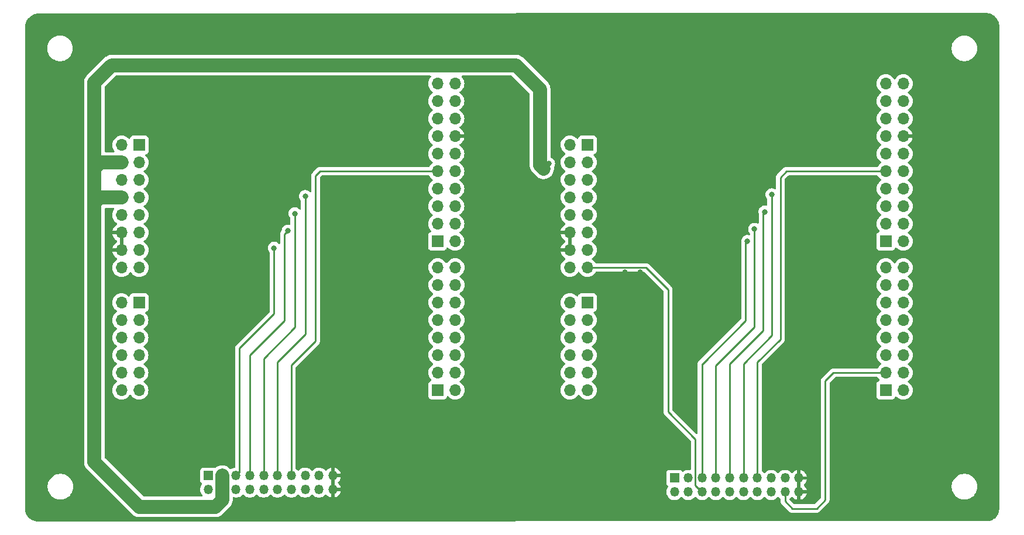
<source format=gbr>
%TF.GenerationSoftware,KiCad,Pcbnew,8.0.8*%
%TF.CreationDate,2025-10-28T14:51:58+08:00*%
%TF.ProjectId,adaptor_dual_LVPMSM,61646170-746f-4725-9f64-75616c5f4c56,rev?*%
%TF.SameCoordinates,Original*%
%TF.FileFunction,Copper,L2,Bot*%
%TF.FilePolarity,Positive*%
%FSLAX46Y46*%
G04 Gerber Fmt 4.6, Leading zero omitted, Abs format (unit mm)*
G04 Created by KiCad (PCBNEW 8.0.8) date 2025-10-28 14:51:58*
%MOMM*%
%LPD*%
G01*
G04 APERTURE LIST*
%TA.AperFunction,ComponentPad*%
%ADD10R,1.700000X1.700000*%
%TD*%
%TA.AperFunction,ComponentPad*%
%ADD11O,1.700000X1.700000*%
%TD*%
%TA.AperFunction,ComponentPad*%
%ADD12R,1.350000X1.350000*%
%TD*%
%TA.AperFunction,ComponentPad*%
%ADD13O,1.350000X1.350000*%
%TD*%
%TA.AperFunction,ViaPad*%
%ADD14C,0.800000*%
%TD*%
%TA.AperFunction,Conductor*%
%ADD15C,0.250000*%
%TD*%
%TA.AperFunction,Conductor*%
%ADD16C,0.200000*%
%TD*%
%TA.AperFunction,Conductor*%
%ADD17C,2.000000*%
%TD*%
G04 APERTURE END LIST*
D10*
%TO.P,J4_M2,1,Pin_1*%
%TO.N,unconnected-(J4_M2-Pin_1-Pad1)*%
X151119600Y-67873400D03*
D11*
%TO.P,J4_M2,2,Pin_2*%
%TO.N,unconnected-(J4_M2-Pin_2-Pad2)*%
X148579600Y-67873400D03*
%TO.P,J4_M2,3,Pin_3*%
%TO.N,unconnected-(J4_M2-Pin_3-Pad3)*%
X151119600Y-70413400D03*
%TO.P,J4_M2,4,Pin_4*%
%TO.N,unconnected-(J4_M2-Pin_4-Pad4)*%
X148579600Y-70413400D03*
%TO.P,J4_M2,5,Pin_5*%
%TO.N,unconnected-(J4_M2-Pin_5-Pad5)*%
X151119600Y-72953400D03*
%TO.P,J4_M2,6,Pin_6*%
%TO.N,unconnected-(J4_M2-Pin_6-Pad6)*%
X148579600Y-72953400D03*
%TO.P,J4_M2,7,Pin_7*%
%TO.N,unconnected-(J4_M2-Pin_7-Pad7)*%
X151119600Y-75493400D03*
%TO.P,J4_M2,8,Pin_8*%
%TO.N,unconnected-(J4_M2-Pin_8-Pad8)*%
X148579600Y-75493400D03*
%TO.P,J4_M2,9,Pin_9*%
%TO.N,unconnected-(J4_M2-Pin_9-Pad9)*%
X151119600Y-78033400D03*
%TO.P,J4_M2,10,Pin_10*%
%TO.N,unconnected-(J4_M2-Pin_10-Pad10)*%
X148579600Y-78033400D03*
%TO.P,J4_M2,11,Pin_11*%
%TO.N,unconnected-(J4_M2-Pin_11-Pad11)*%
X151119600Y-80573400D03*
%TO.P,J4_M2,12,Pin_12*%
%TO.N,unconnected-(J4_M2-Pin_12-Pad12)*%
X148579600Y-80573400D03*
%TD*%
D10*
%TO.P,J3_M2,1,Pin_1*%
%TO.N,ENC_B_M2*%
X151128000Y-44997000D03*
D11*
%TO.P,J3_M2,2,Pin_2*%
%TO.N,unconnected-(J3_M2-Pin_2-Pad2)*%
X148588000Y-44997000D03*
%TO.P,J3_M2,3,Pin_3*%
%TO.N,ENC_A_M2*%
X151128000Y-47537000D03*
%TO.P,J3_M2,4,Pin_4*%
%TO.N,+3V3*%
X148588000Y-47537000D03*
%TO.P,J3_M2,5,Pin_5*%
%TO.N,M2_PWM_B2*%
X151128000Y-50077000D03*
%TO.P,J3_M2,6,Pin_6*%
%TO.N,unconnected-(J3_M2-Pin_6-Pad6)*%
X148588000Y-50077000D03*
%TO.P,J3_M2,7,Pin_7*%
%TO.N,M2_PWM_A2*%
X151128000Y-52617000D03*
%TO.P,J3_M2,8,Pin_8*%
%TO.N,+3V3*%
X148588000Y-52617000D03*
%TO.P,J3_M2,9,Pin_9*%
%TO.N,M2_PWM_B1*%
X151128000Y-55157000D03*
%TO.P,J3_M2,10,Pin_10*%
%TO.N,unconnected-(J3_M2-Pin_10-Pad10)*%
X148588000Y-55157000D03*
%TO.P,J3_M2,11,Pin_11*%
%TO.N,M2_PWM_A1*%
X151128000Y-57697000D03*
%TO.P,J3_M2,12,Pin_12*%
%TO.N,GND*%
X148588000Y-57697000D03*
%TO.P,J3_M2,13,Pin_13*%
%TO.N,M2_PWM_B0*%
X151128000Y-60237000D03*
%TO.P,J3_M2,14,Pin_14*%
%TO.N,GND*%
X148588000Y-60237000D03*
%TO.P,J3_M2,15,Pin_15*%
%TO.N,M2_PWM_A0*%
X151128000Y-62777000D03*
%TO.P,J3_M2,16,Pin_16*%
%TO.N,5V_M2*%
X148588000Y-62777000D03*
%TD*%
D12*
%TO.P,J2,1,Pin_1*%
%TO.N,5V_M3*%
X96288800Y-92963400D03*
D13*
%TO.P,J2,2,Pin_2*%
X96288800Y-94963400D03*
%TO.P,J2,3,Pin_3*%
%TO.N,+3V3*%
X98288800Y-92963400D03*
%TO.P,J2,4,Pin_4*%
X98288800Y-94963400D03*
%TO.P,J2,5,Pin_5*%
%TO.N,BEMF_A_M3*%
X100288800Y-92963400D03*
%TO.P,J2,6,Pin_6*%
%TO.N,M3_PWM_A0*%
X100288800Y-94963400D03*
%TO.P,J2,7,Pin_7*%
%TO.N,BEMF_B_M3*%
X102288800Y-92963400D03*
%TO.P,J2,8,Pin_8*%
%TO.N,M3_PWM_B0*%
X102288800Y-94963400D03*
%TO.P,J2,9,Pin_9*%
%TO.N,BEMF_C_M3*%
X104288800Y-92963400D03*
%TO.P,J2,10,Pin_10*%
%TO.N,M3_PWM_A1*%
X104288800Y-94963400D03*
%TO.P,J2,11,Pin_11*%
%TO.N,VOLT_DCB_M3*%
X106288800Y-92963400D03*
%TO.P,J2,12,Pin_12*%
%TO.N,M3_PWM_B1*%
X106288800Y-94963400D03*
%TO.P,J2,13,Pin_13*%
%TO.N,CUR_DCB_M3*%
X108288800Y-92963400D03*
%TO.P,J2,14,Pin_14*%
%TO.N,M3_PWM_A2*%
X108288800Y-94963400D03*
%TO.P,J2,15,Pin_15*%
%TO.N,unconnected-(J2-Pin_15-Pad15)*%
X110288800Y-92963400D03*
%TO.P,J2,16,Pin_16*%
%TO.N,M3_PWM_B2*%
X110288800Y-94963400D03*
%TO.P,J2,17,Pin_17*%
%TO.N,unconnected-(J2-Pin_17-Pad17)*%
X112288800Y-92963400D03*
%TO.P,J2,18,Pin_18*%
%TO.N,unconnected-(J2-Pin_18-Pad18)*%
X112288800Y-94963400D03*
%TO.P,J2,19,Pin_19*%
%TO.N,GND*%
X114288800Y-92963400D03*
%TO.P,J2,20,Pin_20*%
X114288800Y-94963400D03*
%TD*%
D10*
%TO.P,J4_M1,1,Pin_1*%
%TO.N,unconnected-(J4_M1-Pin_1-Pad1)*%
X86253000Y-67872000D03*
D11*
%TO.P,J4_M1,2,Pin_2*%
%TO.N,unconnected-(J4_M1-Pin_2-Pad2)*%
X83713000Y-67872000D03*
%TO.P,J4_M1,3,Pin_3*%
%TO.N,unconnected-(J4_M1-Pin_3-Pad3)*%
X86253000Y-70412000D03*
%TO.P,J4_M1,4,Pin_4*%
%TO.N,unconnected-(J4_M1-Pin_4-Pad4)*%
X83713000Y-70412000D03*
%TO.P,J4_M1,5,Pin_5*%
%TO.N,unconnected-(J4_M1-Pin_5-Pad5)*%
X86253000Y-72952000D03*
%TO.P,J4_M1,6,Pin_6*%
%TO.N,unconnected-(J4_M1-Pin_6-Pad6)*%
X83713000Y-72952000D03*
%TO.P,J4_M1,7,Pin_7*%
%TO.N,unconnected-(J4_M1-Pin_7-Pad7)*%
X86253000Y-75492000D03*
%TO.P,J4_M1,8,Pin_8*%
%TO.N,unconnected-(J4_M1-Pin_8-Pad8)*%
X83713000Y-75492000D03*
%TO.P,J4_M1,9,Pin_9*%
%TO.N,unconnected-(J4_M1-Pin_9-Pad9)*%
X86253000Y-78032000D03*
%TO.P,J4_M1,10,Pin_10*%
%TO.N,unconnected-(J4_M1-Pin_10-Pad10)*%
X83713000Y-78032000D03*
%TO.P,J4_M1,11,Pin_11*%
%TO.N,unconnected-(J4_M1-Pin_11-Pad11)*%
X86253000Y-80572000D03*
%TO.P,J4_M1,12,Pin_12*%
%TO.N,unconnected-(J4_M1-Pin_12-Pad12)*%
X83713000Y-80572000D03*
%TD*%
D10*
%TO.P,J2_M1,1,Pin_1*%
%TO.N,BEMF_A_M3*%
X129428000Y-58983400D03*
D11*
%TO.P,J2_M1,2,Pin_2*%
%TO.N,unconnected-(J2_M1-Pin_2-Pad2)*%
X131968000Y-58983400D03*
%TO.P,J2_M1,3,Pin_3*%
%TO.N,BEMF_B_M3*%
X129428000Y-56443400D03*
%TO.P,J2_M1,4,Pin_4*%
%TO.N,unconnected-(J2_M1-Pin_4-Pad4)*%
X131968000Y-56443400D03*
%TO.P,J2_M1,5,Pin_5*%
%TO.N,BEMF_C_M3*%
X129428000Y-53903400D03*
%TO.P,J2_M1,6,Pin_6*%
%TO.N,unconnected-(J2_M1-Pin_6-Pad6)*%
X131968000Y-53903400D03*
%TO.P,J2_M1,7,Pin_7*%
%TO.N,VOLT_DCB_M3*%
X129428000Y-51363400D03*
%TO.P,J2_M1,8,Pin_8*%
%TO.N,unconnected-(J2_M1-Pin_8-Pad8)*%
X131968000Y-51363400D03*
%TO.P,J2_M1,9,Pin_9*%
%TO.N,CUR_DCB_M3*%
X129428000Y-48823400D03*
%TO.P,J2_M1,10,Pin_10*%
%TO.N,unconnected-(J2_M1-Pin_10-Pad10)*%
X131968000Y-48823400D03*
%TO.P,J2_M1,11,Pin_11*%
%TO.N,unconnected-(J2_M1-Pin_11-Pad11)*%
X129428000Y-46283400D03*
%TO.P,J2_M1,12,Pin_12*%
%TO.N,unconnected-(J2_M1-Pin_12-Pad12)*%
X131968000Y-46283400D03*
%TO.P,J2_M1,13,Pin_13*%
%TO.N,unconnected-(J2_M1-Pin_13-Pad13)*%
X129428000Y-43743400D03*
%TO.P,J2_M1,14,Pin_14*%
%TO.N,GND*%
X131968000Y-43743400D03*
%TO.P,J2_M1,15,Pin_15*%
%TO.N,unconnected-(J2_M1-Pin_15-Pad15)*%
X129428000Y-41203400D03*
%TO.P,J2_M1,16,Pin_16*%
%TO.N,unconnected-(J2_M1-Pin_16-Pad16)*%
X131968000Y-41203400D03*
%TO.P,J2_M1,17,Pin_17*%
%TO.N,unconnected-(J2_M1-Pin_17-Pad17)*%
X129428000Y-38663400D03*
%TO.P,J2_M1,18,Pin_18*%
%TO.N,unconnected-(J2_M1-Pin_18-Pad18)*%
X131968000Y-38663400D03*
%TO.P,J2_M1,19,Pin_19*%
%TO.N,unconnected-(J2_M1-Pin_19-Pad19)*%
X129428000Y-36123400D03*
%TO.P,J2_M1,20,Pin_20*%
%TO.N,unconnected-(J2_M1-Pin_20-Pad20)*%
X131968000Y-36123400D03*
%TD*%
D12*
%TO.P,J1,1,Pin_1*%
%TO.N,5V_M2*%
X163718000Y-93305400D03*
D13*
%TO.P,J1,2,Pin_2*%
X163718000Y-95305400D03*
%TO.P,J1,3,Pin_3*%
%TO.N,+3V3*%
X165718000Y-93305400D03*
%TO.P,J1,4,Pin_4*%
X165718000Y-95305400D03*
%TO.P,J1,5,Pin_5*%
%TO.N,BEMF_A_M2*%
X167718000Y-93305400D03*
%TO.P,J1,6,Pin_6*%
%TO.N,M2_PWM_A0*%
X167718000Y-95305400D03*
%TO.P,J1,7,Pin_7*%
%TO.N,BEMF_B_M2*%
X169718000Y-93305400D03*
%TO.P,J1,8,Pin_8*%
%TO.N,M2_PWM_B0*%
X169718000Y-95305400D03*
%TO.P,J1,9,Pin_9*%
%TO.N,BEMF_C_M2*%
X171718000Y-93305400D03*
%TO.P,J1,10,Pin_10*%
%TO.N,M2_PWM_A1*%
X171718000Y-95305400D03*
%TO.P,J1,11,Pin_11*%
%TO.N,VOLT_DCB_M2*%
X173718000Y-93305400D03*
%TO.P,J1,12,Pin_12*%
%TO.N,M2_PWM_B1*%
X173718000Y-95305400D03*
%TO.P,J1,13,Pin_13*%
%TO.N,CUR_DCB_M2*%
X175718000Y-93305400D03*
%TO.P,J1,14,Pin_14*%
%TO.N,M2_PWM_A2*%
X175718000Y-95305400D03*
%TO.P,J1,15,Pin_15*%
%TO.N,ENC_A_M2*%
X177718000Y-93305400D03*
%TO.P,J1,16,Pin_16*%
%TO.N,M2_PWM_B2*%
X177718000Y-95305400D03*
%TO.P,J1,17,Pin_17*%
%TO.N,ENC_B_M2*%
X179718000Y-93305400D03*
%TO.P,J1,18,Pin_18*%
%TO.N,ENC_I_M2*%
X179718000Y-95305400D03*
%TO.P,J1,19,Pin_19*%
%TO.N,GND*%
X181718000Y-93305400D03*
%TO.P,J1,20,Pin_20*%
X181718000Y-95305400D03*
%TD*%
D10*
%TO.P,J1_M1,1,Pin_1*%
%TO.N,unconnected-(J1_M1-Pin_1-Pad1)*%
X129453400Y-80548000D03*
D11*
%TO.P,J1_M1,2,Pin_2*%
%TO.N,unconnected-(J1_M1-Pin_2-Pad2)*%
X131993400Y-80548000D03*
%TO.P,J1_M1,3,Pin_3*%
%TO.N,unconnected-(J1_M1-Pin_3-Pad3)*%
X129453400Y-78008000D03*
%TO.P,J1_M1,4,Pin_4*%
%TO.N,unconnected-(J1_M1-Pin_4-Pad4)*%
X131993400Y-78008000D03*
%TO.P,J1_M1,5,Pin_5*%
%TO.N,unconnected-(J1_M1-Pin_5-Pad5)*%
X129453400Y-75468000D03*
%TO.P,J1_M1,6,Pin_6*%
%TO.N,unconnected-(J1_M1-Pin_6-Pad6)*%
X131993400Y-75468000D03*
%TO.P,J1_M1,7,Pin_7*%
%TO.N,unconnected-(J1_M1-Pin_7-Pad7)*%
X129453400Y-72928000D03*
%TO.P,J1_M1,8,Pin_8*%
%TO.N,unconnected-(J1_M1-Pin_8-Pad8)*%
X131993400Y-72928000D03*
%TO.P,J1_M1,9,Pin_9*%
%TO.N,unconnected-(J1_M1-Pin_9-Pad9)*%
X129453400Y-70388000D03*
%TO.P,J1_M1,10,Pin_10*%
%TO.N,unconnected-(J1_M1-Pin_10-Pad10)*%
X131993400Y-70388000D03*
%TO.P,J1_M1,11,Pin_11*%
%TO.N,unconnected-(J1_M1-Pin_11-Pad11)*%
X129453400Y-67848000D03*
%TO.P,J1_M1,12,Pin_12*%
%TO.N,unconnected-(J1_M1-Pin_12-Pad12)*%
X131993400Y-67848000D03*
%TO.P,J1_M1,13,Pin_13*%
%TO.N,unconnected-(J1_M1-Pin_13-Pad13)*%
X129453400Y-65308000D03*
%TO.P,J1_M1,14,Pin_14*%
%TO.N,unconnected-(J1_M1-Pin_14-Pad14)*%
X131993400Y-65308000D03*
%TO.P,J1_M1,15,Pin_15*%
%TO.N,unconnected-(J1_M1-Pin_15-Pad15)*%
X129453400Y-62768000D03*
%TO.P,J1_M1,16,Pin_16*%
%TO.N,unconnected-(J1_M1-Pin_16-Pad16)*%
X131993400Y-62768000D03*
%TD*%
D10*
%TO.P,J3_M1,1,Pin_1*%
%TO.N,unconnected-(J3_M1-Pin_1-Pad1)*%
X86268000Y-45027000D03*
D11*
%TO.P,J3_M1,2,Pin_2*%
%TO.N,unconnected-(J3_M1-Pin_2-Pad2)*%
X83728000Y-45027000D03*
%TO.P,J3_M1,3,Pin_3*%
%TO.N,unconnected-(J3_M1-Pin_3-Pad3)*%
X86268000Y-47567000D03*
%TO.P,J3_M1,4,Pin_4*%
%TO.N,+3V3*%
X83728000Y-47567000D03*
%TO.P,J3_M1,5,Pin_5*%
%TO.N,M3_PWM_B2*%
X86268000Y-50107000D03*
%TO.P,J3_M1,6,Pin_6*%
%TO.N,unconnected-(J3_M1-Pin_6-Pad6)*%
X83728000Y-50107000D03*
%TO.P,J3_M1,7,Pin_7*%
%TO.N,M3_PWM_A2*%
X86268000Y-52647000D03*
%TO.P,J3_M1,8,Pin_8*%
%TO.N,+3V3*%
X83728000Y-52647000D03*
%TO.P,J3_M1,9,Pin_9*%
%TO.N,M3_PWM_B1*%
X86268000Y-55187000D03*
%TO.P,J3_M1,10,Pin_10*%
%TO.N,unconnected-(J3_M1-Pin_10-Pad10)*%
X83728000Y-55187000D03*
%TO.P,J3_M1,11,Pin_11*%
%TO.N,M3_PWM_A1*%
X86268000Y-57727000D03*
%TO.P,J3_M1,12,Pin_12*%
%TO.N,GND*%
X83728000Y-57727000D03*
%TO.P,J3_M1,13,Pin_13*%
%TO.N,M3_PWM_B0*%
X86268000Y-60267000D03*
%TO.P,J3_M1,14,Pin_14*%
%TO.N,GND*%
X83728000Y-60267000D03*
%TO.P,J3_M1,15,Pin_15*%
%TO.N,M3_PWM_A0*%
X86268000Y-62807000D03*
%TO.P,J3_M1,16,Pin_16*%
%TO.N,5V_M3*%
X83728000Y-62807000D03*
%TD*%
D10*
%TO.P,J2_M2,1,Pin_1*%
%TO.N,BEMF_A_M2*%
X194299600Y-58983400D03*
D11*
%TO.P,J2_M2,2,Pin_2*%
%TO.N,unconnected-(J2_M2-Pin_2-Pad2)*%
X196839600Y-58983400D03*
%TO.P,J2_M2,3,Pin_3*%
%TO.N,BEMF_B_M2*%
X194299600Y-56443400D03*
%TO.P,J2_M2,4,Pin_4*%
%TO.N,unconnected-(J2_M2-Pin_4-Pad4)*%
X196839600Y-56443400D03*
%TO.P,J2_M2,5,Pin_5*%
%TO.N,BEMF_C_M2*%
X194299600Y-53903400D03*
%TO.P,J2_M2,6,Pin_6*%
%TO.N,unconnected-(J2_M2-Pin_6-Pad6)*%
X196839600Y-53903400D03*
%TO.P,J2_M2,7,Pin_7*%
%TO.N,VOLT_DCB_M2*%
X194299600Y-51363400D03*
%TO.P,J2_M2,8,Pin_8*%
%TO.N,unconnected-(J2_M2-Pin_8-Pad8)*%
X196839600Y-51363400D03*
%TO.P,J2_M2,9,Pin_9*%
%TO.N,CUR_DCB_M2*%
X194299600Y-48823400D03*
%TO.P,J2_M2,10,Pin_10*%
%TO.N,unconnected-(J2_M2-Pin_10-Pad10)*%
X196839600Y-48823400D03*
%TO.P,J2_M2,11,Pin_11*%
%TO.N,unconnected-(J2_M2-Pin_11-Pad11)*%
X194299600Y-46283400D03*
%TO.P,J2_M2,12,Pin_12*%
%TO.N,unconnected-(J2_M2-Pin_12-Pad12)*%
X196839600Y-46283400D03*
%TO.P,J2_M2,13,Pin_13*%
%TO.N,unconnected-(J2_M2-Pin_13-Pad13)*%
X194299600Y-43743400D03*
%TO.P,J2_M2,14,Pin_14*%
%TO.N,GND*%
X196839600Y-43743400D03*
%TO.P,J2_M2,15,Pin_15*%
%TO.N,unconnected-(J2_M2-Pin_15-Pad15)*%
X194299600Y-41203400D03*
%TO.P,J2_M2,16,Pin_16*%
%TO.N,unconnected-(J2_M2-Pin_16-Pad16)*%
X196839600Y-41203400D03*
%TO.P,J2_M2,17,Pin_17*%
%TO.N,unconnected-(J2_M2-Pin_17-Pad17)*%
X194299600Y-38663400D03*
%TO.P,J2_M2,18,Pin_18*%
%TO.N,unconnected-(J2_M2-Pin_18-Pad18)*%
X196839600Y-38663400D03*
%TO.P,J2_M2,19,Pin_19*%
%TO.N,unconnected-(J2_M2-Pin_19-Pad19)*%
X194299600Y-36123400D03*
%TO.P,J2_M2,20,Pin_20*%
%TO.N,unconnected-(J2_M2-Pin_20-Pad20)*%
X196839600Y-36123400D03*
%TD*%
D10*
%TO.P,J1_M2,1,Pin_1*%
%TO.N,unconnected-(J1_M2-Pin_1-Pad1)*%
X194299600Y-80573400D03*
D11*
%TO.P,J1_M2,2,Pin_2*%
%TO.N,unconnected-(J1_M2-Pin_2-Pad2)*%
X196839600Y-80573400D03*
%TO.P,J1_M2,3,Pin_3*%
%TO.N,ENC_I_M2*%
X194299600Y-78033400D03*
%TO.P,J1_M2,4,Pin_4*%
%TO.N,unconnected-(J1_M2-Pin_4-Pad4)*%
X196839600Y-78033400D03*
%TO.P,J1_M2,5,Pin_5*%
%TO.N,unconnected-(J1_M2-Pin_5-Pad5)*%
X194299600Y-75493400D03*
%TO.P,J1_M2,6,Pin_6*%
%TO.N,unconnected-(J1_M2-Pin_6-Pad6)*%
X196839600Y-75493400D03*
%TO.P,J1_M2,7,Pin_7*%
%TO.N,unconnected-(J1_M2-Pin_7-Pad7)*%
X194299600Y-72953400D03*
%TO.P,J1_M2,8,Pin_8*%
%TO.N,unconnected-(J1_M2-Pin_8-Pad8)*%
X196839600Y-72953400D03*
%TO.P,J1_M2,9,Pin_9*%
%TO.N,unconnected-(J1_M2-Pin_9-Pad9)*%
X194299600Y-70413400D03*
%TO.P,J1_M2,10,Pin_10*%
%TO.N,unconnected-(J1_M2-Pin_10-Pad10)*%
X196839600Y-70413400D03*
%TO.P,J1_M2,11,Pin_11*%
%TO.N,unconnected-(J1_M2-Pin_11-Pad11)*%
X194299600Y-67873400D03*
%TO.P,J1_M2,12,Pin_12*%
%TO.N,unconnected-(J1_M2-Pin_12-Pad12)*%
X196839600Y-67873400D03*
%TO.P,J1_M2,13,Pin_13*%
%TO.N,unconnected-(J1_M2-Pin_13-Pad13)*%
X194299600Y-65333400D03*
%TO.P,J1_M2,14,Pin_14*%
%TO.N,unconnected-(J1_M2-Pin_14-Pad14)*%
X196839600Y-65333400D03*
%TO.P,J1_M2,15,Pin_15*%
%TO.N,unconnected-(J1_M2-Pin_15-Pad15)*%
X194299600Y-62793400D03*
%TO.P,J1_M2,16,Pin_16*%
%TO.N,unconnected-(J1_M2-Pin_16-Pad16)*%
X196839600Y-62793400D03*
%TD*%
D14*
%TO.N,GND*%
X119288800Y-77963400D03*
X158788800Y-63502000D03*
X163288800Y-44963400D03*
X119288800Y-64463400D03*
X117788800Y-45463400D03*
X188788800Y-73963400D03*
X189288800Y-44963400D03*
X184788800Y-44963400D03*
X171788800Y-44963400D03*
X119288800Y-89963400D03*
X124288800Y-64463400D03*
X100288800Y-45463400D03*
X119288800Y-70463400D03*
X156288800Y-61713400D03*
X91788800Y-92463400D03*
X105288800Y-45463400D03*
X183288800Y-63963400D03*
X188788800Y-64463400D03*
X95288800Y-49963400D03*
X91788800Y-68963400D03*
X157288800Y-70463400D03*
X124288800Y-70463400D03*
X100288800Y-49963400D03*
X91788800Y-86463400D03*
X84788800Y-86463400D03*
X124288800Y-77963400D03*
X157288800Y-75963400D03*
X156538800Y-63502000D03*
X188788800Y-69463400D03*
X91788800Y-74463400D03*
X87288800Y-92463400D03*
X180788800Y-44963400D03*
X189788800Y-91963400D03*
X167788800Y-44963400D03*
X183288800Y-75963400D03*
X157288800Y-87463400D03*
X124288800Y-89963400D03*
X158788800Y-44963400D03*
X95288800Y-45463400D03*
X175788800Y-44963400D03*
X91788800Y-80463400D03*
X119288800Y-83963400D03*
X164038800Y-82463400D03*
X157288800Y-81963400D03*
X122788800Y-45463400D03*
X166038800Y-84713400D03*
X124288800Y-83963400D03*
X189788800Y-83463400D03*
X105288800Y-49963400D03*
X183288800Y-69963400D03*
X158788800Y-61713400D03*
X112788800Y-45463400D03*
%TO.N,BEMF_B_M2*%
X175288800Y-57213400D03*
%TO.N,VOLT_DCB_M2*%
X177788800Y-52213400D03*
%TO.N,BEMF_C_M2*%
X176788800Y-54713400D03*
%TO.N,BEMF_A_M2*%
X174288800Y-58963400D03*
%TO.N,+3V3*%
X144288800Y-48463400D03*
X145538800Y-47713400D03*
%TO.N,VOLT_DCB_M3*%
X110288800Y-52463400D03*
%TO.N,BEMF_B_M3*%
X107788800Y-57463400D03*
%TO.N,BEMF_C_M3*%
X108788800Y-54963400D03*
%TO.N,BEMF_A_M3*%
X105788800Y-59963400D03*
%TD*%
D15*
%TO.N,5V_M2*%
X148168000Y-62367000D02*
X148593000Y-62792000D01*
D16*
%TO.N,M2_PWM_B0*%
X151128000Y-60237000D02*
X151128000Y-60302600D01*
D15*
%TO.N,M2_PWM_A0*%
X167718000Y-95305400D02*
X167718000Y-95392600D01*
X167718000Y-95392600D02*
X166718000Y-94392600D01*
X162788800Y-65963400D02*
X159602400Y-62777000D01*
X166718000Y-94392600D02*
X166718000Y-87642600D01*
X166718000Y-87642600D02*
X162788800Y-83713400D01*
X162788800Y-83713400D02*
X162788800Y-65963400D01*
X159602400Y-62777000D02*
X151128000Y-62777000D01*
%TO.N,ENC_I_M2*%
X179718000Y-96642600D02*
X180788800Y-97713400D01*
X184288800Y-97713400D02*
X185538800Y-96463400D01*
X185538800Y-96463400D02*
X185538800Y-79213400D01*
X186718800Y-78033400D02*
X194299600Y-78033400D01*
X185538800Y-79213400D02*
X186718800Y-78033400D01*
X180788800Y-97713400D02*
X184288800Y-97713400D01*
X179718000Y-95305400D02*
X179718000Y-96642600D01*
%TO.N,GND*%
X148593000Y-60252000D02*
X149281299Y-60252000D01*
%TO.N,BEMF_B_M2*%
X175288800Y-57213400D02*
X175288800Y-71463400D01*
X169718000Y-77034200D02*
X169718000Y-93305400D01*
X175288800Y-71463400D02*
X169718000Y-77034200D01*
%TO.N,VOLT_DCB_M2*%
X177788800Y-52213400D02*
X177788800Y-72642600D01*
X173718000Y-76713400D02*
X173718000Y-93305400D01*
X177788800Y-72642600D02*
X173718000Y-76713400D01*
%TO.N,CUR_DCB_M2*%
X179038800Y-49713400D02*
X179928800Y-48823400D01*
X175718000Y-93305400D02*
X175718000Y-76534200D01*
X179928800Y-48823400D02*
X194299600Y-48823400D01*
X179038800Y-73213400D02*
X179038800Y-49713400D01*
X175718000Y-76534200D02*
X179038800Y-73213400D01*
%TO.N,BEMF_C_M2*%
X176538800Y-54963400D02*
X176538800Y-71963400D01*
X176538800Y-71963400D02*
X171718000Y-76784200D01*
X171718000Y-76784200D02*
X171718000Y-93305400D01*
X176788800Y-54713400D02*
X176538800Y-54963400D01*
%TO.N,BEMF_A_M2*%
X167788800Y-76713400D02*
X174038800Y-70463400D01*
X174038800Y-70463400D02*
X174038800Y-59213400D01*
X174038800Y-59213400D02*
X174288800Y-58963400D01*
X194279600Y-58963400D02*
X194299600Y-58983400D01*
X167718000Y-76713400D02*
X167788800Y-76713400D01*
X167718000Y-93305400D02*
X167718000Y-76713400D01*
D17*
%TO.N,+3V3*%
X144288800Y-36963400D02*
X144288800Y-47963400D01*
X79788800Y-48463400D02*
X80685200Y-47567000D01*
X97288800Y-97463400D02*
X98288800Y-96463400D01*
X80605200Y-52647000D02*
X79788800Y-53463400D01*
X86288800Y-97463400D02*
X97288800Y-97463400D01*
X82288800Y-33463400D02*
X140788800Y-33463400D01*
X79788800Y-90963400D02*
X86288800Y-97463400D01*
X79788800Y-55384119D02*
X79788800Y-48463400D01*
X79788800Y-35963400D02*
X82288800Y-33463400D01*
D15*
X148593000Y-47552000D02*
X148593000Y-48247000D01*
D17*
X79788800Y-53463400D02*
X79788800Y-55384119D01*
X80685200Y-47567000D02*
X83728000Y-47567000D01*
X144288800Y-47963400D02*
X144788800Y-48463400D01*
X79788800Y-48463400D02*
X79788800Y-35963400D01*
X140788800Y-33463400D02*
X144288800Y-36963400D01*
X79788800Y-55384119D02*
X79788800Y-90963400D01*
X83728000Y-52647000D02*
X80605200Y-52647000D01*
X98288800Y-96463400D02*
X98288800Y-92963400D01*
D15*
%TO.N,5V_M3*%
X83728000Y-62807000D02*
X83728000Y-62792000D01*
%TO.N,CUR_DCB_M3*%
X112428800Y-48823400D02*
X111788800Y-49463400D01*
X111788800Y-73463400D02*
X108288800Y-76963400D01*
X111788800Y-49463400D02*
X111788800Y-73463400D01*
X129428000Y-48823400D02*
X112428800Y-48823400D01*
X108288800Y-76963400D02*
X108288800Y-92963400D01*
D16*
%TO.N,VOLT_DCB_M3*%
X129448000Y-51377000D02*
X129418000Y-51377000D01*
D15*
X110288800Y-72463400D02*
X106288800Y-76463400D01*
D16*
X129418000Y-51377000D02*
X129238000Y-51557000D01*
D15*
X110288800Y-52463400D02*
X110288800Y-72463400D01*
X106288800Y-76463400D02*
X106288800Y-92963400D01*
%TO.N,BEMF_B_M3*%
X102288800Y-75463400D02*
X102288800Y-92963400D01*
X107288800Y-70463400D02*
X102288800Y-75463400D01*
X107288800Y-57963400D02*
X107288800Y-70463400D01*
X107788800Y-57463400D02*
X107288800Y-57963400D01*
%TO.N,BEMF_C_M3*%
X104288800Y-75963400D02*
X104288800Y-92963400D01*
X108788800Y-54963400D02*
X108788800Y-71463400D01*
X108788800Y-71463400D02*
X104288800Y-75963400D01*
%TO.N,BEMF_A_M3*%
X100788800Y-92463400D02*
X100288800Y-92963400D01*
X105788800Y-69463400D02*
X100788800Y-74463400D01*
X100788800Y-74463400D02*
X100788800Y-92463400D01*
X105788800Y-59963400D02*
X105788800Y-69463400D01*
D16*
%TO.N,unconnected-(J3_M1-Pin_3-Pad3)*%
X86268000Y-47567000D02*
X86478000Y-47567000D01*
%TO.N,unconnected-(J3_M1-Pin_1-Pad1)*%
X86268000Y-45027000D02*
X86488000Y-44807000D01*
%TD*%
%TA.AperFunction,Conductor*%
%TO.N,GND*%
G36*
X128445280Y-34983585D02*
G01*
X128491035Y-35036389D01*
X128500979Y-35105547D01*
X128471954Y-35169103D01*
X128465922Y-35175581D01*
X128389505Y-35251997D01*
X128253965Y-35445569D01*
X128253964Y-35445571D01*
X128154098Y-35659735D01*
X128154094Y-35659744D01*
X128092938Y-35887986D01*
X128092936Y-35887996D01*
X128072341Y-36123399D01*
X128072341Y-36123400D01*
X128092936Y-36358803D01*
X128092938Y-36358813D01*
X128154094Y-36587055D01*
X128154096Y-36587059D01*
X128154097Y-36587063D01*
X128177052Y-36636289D01*
X128253965Y-36801230D01*
X128253967Y-36801234D01*
X128362281Y-36955921D01*
X128389501Y-36994796D01*
X128389506Y-36994802D01*
X128556597Y-37161893D01*
X128556603Y-37161898D01*
X128742158Y-37291825D01*
X128785783Y-37346402D01*
X128792977Y-37415900D01*
X128761454Y-37478255D01*
X128742158Y-37494975D01*
X128556597Y-37624905D01*
X128389505Y-37791997D01*
X128253965Y-37985569D01*
X128253964Y-37985571D01*
X128154098Y-38199735D01*
X128154094Y-38199744D01*
X128092938Y-38427986D01*
X128092936Y-38427996D01*
X128072341Y-38663399D01*
X128072341Y-38663400D01*
X128092936Y-38898803D01*
X128092938Y-38898813D01*
X128154094Y-39127055D01*
X128154096Y-39127059D01*
X128154097Y-39127063D01*
X128158000Y-39135432D01*
X128253965Y-39341230D01*
X128253967Y-39341234D01*
X128362281Y-39495921D01*
X128389501Y-39534796D01*
X128389506Y-39534802D01*
X128556597Y-39701893D01*
X128556603Y-39701898D01*
X128742158Y-39831825D01*
X128785783Y-39886402D01*
X128792977Y-39955900D01*
X128761454Y-40018255D01*
X128742158Y-40034975D01*
X128556597Y-40164905D01*
X128389505Y-40331997D01*
X128253965Y-40525569D01*
X128253964Y-40525571D01*
X128154098Y-40739735D01*
X128154094Y-40739744D01*
X128092938Y-40967986D01*
X128092936Y-40967996D01*
X128072341Y-41203399D01*
X128072341Y-41203400D01*
X128092936Y-41438803D01*
X128092938Y-41438813D01*
X128154094Y-41667055D01*
X128154096Y-41667059D01*
X128154097Y-41667063D01*
X128158000Y-41675432D01*
X128253965Y-41881230D01*
X128253967Y-41881234D01*
X128362281Y-42035921D01*
X128389501Y-42074796D01*
X128389506Y-42074802D01*
X128556597Y-42241893D01*
X128556603Y-42241898D01*
X128742158Y-42371825D01*
X128785783Y-42426402D01*
X128792977Y-42495900D01*
X128761454Y-42558255D01*
X128742158Y-42574975D01*
X128556597Y-42704905D01*
X128389505Y-42871997D01*
X128253965Y-43065569D01*
X128253964Y-43065571D01*
X128154098Y-43279735D01*
X128154094Y-43279744D01*
X128092938Y-43507986D01*
X128092936Y-43507996D01*
X128072341Y-43743399D01*
X128072341Y-43743400D01*
X128092936Y-43978803D01*
X128092938Y-43978813D01*
X128154094Y-44207055D01*
X128154096Y-44207059D01*
X128154097Y-44207063D01*
X128235828Y-44382335D01*
X128253965Y-44421230D01*
X128253967Y-44421234D01*
X128332462Y-44533335D01*
X128389501Y-44614796D01*
X128389506Y-44614802D01*
X128556597Y-44781893D01*
X128556603Y-44781898D01*
X128742158Y-44911825D01*
X128785783Y-44966402D01*
X128792977Y-45035900D01*
X128761454Y-45098255D01*
X128742158Y-45114975D01*
X128556597Y-45244905D01*
X128389505Y-45411997D01*
X128253965Y-45605569D01*
X128253964Y-45605571D01*
X128154098Y-45819735D01*
X128154094Y-45819744D01*
X128092938Y-46047986D01*
X128092936Y-46047996D01*
X128072341Y-46283399D01*
X128072341Y-46283400D01*
X128092936Y-46518803D01*
X128092938Y-46518813D01*
X128154094Y-46747055D01*
X128154096Y-46747059D01*
X128154097Y-46747063D01*
X128212339Y-46871962D01*
X128253965Y-46961230D01*
X128253967Y-46961234D01*
X128309478Y-47040511D01*
X128389501Y-47154796D01*
X128389506Y-47154802D01*
X128556597Y-47321893D01*
X128556603Y-47321898D01*
X128742158Y-47451825D01*
X128785783Y-47506402D01*
X128792977Y-47575900D01*
X128761454Y-47638255D01*
X128742158Y-47654975D01*
X128556597Y-47784905D01*
X128389505Y-47951997D01*
X128254348Y-48145023D01*
X128199771Y-48188648D01*
X128152773Y-48197900D01*
X112496541Y-48197900D01*
X112496521Y-48197899D01*
X112490407Y-48197899D01*
X112367194Y-48197899D01*
X112367192Y-48197899D01*
X112282078Y-48214830D01*
X112246348Y-48221937D01*
X112246347Y-48221937D01*
X112246344Y-48221938D01*
X112246341Y-48221939D01*
X112214062Y-48235309D01*
X112199197Y-48241467D01*
X112132519Y-48269085D01*
X112132517Y-48269086D01*
X112030066Y-48337541D01*
X112030063Y-48337544D01*
X111390069Y-48977540D01*
X111302944Y-49064664D01*
X111302938Y-49064672D01*
X111234490Y-49167108D01*
X111234488Y-49167113D01*
X111206121Y-49235599D01*
X111187338Y-49280944D01*
X111187335Y-49280956D01*
X111163300Y-49401789D01*
X111163300Y-51765823D01*
X111143615Y-51832862D01*
X111090811Y-51878617D01*
X111021653Y-51888561D01*
X110958097Y-51859536D01*
X110947151Y-51848796D01*
X110894671Y-51790512D01*
X110894670Y-51790511D01*
X110741534Y-51679251D01*
X110741529Y-51679248D01*
X110568607Y-51602257D01*
X110568602Y-51602255D01*
X110422801Y-51571265D01*
X110383446Y-51562900D01*
X110194154Y-51562900D01*
X110161697Y-51569798D01*
X110008997Y-51602255D01*
X110008992Y-51602257D01*
X109836070Y-51679248D01*
X109836065Y-51679251D01*
X109682929Y-51790511D01*
X109556266Y-51931185D01*
X109461621Y-52095115D01*
X109461618Y-52095122D01*
X109416234Y-52234801D01*
X109403126Y-52275144D01*
X109383340Y-52463400D01*
X109403126Y-52651656D01*
X109403127Y-52651659D01*
X109461618Y-52831677D01*
X109461621Y-52831684D01*
X109556267Y-52995616D01*
X109589025Y-53031997D01*
X109631450Y-53079115D01*
X109661680Y-53142106D01*
X109663300Y-53162087D01*
X109663300Y-54265823D01*
X109643615Y-54332862D01*
X109590811Y-54378617D01*
X109521653Y-54388561D01*
X109458097Y-54359536D01*
X109447151Y-54348796D01*
X109394671Y-54290512D01*
X109394670Y-54290511D01*
X109241534Y-54179251D01*
X109241529Y-54179248D01*
X109068607Y-54102257D01*
X109068602Y-54102255D01*
X108922801Y-54071265D01*
X108883446Y-54062900D01*
X108694154Y-54062900D01*
X108661697Y-54069798D01*
X108508997Y-54102255D01*
X108508992Y-54102257D01*
X108336070Y-54179248D01*
X108336065Y-54179251D01*
X108182929Y-54290511D01*
X108056266Y-54431185D01*
X107961621Y-54595115D01*
X107961618Y-54595122D01*
X107914300Y-54740754D01*
X107903126Y-54775144D01*
X107883340Y-54963400D01*
X107903126Y-55151656D01*
X107903127Y-55151659D01*
X107961618Y-55331677D01*
X107961621Y-55331684D01*
X108056267Y-55495616D01*
X108097456Y-55541361D01*
X108131450Y-55579115D01*
X108161680Y-55642106D01*
X108163300Y-55662087D01*
X108163300Y-56469257D01*
X108143615Y-56536296D01*
X108090811Y-56582051D01*
X108021653Y-56591995D01*
X108013520Y-56590547D01*
X107883447Y-56562900D01*
X107883446Y-56562900D01*
X107694154Y-56562900D01*
X107661697Y-56569798D01*
X107508997Y-56602255D01*
X107508992Y-56602257D01*
X107336070Y-56679248D01*
X107336065Y-56679251D01*
X107182929Y-56790511D01*
X107056266Y-56931185D01*
X106961621Y-57095115D01*
X106961618Y-57095122D01*
X106907697Y-57261075D01*
X106903126Y-57275144D01*
X106885479Y-57443049D01*
X106858894Y-57507663D01*
X106849841Y-57517767D01*
X106802940Y-57564668D01*
X106791575Y-57581680D01*
X106791572Y-57581684D01*
X106734490Y-57667110D01*
X106734485Y-57667119D01*
X106709683Y-57726999D01*
X106709683Y-57727000D01*
X106687338Y-57780944D01*
X106687335Y-57780951D01*
X106683735Y-57799057D01*
X106683735Y-57799059D01*
X106668990Y-57873190D01*
X106668989Y-57873192D01*
X106663300Y-57901791D01*
X106663300Y-59265823D01*
X106643615Y-59332862D01*
X106590811Y-59378617D01*
X106521653Y-59388561D01*
X106458097Y-59359536D01*
X106447151Y-59348796D01*
X106394671Y-59290512D01*
X106394670Y-59290511D01*
X106241534Y-59179251D01*
X106241529Y-59179248D01*
X106068607Y-59102257D01*
X106068602Y-59102255D01*
X105910145Y-59068575D01*
X105883446Y-59062900D01*
X105694154Y-59062900D01*
X105667455Y-59068575D01*
X105508997Y-59102255D01*
X105508992Y-59102257D01*
X105336070Y-59179248D01*
X105336065Y-59179251D01*
X105182929Y-59290511D01*
X105056266Y-59431185D01*
X104961621Y-59595115D01*
X104961618Y-59595122D01*
X104903713Y-59773337D01*
X104903126Y-59775144D01*
X104883340Y-59963400D01*
X104903126Y-60151656D01*
X104903127Y-60151659D01*
X104961618Y-60331677D01*
X104961621Y-60331684D01*
X105056267Y-60495616D01*
X105097456Y-60541361D01*
X105131450Y-60579115D01*
X105161680Y-60642106D01*
X105163300Y-60662087D01*
X105163300Y-69152947D01*
X105143615Y-69219986D01*
X105126981Y-69240628D01*
X102770464Y-71597145D01*
X100390070Y-73977539D01*
X100390067Y-73977542D01*
X100302942Y-74064667D01*
X100271087Y-74112341D01*
X100253578Y-74138545D01*
X100234484Y-74167120D01*
X100202434Y-74244500D01*
X100201147Y-74247607D01*
X100195623Y-74260943D01*
X100187337Y-74280945D01*
X100187335Y-74280953D01*
X100163300Y-74401789D01*
X100163300Y-91688029D01*
X100143615Y-91755068D01*
X100090811Y-91800823D01*
X100062086Y-91809917D01*
X99965735Y-91827928D01*
X99762592Y-91906626D01*
X99762586Y-91906630D01*
X99593397Y-92011386D01*
X99526036Y-92029941D01*
X99459337Y-92009133D01*
X99436889Y-91989207D01*
X99436762Y-91989335D01*
X99434615Y-91987188D01*
X99433832Y-91986493D01*
X99433316Y-91985889D01*
X99266312Y-91818885D01*
X99266310Y-91818883D01*
X99075233Y-91680057D01*
X98864796Y-91572833D01*
X98640168Y-91499846D01*
X98406897Y-91462900D01*
X98406892Y-91462900D01*
X98170708Y-91462900D01*
X98170703Y-91462900D01*
X97937431Y-91499846D01*
X97712803Y-91572833D01*
X97502366Y-91680057D01*
X97406327Y-91749834D01*
X97311290Y-91818883D01*
X97311287Y-91818885D01*
X97307349Y-91821747D01*
X97306189Y-91820150D01*
X97249990Y-91845276D01*
X97189990Y-91838583D01*
X97071282Y-91794308D01*
X97071283Y-91794308D01*
X97011683Y-91787901D01*
X97011681Y-91787900D01*
X97011673Y-91787900D01*
X97011664Y-91787900D01*
X95565929Y-91787900D01*
X95565923Y-91787901D01*
X95506316Y-91794308D01*
X95371471Y-91844602D01*
X95371464Y-91844606D01*
X95256255Y-91930852D01*
X95256252Y-91930855D01*
X95170006Y-92046064D01*
X95170002Y-92046071D01*
X95119708Y-92180917D01*
X95113301Y-92240516D01*
X95113300Y-92240535D01*
X95113300Y-93686270D01*
X95113301Y-93686276D01*
X95119708Y-93745883D01*
X95170002Y-93880728D01*
X95170006Y-93880735D01*
X95231890Y-93963400D01*
X95256254Y-93995946D01*
X95341905Y-94060064D01*
X95383775Y-94115997D01*
X95388759Y-94185689D01*
X95366548Y-94234056D01*
X95285088Y-94341928D01*
X95187984Y-94536937D01*
X95187983Y-94536941D01*
X95137777Y-94713399D01*
X95128364Y-94746481D01*
X95108264Y-94963399D01*
X95108264Y-94963400D01*
X95128364Y-95180318D01*
X95128364Y-95180320D01*
X95128365Y-95180323D01*
X95172699Y-95336141D01*
X95187984Y-95389862D01*
X95284957Y-95584608D01*
X95285088Y-95584872D01*
X95416115Y-95758381D01*
X95419828Y-95763297D01*
X95417886Y-95764763D01*
X95443922Y-95818134D01*
X95435742Y-95887523D01*
X95391347Y-95941475D01*
X95324830Y-95962860D01*
X95321673Y-95962900D01*
X86961689Y-95962900D01*
X86894650Y-95943215D01*
X86874008Y-95926581D01*
X81325619Y-90378192D01*
X81292134Y-90316869D01*
X81289300Y-90290511D01*
X81289300Y-67871999D01*
X82357341Y-67871999D01*
X82357341Y-67872000D01*
X82377936Y-68107403D01*
X82377938Y-68107413D01*
X82439094Y-68335655D01*
X82439096Y-68335659D01*
X82439097Y-68335663D01*
X82531510Y-68533842D01*
X82538965Y-68549830D01*
X82538967Y-68549834D01*
X82674501Y-68743395D01*
X82674506Y-68743402D01*
X82841597Y-68910493D01*
X82841603Y-68910498D01*
X83027158Y-69040425D01*
X83070783Y-69095002D01*
X83077977Y-69164500D01*
X83046454Y-69226855D01*
X83027158Y-69243575D01*
X82841597Y-69373505D01*
X82674505Y-69540597D01*
X82538965Y-69734169D01*
X82538964Y-69734171D01*
X82439098Y-69948335D01*
X82439094Y-69948344D01*
X82377938Y-70176586D01*
X82377936Y-70176596D01*
X82357341Y-70411999D01*
X82357341Y-70412000D01*
X82377936Y-70647403D01*
X82377938Y-70647413D01*
X82439094Y-70875655D01*
X82439096Y-70875659D01*
X82439097Y-70875663D01*
X82531510Y-71073842D01*
X82538965Y-71089830D01*
X82538967Y-71089834D01*
X82545555Y-71099242D01*
X82674501Y-71283396D01*
X82674506Y-71283402D01*
X82841597Y-71450493D01*
X82841603Y-71450498D01*
X83027158Y-71580425D01*
X83070783Y-71635002D01*
X83077977Y-71704500D01*
X83046454Y-71766855D01*
X83027158Y-71783575D01*
X82841597Y-71913505D01*
X82674505Y-72080597D01*
X82538965Y-72274169D01*
X82538964Y-72274171D01*
X82439098Y-72488335D01*
X82439094Y-72488344D01*
X82377938Y-72716586D01*
X82377936Y-72716596D01*
X82357341Y-72951999D01*
X82357341Y-72952000D01*
X82377936Y-73187403D01*
X82377938Y-73187413D01*
X82439094Y-73415655D01*
X82439096Y-73415659D01*
X82439097Y-73415663D01*
X82530711Y-73612129D01*
X82538965Y-73629830D01*
X82538967Y-73629834D01*
X82629889Y-73759683D01*
X82674501Y-73823396D01*
X82674506Y-73823402D01*
X82841597Y-73990493D01*
X82841603Y-73990498D01*
X83027158Y-74120425D01*
X83070783Y-74175002D01*
X83077977Y-74244500D01*
X83046454Y-74306855D01*
X83027158Y-74323575D01*
X82841597Y-74453505D01*
X82674505Y-74620597D01*
X82538965Y-74814169D01*
X82538964Y-74814171D01*
X82439098Y-75028335D01*
X82439094Y-75028344D01*
X82377938Y-75256586D01*
X82377936Y-75256596D01*
X82357341Y-75491999D01*
X82357341Y-75492000D01*
X82377936Y-75727403D01*
X82377938Y-75727413D01*
X82439094Y-75955655D01*
X82439096Y-75955659D01*
X82439097Y-75955663D01*
X82531510Y-76153842D01*
X82538965Y-76169830D01*
X82538967Y-76169834D01*
X82616769Y-76280946D01*
X82674501Y-76363396D01*
X82674506Y-76363402D01*
X82841597Y-76530493D01*
X82841603Y-76530498D01*
X83027158Y-76660425D01*
X83070783Y-76715002D01*
X83077977Y-76784500D01*
X83046454Y-76846855D01*
X83027158Y-76863575D01*
X82841597Y-76993505D01*
X82674505Y-77160597D01*
X82538965Y-77354169D01*
X82538964Y-77354171D01*
X82439098Y-77568335D01*
X82439094Y-77568344D01*
X82377938Y-77796586D01*
X82377936Y-77796596D01*
X82357341Y-78031999D01*
X82357341Y-78032000D01*
X82377936Y-78267403D01*
X82377938Y-78267413D01*
X82439094Y-78495655D01*
X82439096Y-78495659D01*
X82439097Y-78495663D01*
X82531510Y-78693842D01*
X82538965Y-78709830D01*
X82538967Y-78709834D01*
X82612376Y-78814672D01*
X82674501Y-78903396D01*
X82674506Y-78903402D01*
X82841597Y-79070493D01*
X82841603Y-79070498D01*
X83027158Y-79200425D01*
X83070783Y-79255002D01*
X83077977Y-79324500D01*
X83046454Y-79386855D01*
X83027158Y-79403575D01*
X82841597Y-79533505D01*
X82674505Y-79700597D01*
X82538965Y-79894169D01*
X82538964Y-79894171D01*
X82439098Y-80108335D01*
X82439094Y-80108344D01*
X82377938Y-80336586D01*
X82377936Y-80336596D01*
X82357341Y-80571999D01*
X82357341Y-80572000D01*
X82377936Y-80807403D01*
X82377938Y-80807413D01*
X82439094Y-81035655D01*
X82439096Y-81035659D01*
X82439097Y-81035663D01*
X82533703Y-81238546D01*
X82538965Y-81249830D01*
X82538967Y-81249834D01*
X82545555Y-81259242D01*
X82674505Y-81443401D01*
X82841599Y-81610495D01*
X82884215Y-81640335D01*
X83035165Y-81746032D01*
X83035167Y-81746033D01*
X83035170Y-81746035D01*
X83249337Y-81845903D01*
X83477592Y-81907063D01*
X83665918Y-81923539D01*
X83712999Y-81927659D01*
X83713000Y-81927659D01*
X83713001Y-81927659D01*
X83752234Y-81924226D01*
X83948408Y-81907063D01*
X84176663Y-81845903D01*
X84390830Y-81746035D01*
X84584401Y-81610495D01*
X84751495Y-81443401D01*
X84881425Y-81257842D01*
X84936002Y-81214217D01*
X85005500Y-81207023D01*
X85067855Y-81238546D01*
X85084575Y-81257842D01*
X85214500Y-81443395D01*
X85214505Y-81443401D01*
X85381599Y-81610495D01*
X85424215Y-81640335D01*
X85575165Y-81746032D01*
X85575167Y-81746033D01*
X85575170Y-81746035D01*
X85789337Y-81845903D01*
X86017592Y-81907063D01*
X86205918Y-81923539D01*
X86252999Y-81927659D01*
X86253000Y-81927659D01*
X86253001Y-81927659D01*
X86292234Y-81924226D01*
X86488408Y-81907063D01*
X86716663Y-81845903D01*
X86930830Y-81746035D01*
X87124401Y-81610495D01*
X87291495Y-81443401D01*
X87427035Y-81249830D01*
X87526903Y-81035663D01*
X87588063Y-80807408D01*
X87608659Y-80572000D01*
X87588063Y-80336592D01*
X87526903Y-80108337D01*
X87427035Y-79894171D01*
X87421425Y-79886158D01*
X87291494Y-79700597D01*
X87124402Y-79533506D01*
X87124396Y-79533501D01*
X86938842Y-79403575D01*
X86895217Y-79348998D01*
X86888023Y-79279500D01*
X86919546Y-79217145D01*
X86938842Y-79200425D01*
X87036076Y-79132341D01*
X87124401Y-79070495D01*
X87291495Y-78903401D01*
X87427035Y-78709830D01*
X87526903Y-78495663D01*
X87588063Y-78267408D01*
X87608659Y-78032000D01*
X87588063Y-77796592D01*
X87526903Y-77568337D01*
X87427035Y-77354171D01*
X87421425Y-77346158D01*
X87291494Y-77160597D01*
X87124402Y-76993506D01*
X87124396Y-76993501D01*
X86938842Y-76863575D01*
X86895217Y-76808998D01*
X86888023Y-76739500D01*
X86919546Y-76677145D01*
X86938842Y-76660425D01*
X87022640Y-76601749D01*
X87124401Y-76530495D01*
X87291495Y-76363401D01*
X87427035Y-76169830D01*
X87526903Y-75955663D01*
X87588063Y-75727408D01*
X87608659Y-75492000D01*
X87588063Y-75256592D01*
X87536639Y-75064672D01*
X87526905Y-75028344D01*
X87526904Y-75028343D01*
X87526903Y-75028337D01*
X87427035Y-74814171D01*
X87421425Y-74806158D01*
X87291494Y-74620597D01*
X87124402Y-74453506D01*
X87124396Y-74453501D01*
X86938842Y-74323575D01*
X86895217Y-74268998D01*
X86888023Y-74199500D01*
X86919546Y-74137145D01*
X86938842Y-74120425D01*
X86973117Y-74096425D01*
X87124401Y-73990495D01*
X87291495Y-73823401D01*
X87427035Y-73629830D01*
X87526903Y-73415663D01*
X87588063Y-73187408D01*
X87608659Y-72952000D01*
X87588063Y-72716592D01*
X87526903Y-72488337D01*
X87427035Y-72274171D01*
X87421425Y-72266158D01*
X87291494Y-72080597D01*
X87124402Y-71913506D01*
X87124396Y-71913501D01*
X86938842Y-71783575D01*
X86895217Y-71728998D01*
X86888023Y-71659500D01*
X86919546Y-71597145D01*
X86938842Y-71580425D01*
X87017988Y-71525006D01*
X87124401Y-71450495D01*
X87291495Y-71283401D01*
X87427035Y-71089830D01*
X87526903Y-70875663D01*
X87588063Y-70647408D01*
X87608659Y-70412000D01*
X87588063Y-70176592D01*
X87526903Y-69948337D01*
X87427035Y-69734171D01*
X87421424Y-69726158D01*
X87291496Y-69540600D01*
X87267493Y-69516597D01*
X87169567Y-69418671D01*
X87136084Y-69357351D01*
X87141068Y-69287659D01*
X87182939Y-69231725D01*
X87213915Y-69214810D01*
X87345331Y-69165796D01*
X87460546Y-69079546D01*
X87546796Y-68964331D01*
X87597091Y-68829483D01*
X87603500Y-68769873D01*
X87603499Y-66974128D01*
X87598299Y-66925757D01*
X87597091Y-66914516D01*
X87546797Y-66779671D01*
X87546793Y-66779664D01*
X87460547Y-66664455D01*
X87460544Y-66664452D01*
X87345335Y-66578206D01*
X87345328Y-66578202D01*
X87210482Y-66527908D01*
X87210483Y-66527908D01*
X87150883Y-66521501D01*
X87150881Y-66521500D01*
X87150873Y-66521500D01*
X87150864Y-66521500D01*
X85355129Y-66521500D01*
X85355123Y-66521501D01*
X85295516Y-66527908D01*
X85160671Y-66578202D01*
X85160664Y-66578206D01*
X85045455Y-66664452D01*
X85045452Y-66664455D01*
X84959206Y-66779664D01*
X84959203Y-66779669D01*
X84910189Y-66911083D01*
X84868317Y-66967016D01*
X84802853Y-66991433D01*
X84734580Y-66976581D01*
X84706326Y-66955430D01*
X84584402Y-66833506D01*
X84584395Y-66833501D01*
X84390834Y-66697967D01*
X84390830Y-66697965D01*
X84370007Y-66688255D01*
X84176663Y-66598097D01*
X84176659Y-66598096D01*
X84176655Y-66598094D01*
X83948413Y-66536938D01*
X83948403Y-66536936D01*
X83713001Y-66516341D01*
X83712999Y-66516341D01*
X83477596Y-66536936D01*
X83477586Y-66536938D01*
X83249344Y-66598094D01*
X83249335Y-66598098D01*
X83035171Y-66697964D01*
X83035169Y-66697965D01*
X82841597Y-66833505D01*
X82674505Y-67000597D01*
X82538965Y-67194169D01*
X82538964Y-67194171D01*
X82439098Y-67408335D01*
X82439094Y-67408344D01*
X82377938Y-67636586D01*
X82377936Y-67636596D01*
X82357341Y-67871999D01*
X81289300Y-67871999D01*
X81289300Y-54271500D01*
X81308985Y-54204461D01*
X81361789Y-54158706D01*
X81413300Y-54147500D01*
X82569007Y-54147500D01*
X82636046Y-54167185D01*
X82681801Y-54219989D01*
X82691745Y-54289147D01*
X82670582Y-54342623D01*
X82553965Y-54509169D01*
X82553964Y-54509171D01*
X82454098Y-54723335D01*
X82454094Y-54723344D01*
X82392938Y-54951586D01*
X82392936Y-54951596D01*
X82372341Y-55186999D01*
X82372341Y-55187000D01*
X82392936Y-55422403D01*
X82392938Y-55422413D01*
X82454094Y-55650655D01*
X82454096Y-55650659D01*
X82454097Y-55650663D01*
X82534004Y-55822023D01*
X82553965Y-55864830D01*
X82553967Y-55864834D01*
X82628563Y-55971367D01*
X82689505Y-56058401D01*
X82856599Y-56225495D01*
X83037632Y-56352256D01*
X83042594Y-56355730D01*
X83086219Y-56410307D01*
X83093413Y-56479805D01*
X83061890Y-56542160D01*
X83042595Y-56558880D01*
X82856922Y-56688890D01*
X82856920Y-56688891D01*
X82689891Y-56855920D01*
X82689886Y-56855926D01*
X82554400Y-57049420D01*
X82554399Y-57049422D01*
X82454570Y-57263507D01*
X82454567Y-57263513D01*
X82397364Y-57476999D01*
X82397364Y-57477000D01*
X83294988Y-57477000D01*
X83262075Y-57534007D01*
X83228000Y-57661174D01*
X83228000Y-57792826D01*
X83262075Y-57919993D01*
X83294988Y-57977000D01*
X82397364Y-57977000D01*
X82454567Y-58190486D01*
X82454570Y-58190492D01*
X82554399Y-58404578D01*
X82689894Y-58598082D01*
X82856917Y-58765105D01*
X83043031Y-58895425D01*
X83086656Y-58950003D01*
X83093848Y-59019501D01*
X83062326Y-59081856D01*
X83043031Y-59098575D01*
X82856922Y-59228890D01*
X82856920Y-59228891D01*
X82689891Y-59395920D01*
X82689886Y-59395926D01*
X82554400Y-59589420D01*
X82554399Y-59589422D01*
X82454570Y-59803507D01*
X82454567Y-59803513D01*
X82397364Y-60016999D01*
X82397364Y-60017000D01*
X83294988Y-60017000D01*
X83262075Y-60074007D01*
X83228000Y-60201174D01*
X83228000Y-60332826D01*
X83262075Y-60459993D01*
X83294988Y-60517000D01*
X82397364Y-60517000D01*
X82454567Y-60730486D01*
X82454570Y-60730492D01*
X82554399Y-60944578D01*
X82689894Y-61138082D01*
X82856917Y-61305105D01*
X83042595Y-61435119D01*
X83086219Y-61489696D01*
X83093412Y-61559195D01*
X83061890Y-61621549D01*
X83042595Y-61638269D01*
X82856594Y-61768508D01*
X82689505Y-61935597D01*
X82553965Y-62129169D01*
X82553964Y-62129171D01*
X82454098Y-62343335D01*
X82454094Y-62343344D01*
X82392938Y-62571586D01*
X82392936Y-62571596D01*
X82372341Y-62806999D01*
X82372341Y-62807000D01*
X82392936Y-63042403D01*
X82392938Y-63042413D01*
X82454094Y-63270655D01*
X82454096Y-63270659D01*
X82454097Y-63270663D01*
X82523369Y-63419217D01*
X82553965Y-63484830D01*
X82553967Y-63484834D01*
X82662193Y-63639395D01*
X82689505Y-63678401D01*
X82856599Y-63845495D01*
X82953384Y-63913265D01*
X83050165Y-63981032D01*
X83050167Y-63981033D01*
X83050170Y-63981035D01*
X83264337Y-64080903D01*
X83492592Y-64142063D01*
X83680918Y-64158539D01*
X83727999Y-64162659D01*
X83728000Y-64162659D01*
X83728001Y-64162659D01*
X83767234Y-64159226D01*
X83963408Y-64142063D01*
X84191663Y-64080903D01*
X84405830Y-63981035D01*
X84599401Y-63845495D01*
X84766495Y-63678401D01*
X84896425Y-63492842D01*
X84951002Y-63449217D01*
X85020500Y-63442023D01*
X85082855Y-63473546D01*
X85099575Y-63492842D01*
X85229500Y-63678395D01*
X85229505Y-63678401D01*
X85396599Y-63845495D01*
X85493384Y-63913265D01*
X85590165Y-63981032D01*
X85590167Y-63981033D01*
X85590170Y-63981035D01*
X85804337Y-64080903D01*
X86032592Y-64142063D01*
X86220918Y-64158539D01*
X86267999Y-64162659D01*
X86268000Y-64162659D01*
X86268001Y-64162659D01*
X86307234Y-64159226D01*
X86503408Y-64142063D01*
X86731663Y-64080903D01*
X86945830Y-63981035D01*
X87139401Y-63845495D01*
X87306495Y-63678401D01*
X87442035Y-63484830D01*
X87541903Y-63270663D01*
X87603063Y-63042408D01*
X87623659Y-62807000D01*
X87603063Y-62571592D01*
X87541903Y-62343337D01*
X87442035Y-62129171D01*
X87436425Y-62121158D01*
X87306494Y-61935597D01*
X87139402Y-61768506D01*
X87139396Y-61768501D01*
X86953842Y-61638575D01*
X86910217Y-61583998D01*
X86903023Y-61514500D01*
X86934546Y-61452145D01*
X86953842Y-61435425D01*
X86997123Y-61405119D01*
X87139401Y-61305495D01*
X87306495Y-61138401D01*
X87442035Y-60944830D01*
X87541903Y-60730663D01*
X87603063Y-60502408D01*
X87623659Y-60267000D01*
X87603063Y-60031592D01*
X87541903Y-59803337D01*
X87442035Y-59589171D01*
X87436731Y-59581595D01*
X87306494Y-59395597D01*
X87139402Y-59228506D01*
X87139396Y-59228501D01*
X86953842Y-59098575D01*
X86910217Y-59043998D01*
X86903023Y-58974500D01*
X86934546Y-58912145D01*
X86953842Y-58895425D01*
X86996686Y-58865425D01*
X87139401Y-58765495D01*
X87306495Y-58598401D01*
X87442035Y-58404830D01*
X87541903Y-58190663D01*
X87603063Y-57962408D01*
X87623659Y-57727000D01*
X87603063Y-57491592D01*
X87541903Y-57263337D01*
X87442035Y-57049171D01*
X87436731Y-57041595D01*
X87306494Y-56855597D01*
X87139402Y-56688506D01*
X87139396Y-56688501D01*
X86953842Y-56558575D01*
X86910217Y-56503998D01*
X86903023Y-56434500D01*
X86934546Y-56372145D01*
X86953842Y-56355425D01*
X86996686Y-56325425D01*
X87139401Y-56225495D01*
X87306495Y-56058401D01*
X87442035Y-55864830D01*
X87541903Y-55650663D01*
X87603063Y-55422408D01*
X87623659Y-55187000D01*
X87623575Y-55186045D01*
X87604096Y-54963400D01*
X87603063Y-54951592D01*
X87541903Y-54723337D01*
X87442035Y-54509171D01*
X87436425Y-54501158D01*
X87306494Y-54315597D01*
X87139402Y-54148506D01*
X87139396Y-54148501D01*
X86953842Y-54018575D01*
X86910217Y-53963998D01*
X86903023Y-53894500D01*
X86934546Y-53832145D01*
X86953842Y-53815425D01*
X86996686Y-53785425D01*
X87139401Y-53685495D01*
X87306495Y-53518401D01*
X87442035Y-53324830D01*
X87541903Y-53110663D01*
X87603063Y-52882408D01*
X87623659Y-52647000D01*
X87603063Y-52411592D01*
X87541903Y-52183337D01*
X87442035Y-51969171D01*
X87428930Y-51950454D01*
X87306494Y-51775597D01*
X87139402Y-51608506D01*
X87139396Y-51608501D01*
X86953842Y-51478575D01*
X86910217Y-51423998D01*
X86903023Y-51354500D01*
X86934546Y-51292145D01*
X86953842Y-51275425D01*
X87063986Y-51198301D01*
X87139401Y-51145495D01*
X87306495Y-50978401D01*
X87442035Y-50784830D01*
X87541903Y-50570663D01*
X87603063Y-50342408D01*
X87623659Y-50107000D01*
X87603063Y-49871592D01*
X87541903Y-49643337D01*
X87442035Y-49429171D01*
X87436425Y-49421158D01*
X87306494Y-49235597D01*
X87139402Y-49068506D01*
X87139396Y-49068501D01*
X86953842Y-48938575D01*
X86910217Y-48883998D01*
X86903023Y-48814500D01*
X86934546Y-48752145D01*
X86953842Y-48735425D01*
X86996686Y-48705425D01*
X87139401Y-48605495D01*
X87306495Y-48438401D01*
X87442035Y-48244830D01*
X87541903Y-48030663D01*
X87603063Y-47802408D01*
X87623659Y-47567000D01*
X87603063Y-47331592D01*
X87541903Y-47103337D01*
X87442035Y-46889171D01*
X87429985Y-46871962D01*
X87306496Y-46695600D01*
X87276493Y-46665597D01*
X87184567Y-46573671D01*
X87151084Y-46512351D01*
X87156068Y-46442659D01*
X87197939Y-46386725D01*
X87228915Y-46369810D01*
X87360331Y-46320796D01*
X87475546Y-46234546D01*
X87561796Y-46119331D01*
X87612091Y-45984483D01*
X87618500Y-45924873D01*
X87618499Y-44129128D01*
X87612091Y-44069517D01*
X87610810Y-44066083D01*
X87561797Y-43934671D01*
X87561793Y-43934664D01*
X87475547Y-43819455D01*
X87475544Y-43819452D01*
X87360335Y-43733206D01*
X87360328Y-43733202D01*
X87225482Y-43682908D01*
X87225483Y-43682908D01*
X87165883Y-43676501D01*
X87165881Y-43676500D01*
X87165873Y-43676500D01*
X87165864Y-43676500D01*
X85370129Y-43676500D01*
X85370123Y-43676501D01*
X85310516Y-43682908D01*
X85175671Y-43733202D01*
X85175664Y-43733206D01*
X85060455Y-43819452D01*
X85060452Y-43819455D01*
X84974206Y-43934664D01*
X84974203Y-43934669D01*
X84925189Y-44066083D01*
X84883317Y-44122016D01*
X84817853Y-44146433D01*
X84749580Y-44131581D01*
X84721326Y-44110430D01*
X84599402Y-43988506D01*
X84599395Y-43988501D01*
X84405834Y-43852967D01*
X84405830Y-43852965D01*
X84341495Y-43822965D01*
X84191663Y-43753097D01*
X84191659Y-43753096D01*
X84191655Y-43753094D01*
X83963413Y-43691938D01*
X83963403Y-43691936D01*
X83728001Y-43671341D01*
X83727999Y-43671341D01*
X83492596Y-43691936D01*
X83492586Y-43691938D01*
X83264344Y-43753094D01*
X83264335Y-43753098D01*
X83050171Y-43852964D01*
X83050169Y-43852965D01*
X82856597Y-43988505D01*
X82689505Y-44155597D01*
X82553965Y-44349169D01*
X82553964Y-44349171D01*
X82454098Y-44563335D01*
X82454094Y-44563344D01*
X82392938Y-44791586D01*
X82392936Y-44791596D01*
X82372341Y-45026999D01*
X82372341Y-45027000D01*
X82392936Y-45262403D01*
X82392938Y-45262413D01*
X82454094Y-45490655D01*
X82454096Y-45490659D01*
X82454097Y-45490663D01*
X82538499Y-45671663D01*
X82553965Y-45704830D01*
X82553967Y-45704834D01*
X82670582Y-45871377D01*
X82692909Y-45937583D01*
X82675899Y-46005350D01*
X82624951Y-46053163D01*
X82569007Y-46066500D01*
X81413300Y-46066500D01*
X81346261Y-46046815D01*
X81300506Y-45994011D01*
X81289300Y-45942500D01*
X81289300Y-36636289D01*
X81308985Y-36569250D01*
X81325619Y-36548608D01*
X82874008Y-35000219D01*
X82935331Y-34966734D01*
X82961689Y-34963900D01*
X128378241Y-34963900D01*
X128445280Y-34983585D01*
G37*
%TD.AperFunction*%
%TA.AperFunction,Conductor*%
G36*
X114538800Y-94647714D02*
G01*
X114534406Y-94643320D01*
X114443194Y-94590659D01*
X114341461Y-94563400D01*
X114236139Y-94563400D01*
X114134406Y-94590659D01*
X114043194Y-94643320D01*
X114038800Y-94647714D01*
X114038800Y-93279086D01*
X114043194Y-93283480D01*
X114134406Y-93336141D01*
X114236139Y-93363400D01*
X114341461Y-93363400D01*
X114443194Y-93336141D01*
X114534406Y-93283480D01*
X114538800Y-93279086D01*
X114538800Y-94647714D01*
G37*
%TD.AperFunction*%
%TA.AperFunction,Conductor*%
G36*
X83978000Y-59833988D02*
G01*
X83920993Y-59801075D01*
X83793826Y-59767000D01*
X83662174Y-59767000D01*
X83535007Y-59801075D01*
X83478000Y-59833988D01*
X83478000Y-58160012D01*
X83535007Y-58192925D01*
X83662174Y-58227000D01*
X83793826Y-58227000D01*
X83920993Y-58192925D01*
X83978000Y-58160012D01*
X83978000Y-59833988D01*
G37*
%TD.AperFunction*%
%TA.AperFunction,Conductor*%
G36*
X181968000Y-94989714D02*
G01*
X181963606Y-94985320D01*
X181872394Y-94932659D01*
X181770661Y-94905400D01*
X181665339Y-94905400D01*
X181563606Y-94932659D01*
X181472394Y-94985320D01*
X181468000Y-94989714D01*
X181468000Y-93621086D01*
X181472394Y-93625480D01*
X181563606Y-93678141D01*
X181665339Y-93705400D01*
X181770661Y-93705400D01*
X181872394Y-93678141D01*
X181963606Y-93625480D01*
X181968000Y-93621086D01*
X181968000Y-94989714D01*
G37*
%TD.AperFunction*%
%TA.AperFunction,Conductor*%
G36*
X148838000Y-59803988D02*
G01*
X148780993Y-59771075D01*
X148653826Y-59737000D01*
X148522174Y-59737000D01*
X148395007Y-59771075D01*
X148338000Y-59803988D01*
X148338000Y-58130012D01*
X148395007Y-58162925D01*
X148522174Y-58197000D01*
X148653826Y-58197000D01*
X148780993Y-58162925D01*
X148838000Y-58130012D01*
X148838000Y-59803988D01*
G37*
%TD.AperFunction*%
%TA.AperFunction,Conductor*%
G36*
X208986008Y-25913001D02*
G01*
X209102512Y-25922826D01*
X209117469Y-25925013D01*
X209355478Y-25974796D01*
X209372077Y-25979495D01*
X209599849Y-26061507D01*
X209615651Y-26068475D01*
X209829810Y-26181338D01*
X209844493Y-26190437D01*
X210040878Y-26331957D01*
X210054154Y-26343007D01*
X210228969Y-26510445D01*
X210240581Y-26523233D01*
X210390440Y-26713349D01*
X210400162Y-26727626D01*
X210522139Y-26936705D01*
X210529784Y-26952195D01*
X210621530Y-27176214D01*
X210626947Y-27192615D01*
X210686937Y-27428246D01*
X210689768Y-27443105D01*
X210704265Y-27556426D01*
X210705267Y-27572155D01*
X210708000Y-88054824D01*
X210710677Y-97844869D01*
X210710233Y-97855386D01*
X210699673Y-97979847D01*
X210697216Y-97996031D01*
X210641469Y-98249185D01*
X210636131Y-98266962D01*
X210543620Y-98507919D01*
X210535689Y-98524701D01*
X210408246Y-98749150D01*
X210397899Y-98764560D01*
X210238378Y-98967475D01*
X210225846Y-98981168D01*
X210037823Y-99157998D01*
X210023393Y-99169662D01*
X209811084Y-99316443D01*
X209795069Y-99325826D01*
X209563221Y-99439274D01*
X209545984Y-99446161D01*
X209299812Y-99523726D01*
X209281742Y-99527963D01*
X209025637Y-99568089D01*
X209009348Y-99569550D01*
X208880632Y-99572566D01*
X208877765Y-99572600D01*
X71569901Y-99614553D01*
X71563017Y-99614364D01*
X71442100Y-99607678D01*
X71426601Y-99605837D01*
X71182677Y-99561149D01*
X71165517Y-99556718D01*
X70931456Y-99478050D01*
X70915103Y-99471217D01*
X70694658Y-99359989D01*
X70679447Y-99350896D01*
X70630187Y-99316443D01*
X70477097Y-99209371D01*
X70463351Y-99198213D01*
X70283242Y-99029284D01*
X70271219Y-99016271D01*
X70117036Y-98823399D01*
X70106987Y-98808800D01*
X70080987Y-98764560D01*
X69981872Y-98595912D01*
X69974014Y-98580043D01*
X69880526Y-98351495D01*
X69875009Y-98334667D01*
X69814796Y-98094086D01*
X69811969Y-98078742D01*
X69798028Y-97962418D01*
X69797148Y-97947693D01*
X69797148Y-94422111D01*
X73018300Y-94422111D01*
X73018300Y-94664688D01*
X73049961Y-94905185D01*
X73112747Y-95139504D01*
X73129653Y-95180318D01*
X73205576Y-95363612D01*
X73326864Y-95573689D01*
X73326866Y-95573692D01*
X73326867Y-95573693D01*
X73474533Y-95766136D01*
X73474539Y-95766143D01*
X73646056Y-95937660D01*
X73646063Y-95937666D01*
X73753585Y-96020170D01*
X73838511Y-96085336D01*
X74048588Y-96206624D01*
X74272700Y-96299454D01*
X74507011Y-96362238D01*
X74655116Y-96381736D01*
X74747511Y-96393900D01*
X74747512Y-96393900D01*
X74990089Y-96393900D01*
X75069009Y-96383510D01*
X75230589Y-96362238D01*
X75464900Y-96299454D01*
X75689012Y-96206624D01*
X75899089Y-96085336D01*
X76091538Y-95937665D01*
X76263065Y-95766138D01*
X76410736Y-95573689D01*
X76532024Y-95363612D01*
X76624854Y-95139500D01*
X76687638Y-94905189D01*
X76719300Y-94664688D01*
X76719300Y-94422112D01*
X76687638Y-94181611D01*
X76624854Y-93947300D01*
X76532024Y-93723188D01*
X76410736Y-93513111D01*
X76291762Y-93358061D01*
X76263066Y-93320663D01*
X76263060Y-93320656D01*
X76091543Y-93149139D01*
X76091536Y-93149133D01*
X75899093Y-93001467D01*
X75899092Y-93001466D01*
X75899089Y-93001464D01*
X75689012Y-92880176D01*
X75686460Y-92879119D01*
X75464904Y-92787347D01*
X75230585Y-92724561D01*
X74990089Y-92692900D01*
X74990088Y-92692900D01*
X74747512Y-92692900D01*
X74747511Y-92692900D01*
X74507014Y-92724561D01*
X74272695Y-92787347D01*
X74048594Y-92880173D01*
X74048585Y-92880177D01*
X73838506Y-93001467D01*
X73646063Y-93149133D01*
X73646056Y-93149139D01*
X73474539Y-93320656D01*
X73474533Y-93320663D01*
X73326867Y-93513106D01*
X73326864Y-93513110D01*
X73326864Y-93513111D01*
X73310617Y-93541251D01*
X73205577Y-93723185D01*
X73205573Y-93723194D01*
X73112747Y-93947295D01*
X73049961Y-94181614D01*
X73018300Y-94422111D01*
X69797148Y-94422111D01*
X69797148Y-88168552D01*
X69767031Y-35845302D01*
X78288300Y-35845302D01*
X78288300Y-91081497D01*
X78325246Y-91314768D01*
X78398233Y-91539396D01*
X78469904Y-91680057D01*
X78505457Y-91749834D01*
X78644283Y-91940910D01*
X85311290Y-98607917D01*
X85502366Y-98746743D01*
X85712808Y-98853968D01*
X85937431Y-98926953D01*
X86024909Y-98940808D01*
X86170703Y-98963900D01*
X86170708Y-98963900D01*
X97406897Y-98963900D01*
X97640168Y-98926953D01*
X97864792Y-98853968D01*
X98075234Y-98746743D01*
X98266310Y-98607917D01*
X99433318Y-97440910D01*
X99572143Y-97249833D01*
X99676659Y-97044707D01*
X99679366Y-97039396D01*
X99679366Y-97039395D01*
X99679368Y-97039392D01*
X99749012Y-96825051D01*
X99752354Y-96814766D01*
X99774178Y-96676968D01*
X99774178Y-96676967D01*
X99789300Y-96581491D01*
X99789300Y-96211537D01*
X99808985Y-96144498D01*
X99861789Y-96098743D01*
X99930947Y-96088799D01*
X99958094Y-96095911D01*
X99965731Y-96098870D01*
X100179874Y-96138900D01*
X100179876Y-96138900D01*
X100397724Y-96138900D01*
X100397726Y-96138900D01*
X100611869Y-96098870D01*
X100815010Y-96020172D01*
X101000232Y-95905488D01*
X101161227Y-95758722D01*
X101189847Y-95720822D01*
X101245953Y-95679187D01*
X101315665Y-95674494D01*
X101376848Y-95708236D01*
X101387746Y-95720814D01*
X101416373Y-95758722D01*
X101416376Y-95758725D01*
X101416378Y-95758727D01*
X101424508Y-95766138D01*
X101577368Y-95905488D01*
X101577375Y-95905492D01*
X101577376Y-95905493D01*
X101762586Y-96020170D01*
X101762592Y-96020173D01*
X101785464Y-96029033D01*
X101965731Y-96098870D01*
X102179874Y-96138900D01*
X102179876Y-96138900D01*
X102397724Y-96138900D01*
X102397726Y-96138900D01*
X102611869Y-96098870D01*
X102815010Y-96020172D01*
X103000232Y-95905488D01*
X103161227Y-95758722D01*
X103189847Y-95720822D01*
X103245953Y-95679187D01*
X103315665Y-95674494D01*
X103376848Y-95708236D01*
X103387746Y-95720814D01*
X103416373Y-95758722D01*
X103416376Y-95758725D01*
X103416378Y-95758727D01*
X103424508Y-95766138D01*
X103577368Y-95905488D01*
X103577375Y-95905492D01*
X103577376Y-95905493D01*
X103762586Y-96020170D01*
X103762592Y-96020173D01*
X103785464Y-96029033D01*
X103965731Y-96098870D01*
X104179874Y-96138900D01*
X104179876Y-96138900D01*
X104397724Y-96138900D01*
X104397726Y-96138900D01*
X104611869Y-96098870D01*
X104815010Y-96020172D01*
X105000232Y-95905488D01*
X105161227Y-95758722D01*
X105189847Y-95720822D01*
X105245953Y-95679187D01*
X105315665Y-95674494D01*
X105376848Y-95708236D01*
X105387746Y-95720814D01*
X105416373Y-95758722D01*
X105416376Y-95758725D01*
X105416378Y-95758727D01*
X105424508Y-95766138D01*
X105577368Y-95905488D01*
X105577375Y-95905492D01*
X105577376Y-95905493D01*
X105762586Y-96020170D01*
X105762592Y-96020173D01*
X105785464Y-96029033D01*
X105965731Y-96098870D01*
X106179874Y-96138900D01*
X106179876Y-96138900D01*
X106397724Y-96138900D01*
X106397726Y-96138900D01*
X106611869Y-96098870D01*
X106815010Y-96020172D01*
X107000232Y-95905488D01*
X107161227Y-95758722D01*
X107189847Y-95720822D01*
X107245953Y-95679187D01*
X107315665Y-95674494D01*
X107376848Y-95708236D01*
X107387746Y-95720814D01*
X107416373Y-95758722D01*
X107416376Y-95758725D01*
X107416378Y-95758727D01*
X107424508Y-95766138D01*
X107577368Y-95905488D01*
X107577375Y-95905492D01*
X107577376Y-95905493D01*
X107762586Y-96020170D01*
X107762592Y-96020173D01*
X107785464Y-96029033D01*
X107965731Y-96098870D01*
X108179874Y-96138900D01*
X108179876Y-96138900D01*
X108397724Y-96138900D01*
X108397726Y-96138900D01*
X108611869Y-96098870D01*
X108815010Y-96020172D01*
X109000232Y-95905488D01*
X109161227Y-95758722D01*
X109189847Y-95720822D01*
X109245953Y-95679187D01*
X109315665Y-95674494D01*
X109376848Y-95708236D01*
X109387746Y-95720814D01*
X109416373Y-95758722D01*
X109416376Y-95758725D01*
X109416378Y-95758727D01*
X109424508Y-95766138D01*
X109577368Y-95905488D01*
X109577375Y-95905492D01*
X109577376Y-95905493D01*
X109762586Y-96020170D01*
X109762592Y-96020173D01*
X109785464Y-96029033D01*
X109965731Y-96098870D01*
X110179874Y-96138900D01*
X110179876Y-96138900D01*
X110397724Y-96138900D01*
X110397726Y-96138900D01*
X110611869Y-96098870D01*
X110815010Y-96020172D01*
X111000232Y-95905488D01*
X111161227Y-95758722D01*
X111189847Y-95720822D01*
X111245953Y-95679187D01*
X111315665Y-95674494D01*
X111376848Y-95708236D01*
X111387746Y-95720814D01*
X111416373Y-95758722D01*
X111416376Y-95758725D01*
X111416378Y-95758727D01*
X111424508Y-95766138D01*
X111577368Y-95905488D01*
X111577375Y-95905492D01*
X111577376Y-95905493D01*
X111762586Y-96020170D01*
X111762592Y-96020173D01*
X111785464Y-96029033D01*
X111965731Y-96098870D01*
X112179874Y-96138900D01*
X112179876Y-96138900D01*
X112397724Y-96138900D01*
X112397726Y-96138900D01*
X112611869Y-96098870D01*
X112815010Y-96020172D01*
X113000232Y-95905488D01*
X113161227Y-95758722D01*
X113190159Y-95720409D01*
X113246265Y-95678773D01*
X113315977Y-95674080D01*
X113377160Y-95707821D01*
X113388067Y-95720409D01*
X113416742Y-95758381D01*
X113416749Y-95758389D01*
X113577668Y-95905085D01*
X113762812Y-96019722D01*
X113762823Y-96019727D01*
X113965860Y-96098384D01*
X114038800Y-96112019D01*
X114038800Y-95279086D01*
X114043194Y-95283480D01*
X114134406Y-95336141D01*
X114236139Y-95363400D01*
X114341461Y-95363400D01*
X114443194Y-95336141D01*
X114534406Y-95283480D01*
X114538800Y-95279086D01*
X114538800Y-96112019D01*
X114611739Y-96098384D01*
X114814776Y-96019727D01*
X114814787Y-96019722D01*
X114999930Y-95905085D01*
X114999931Y-95905085D01*
X115160854Y-95758385D01*
X115292084Y-95584608D01*
X115389148Y-95389680D01*
X115439305Y-95213400D01*
X114604486Y-95213400D01*
X114608880Y-95209006D01*
X114661541Y-95117794D01*
X114688800Y-95016061D01*
X114688800Y-94910739D01*
X114661541Y-94809006D01*
X114608880Y-94717794D01*
X114604486Y-94713400D01*
X115439305Y-94713400D01*
X115439305Y-94713399D01*
X115389148Y-94537119D01*
X115292084Y-94342191D01*
X115160856Y-94168417D01*
X115036484Y-94055038D01*
X115000203Y-93995327D01*
X115001963Y-93925479D01*
X115036484Y-93871762D01*
X115160856Y-93758382D01*
X115292084Y-93584608D01*
X115389148Y-93389680D01*
X115439305Y-93213400D01*
X114604486Y-93213400D01*
X114608880Y-93209006D01*
X114661541Y-93117794D01*
X114688800Y-93016061D01*
X114688800Y-92910739D01*
X114661541Y-92809006D01*
X114608880Y-92717794D01*
X114604486Y-92713400D01*
X115439305Y-92713400D01*
X115439305Y-92713399D01*
X115389148Y-92537119D01*
X115292084Y-92342191D01*
X115160854Y-92168414D01*
X114999931Y-92021714D01*
X114814787Y-91907077D01*
X114814785Y-91907076D01*
X114611731Y-91828413D01*
X114611721Y-91828410D01*
X114538801Y-91814778D01*
X114538800Y-91814779D01*
X114538800Y-92647714D01*
X114534406Y-92643320D01*
X114443194Y-92590659D01*
X114341461Y-92563400D01*
X114236139Y-92563400D01*
X114134406Y-92590659D01*
X114043194Y-92643320D01*
X114038800Y-92647714D01*
X114038800Y-91814779D01*
X114038798Y-91814778D01*
X113965878Y-91828410D01*
X113965868Y-91828413D01*
X113762814Y-91907076D01*
X113762812Y-91907077D01*
X113577669Y-92021714D01*
X113577668Y-92021714D01*
X113416745Y-92168414D01*
X113388067Y-92206390D01*
X113331957Y-92248026D01*
X113262245Y-92252717D01*
X113201064Y-92218975D01*
X113190159Y-92206390D01*
X113175217Y-92186604D01*
X113161227Y-92168078D01*
X113148831Y-92156778D01*
X113009698Y-92029941D01*
X113000232Y-92021312D01*
X113000228Y-92021309D01*
X113000223Y-92021306D01*
X112815013Y-91906629D01*
X112815007Y-91906626D01*
X112729913Y-91873660D01*
X112611869Y-91827930D01*
X112397726Y-91787900D01*
X112179874Y-91787900D01*
X111965731Y-91827930D01*
X111938233Y-91838583D01*
X111762592Y-91906626D01*
X111762586Y-91906629D01*
X111577376Y-92021306D01*
X111577366Y-92021313D01*
X111416373Y-92168076D01*
X111387753Y-92205976D01*
X111331644Y-92247611D01*
X111261932Y-92252302D01*
X111200750Y-92218559D01*
X111189847Y-92205976D01*
X111161226Y-92168076D01*
X111009698Y-92029941D01*
X111000232Y-92021312D01*
X111000228Y-92021309D01*
X111000223Y-92021306D01*
X110815013Y-91906629D01*
X110815007Y-91906626D01*
X110729913Y-91873660D01*
X110611869Y-91827930D01*
X110397726Y-91787900D01*
X110179874Y-91787900D01*
X109965731Y-91827930D01*
X109938233Y-91838583D01*
X109762592Y-91906626D01*
X109762586Y-91906629D01*
X109577376Y-92021306D01*
X109577366Y-92021313D01*
X109416373Y-92168076D01*
X109387753Y-92205976D01*
X109331644Y-92247611D01*
X109261932Y-92252302D01*
X109200750Y-92218559D01*
X109189847Y-92205976D01*
X109161226Y-92168076D01*
X109000232Y-92021312D01*
X109000231Y-92021311D01*
X108973021Y-92004463D01*
X108926386Y-91952435D01*
X108914300Y-91899037D01*
X108914300Y-77273852D01*
X108933985Y-77206813D01*
X108950619Y-77186171D01*
X112274654Y-73862137D01*
X112274657Y-73862134D01*
X112343111Y-73759686D01*
X112390263Y-73645852D01*
X112414300Y-73525007D01*
X112414300Y-73401794D01*
X112414300Y-62767999D01*
X128097741Y-62767999D01*
X128097741Y-62768000D01*
X128118336Y-63003403D01*
X128118338Y-63003413D01*
X128179494Y-63231655D01*
X128179496Y-63231659D01*
X128179497Y-63231663D01*
X128266955Y-63419217D01*
X128279365Y-63445830D01*
X128279367Y-63445834D01*
X128312283Y-63492842D01*
X128414901Y-63639396D01*
X128414906Y-63639402D01*
X128581997Y-63806493D01*
X128582003Y-63806498D01*
X128767558Y-63936425D01*
X128811183Y-63991002D01*
X128818377Y-64060500D01*
X128786854Y-64122855D01*
X128767558Y-64139575D01*
X128581997Y-64269505D01*
X128414905Y-64436597D01*
X128279365Y-64630169D01*
X128279364Y-64630171D01*
X128179498Y-64844335D01*
X128179494Y-64844344D01*
X128118338Y-65072586D01*
X128118336Y-65072596D01*
X128097741Y-65307999D01*
X128097741Y-65308000D01*
X128118336Y-65543403D01*
X128118338Y-65543413D01*
X128179494Y-65771655D01*
X128179496Y-65771659D01*
X128179497Y-65771663D01*
X128191342Y-65797064D01*
X128279365Y-65985830D01*
X128279367Y-65985834D01*
X128302760Y-66019242D01*
X128414901Y-66179396D01*
X128414906Y-66179402D01*
X128581997Y-66346493D01*
X128582003Y-66346498D01*
X128767558Y-66476425D01*
X128811183Y-66531002D01*
X128818377Y-66600500D01*
X128786854Y-66662855D01*
X128767558Y-66679575D01*
X128581997Y-66809505D01*
X128414905Y-66976597D01*
X128279365Y-67170169D01*
X128279364Y-67170171D01*
X128179498Y-67384335D01*
X128179494Y-67384344D01*
X128118338Y-67612586D01*
X128118336Y-67612596D01*
X128097741Y-67847999D01*
X128097741Y-67848000D01*
X128118336Y-68083403D01*
X128118338Y-68083413D01*
X128179494Y-68311655D01*
X128179496Y-68311659D01*
X128179497Y-68311663D01*
X128191342Y-68337064D01*
X128279365Y-68525830D01*
X128279367Y-68525834D01*
X128302760Y-68559242D01*
X128414901Y-68719396D01*
X128414906Y-68719402D01*
X128581997Y-68886493D01*
X128582003Y-68886498D01*
X128767558Y-69016425D01*
X128811183Y-69071002D01*
X128818377Y-69140500D01*
X128786854Y-69202855D01*
X128767558Y-69219575D01*
X128581997Y-69349505D01*
X128414905Y-69516597D01*
X128279365Y-69710169D01*
X128279364Y-69710171D01*
X128179498Y-69924335D01*
X128179494Y-69924344D01*
X128118338Y-70152586D01*
X128118336Y-70152596D01*
X128097741Y-70387999D01*
X128097741Y-70388000D01*
X128118336Y-70623403D01*
X128118338Y-70623413D01*
X128179494Y-70851655D01*
X128179496Y-70851659D01*
X128179497Y-70851663D01*
X128259404Y-71023023D01*
X128279365Y-71065830D01*
X128279367Y-71065834D01*
X128302760Y-71099242D01*
X128414901Y-71259396D01*
X128414906Y-71259402D01*
X128581997Y-71426493D01*
X128582003Y-71426498D01*
X128767558Y-71556425D01*
X128811183Y-71611002D01*
X128818377Y-71680500D01*
X128786854Y-71742855D01*
X128767558Y-71759575D01*
X128581997Y-71889505D01*
X128414905Y-72056597D01*
X128279365Y-72250169D01*
X128279364Y-72250171D01*
X128179498Y-72464335D01*
X128179494Y-72464344D01*
X128118338Y-72692586D01*
X128118336Y-72692596D01*
X128097741Y-72927999D01*
X128097741Y-72928000D01*
X128118336Y-73163403D01*
X128118338Y-73163413D01*
X128179494Y-73391655D01*
X128179496Y-73391659D01*
X128179497Y-73391663D01*
X128274603Y-73595617D01*
X128279364Y-73605827D01*
X128279367Y-73605834D01*
X128387094Y-73759683D01*
X128414901Y-73799396D01*
X128414906Y-73799402D01*
X128581997Y-73966493D01*
X128582003Y-73966498D01*
X128767558Y-74096425D01*
X128811183Y-74151002D01*
X128818377Y-74220500D01*
X128786854Y-74282855D01*
X128767558Y-74299575D01*
X128581997Y-74429505D01*
X128414905Y-74596597D01*
X128279365Y-74790169D01*
X128279364Y-74790171D01*
X128179498Y-75004335D01*
X128179494Y-75004344D01*
X128118338Y-75232586D01*
X128118336Y-75232596D01*
X128097741Y-75467999D01*
X128097741Y-75468000D01*
X128118336Y-75703403D01*
X128118336Y-75703406D01*
X128118337Y-75703408D01*
X128125143Y-75728808D01*
X128179494Y-75931655D01*
X128179496Y-75931659D01*
X128179497Y-75931663D01*
X128259404Y-76103023D01*
X128279365Y-76145830D01*
X128279367Y-76145834D01*
X128373974Y-76280946D01*
X128414901Y-76339396D01*
X128414906Y-76339402D01*
X128581997Y-76506493D01*
X128582003Y-76506498D01*
X128767558Y-76636425D01*
X128811183Y-76691002D01*
X128818377Y-76760500D01*
X128786854Y-76822855D01*
X128767558Y-76839575D01*
X128581997Y-76969505D01*
X128414905Y-77136597D01*
X128279365Y-77330169D01*
X128279364Y-77330171D01*
X128179498Y-77544335D01*
X128179494Y-77544344D01*
X128118338Y-77772586D01*
X128118336Y-77772596D01*
X128097741Y-78007999D01*
X128097741Y-78008000D01*
X128118336Y-78243403D01*
X128118338Y-78243413D01*
X128179494Y-78471655D01*
X128179496Y-78471659D01*
X128179497Y-78471663D01*
X128191342Y-78497064D01*
X128279365Y-78685830D01*
X128279367Y-78685834D01*
X128369578Y-78814667D01*
X128414901Y-78879396D01*
X128414906Y-78879402D01*
X128536830Y-79001326D01*
X128570315Y-79062649D01*
X128565331Y-79132341D01*
X128523459Y-79188274D01*
X128492483Y-79205189D01*
X128361069Y-79254203D01*
X128361064Y-79254206D01*
X128245855Y-79340452D01*
X128245852Y-79340455D01*
X128159606Y-79455664D01*
X128159602Y-79455671D01*
X128109308Y-79590517D01*
X128102901Y-79650116D01*
X128102900Y-79650135D01*
X128102900Y-81445870D01*
X128102901Y-81445876D01*
X128109308Y-81505483D01*
X128159602Y-81640328D01*
X128159606Y-81640335D01*
X128245852Y-81755544D01*
X128245855Y-81755547D01*
X128361064Y-81841793D01*
X128361071Y-81841797D01*
X128495917Y-81892091D01*
X128495916Y-81892091D01*
X128502844Y-81892835D01*
X128555527Y-81898500D01*
X130351272Y-81898499D01*
X130410883Y-81892091D01*
X130545731Y-81841796D01*
X130660946Y-81755546D01*
X130747196Y-81640331D01*
X130796210Y-81508916D01*
X130838081Y-81452984D01*
X130903545Y-81428566D01*
X130971818Y-81443417D01*
X131000073Y-81464569D01*
X131121999Y-81586495D01*
X131218784Y-81654265D01*
X131315565Y-81722032D01*
X131315567Y-81722033D01*
X131315570Y-81722035D01*
X131529737Y-81821903D01*
X131757992Y-81883063D01*
X131934434Y-81898500D01*
X131993399Y-81903659D01*
X131993400Y-81903659D01*
X131993401Y-81903659D01*
X132052366Y-81898500D01*
X132228808Y-81883063D01*
X132457063Y-81821903D01*
X132671230Y-81722035D01*
X132864801Y-81586495D01*
X133031895Y-81419401D01*
X133167435Y-81225830D01*
X133267303Y-81011663D01*
X133328463Y-80783408D01*
X133349059Y-80548000D01*
X133328463Y-80312592D01*
X133267303Y-80084337D01*
X133167435Y-79870171D01*
X133049681Y-79701999D01*
X133031894Y-79676597D01*
X132864802Y-79509506D01*
X132864796Y-79509501D01*
X132679242Y-79379575D01*
X132635617Y-79324998D01*
X132628423Y-79255500D01*
X132659946Y-79193145D01*
X132679242Y-79176425D01*
X132791454Y-79097853D01*
X132864801Y-79046495D01*
X133031895Y-78879401D01*
X133167435Y-78685830D01*
X133267303Y-78471663D01*
X133328463Y-78243408D01*
X133349059Y-78008000D01*
X133328463Y-77772592D01*
X133267303Y-77544337D01*
X133167435Y-77330171D01*
X133161825Y-77322158D01*
X133031894Y-77136597D01*
X132864802Y-76969506D01*
X132864796Y-76969501D01*
X132679242Y-76839575D01*
X132635617Y-76784998D01*
X132628423Y-76715500D01*
X132659946Y-76653145D01*
X132679242Y-76636425D01*
X132805037Y-76548342D01*
X132864801Y-76506495D01*
X133031895Y-76339401D01*
X133167435Y-76145830D01*
X133267303Y-75931663D01*
X133328463Y-75703408D01*
X133349059Y-75468000D01*
X133328463Y-75232592D01*
X133267303Y-75004337D01*
X133167435Y-74790171D01*
X133161825Y-74782158D01*
X133031894Y-74596597D01*
X132864802Y-74429506D01*
X132864796Y-74429501D01*
X132679242Y-74299575D01*
X132635617Y-74244998D01*
X132628423Y-74175500D01*
X132659946Y-74113145D01*
X132679242Y-74096425D01*
X132724597Y-74064667D01*
X132864801Y-73966495D01*
X133031895Y-73799401D01*
X133167435Y-73605830D01*
X133267303Y-73391663D01*
X133328463Y-73163408D01*
X133349059Y-72928000D01*
X133328463Y-72692592D01*
X133267303Y-72464337D01*
X133167435Y-72250171D01*
X133161825Y-72242158D01*
X133031894Y-72056597D01*
X132864802Y-71889506D01*
X132864796Y-71889501D01*
X132679242Y-71759575D01*
X132635617Y-71704998D01*
X132628423Y-71635500D01*
X132659946Y-71573145D01*
X132679242Y-71556425D01*
X132701426Y-71540891D01*
X132864801Y-71426495D01*
X133031895Y-71259401D01*
X133167435Y-71065830D01*
X133267303Y-70851663D01*
X133328463Y-70623408D01*
X133349059Y-70388000D01*
X133328463Y-70152592D01*
X133273981Y-69949260D01*
X133267305Y-69924344D01*
X133267304Y-69924343D01*
X133267303Y-69924337D01*
X133167435Y-69710171D01*
X133161825Y-69702158D01*
X133031894Y-69516597D01*
X132864802Y-69349506D01*
X132864796Y-69349501D01*
X132679242Y-69219575D01*
X132635617Y-69164998D01*
X132628423Y-69095500D01*
X132659946Y-69033145D01*
X132679242Y-69016425D01*
X132701426Y-69000891D01*
X132864801Y-68886495D01*
X133031895Y-68719401D01*
X133167435Y-68525830D01*
X133267303Y-68311663D01*
X133328463Y-68083408D01*
X133346837Y-67873399D01*
X147223941Y-67873399D01*
X147223941Y-67873400D01*
X147244536Y-68108803D01*
X147244538Y-68108813D01*
X147305694Y-68337055D01*
X147305696Y-68337059D01*
X147305697Y-68337063D01*
X147377114Y-68490217D01*
X147405565Y-68551230D01*
X147405567Y-68551234D01*
X147513881Y-68705921D01*
X147541101Y-68744796D01*
X147541106Y-68744802D01*
X147708197Y-68911893D01*
X147708203Y-68911898D01*
X147893758Y-69041825D01*
X147937383Y-69096402D01*
X147944577Y-69165900D01*
X147913054Y-69228255D01*
X147893758Y-69244975D01*
X147708197Y-69374905D01*
X147541105Y-69541997D01*
X147405565Y-69735569D01*
X147405564Y-69735571D01*
X147305698Y-69949735D01*
X147305694Y-69949744D01*
X147244538Y-70177986D01*
X147244536Y-70177996D01*
X147223941Y-70413399D01*
X147223941Y-70413400D01*
X147244536Y-70648803D01*
X147244538Y-70648813D01*
X147305694Y-70877055D01*
X147305696Y-70877059D01*
X147305697Y-70877063D01*
X147377114Y-71030217D01*
X147405565Y-71091230D01*
X147405567Y-71091234D01*
X147495721Y-71219986D01*
X147541101Y-71284796D01*
X147541106Y-71284802D01*
X147708197Y-71451893D01*
X147708203Y-71451898D01*
X147893758Y-71581825D01*
X147937383Y-71636402D01*
X147944577Y-71705900D01*
X147913054Y-71768255D01*
X147893758Y-71784975D01*
X147708197Y-71914905D01*
X147541105Y-72081997D01*
X147405565Y-72275569D01*
X147405564Y-72275571D01*
X147305698Y-72489735D01*
X147305694Y-72489744D01*
X147244538Y-72717986D01*
X147244536Y-72717996D01*
X147223941Y-72953399D01*
X147223941Y-72953400D01*
X147244536Y-73188803D01*
X147244538Y-73188813D01*
X147305694Y-73417055D01*
X147305696Y-73417059D01*
X147305697Y-73417063D01*
X147377114Y-73570217D01*
X147405565Y-73631230D01*
X147405567Y-73631234D01*
X147415803Y-73645852D01*
X147541101Y-73824796D01*
X147541106Y-73824802D01*
X147708197Y-73991893D01*
X147708203Y-73991898D01*
X147893758Y-74121825D01*
X147937383Y-74176402D01*
X147944577Y-74245900D01*
X147913054Y-74308255D01*
X147893758Y-74324975D01*
X147708197Y-74454905D01*
X147541105Y-74621997D01*
X147405565Y-74815569D01*
X147405564Y-74815571D01*
X147305698Y-75029735D01*
X147305694Y-75029744D01*
X147244538Y-75257986D01*
X147244536Y-75257996D01*
X147223941Y-75493399D01*
X147223941Y-75493400D01*
X147244536Y-75728803D01*
X147244538Y-75728813D01*
X147305694Y-75957055D01*
X147305696Y-75957059D01*
X147305697Y-75957063D01*
X147377114Y-76110217D01*
X147405565Y-76171230D01*
X147405567Y-76171234D01*
X147477421Y-76273851D01*
X147541101Y-76364796D01*
X147541106Y-76364802D01*
X147708197Y-76531893D01*
X147708203Y-76531898D01*
X147893758Y-76661825D01*
X147937383Y-76716402D01*
X147944577Y-76785900D01*
X147913054Y-76848255D01*
X147893758Y-76864975D01*
X147708197Y-76994905D01*
X147541105Y-77161997D01*
X147405565Y-77355569D01*
X147405564Y-77355571D01*
X147305698Y-77569735D01*
X147305694Y-77569744D01*
X147244538Y-77797986D01*
X147244536Y-77797996D01*
X147223941Y-78033399D01*
X147223941Y-78033400D01*
X147244536Y-78268803D01*
X147244538Y-78268813D01*
X147305694Y-78497055D01*
X147305696Y-78497059D01*
X147305697Y-78497063D01*
X147377114Y-78650217D01*
X147405565Y-78711230D01*
X147405567Y-78711234D01*
X147477990Y-78814664D01*
X147541101Y-78904796D01*
X147541106Y-78904802D01*
X147708197Y-79071893D01*
X147708203Y-79071898D01*
X147893758Y-79201825D01*
X147937383Y-79256402D01*
X147944577Y-79325900D01*
X147913054Y-79388255D01*
X147893758Y-79404975D01*
X147708197Y-79534905D01*
X147541105Y-79701997D01*
X147405565Y-79895569D01*
X147405564Y-79895571D01*
X147305698Y-80109735D01*
X147305694Y-80109744D01*
X147244538Y-80337986D01*
X147244536Y-80337996D01*
X147223941Y-80573399D01*
X147223941Y-80573400D01*
X147244536Y-80808803D01*
X147244538Y-80808813D01*
X147305694Y-81037055D01*
X147305696Y-81037059D01*
X147305697Y-81037063D01*
X147308947Y-81044032D01*
X147405565Y-81251230D01*
X147405567Y-81251234D01*
X147513881Y-81405921D01*
X147541105Y-81444801D01*
X147708199Y-81611895D01*
X147804984Y-81679665D01*
X147901765Y-81747432D01*
X147901767Y-81747433D01*
X147901770Y-81747435D01*
X148115937Y-81847303D01*
X148344192Y-81908463D01*
X148520634Y-81923900D01*
X148579599Y-81929059D01*
X148579600Y-81929059D01*
X148579601Y-81929059D01*
X148638566Y-81923900D01*
X148815008Y-81908463D01*
X149043263Y-81847303D01*
X149257430Y-81747435D01*
X149451001Y-81611895D01*
X149618095Y-81444801D01*
X149748025Y-81259242D01*
X149802602Y-81215617D01*
X149872100Y-81208423D01*
X149934455Y-81239946D01*
X149951175Y-81259242D01*
X150081100Y-81444795D01*
X150081105Y-81444801D01*
X150248199Y-81611895D01*
X150344984Y-81679665D01*
X150441765Y-81747432D01*
X150441767Y-81747433D01*
X150441770Y-81747435D01*
X150655937Y-81847303D01*
X150884192Y-81908463D01*
X151060634Y-81923900D01*
X151119599Y-81929059D01*
X151119600Y-81929059D01*
X151119601Y-81929059D01*
X151178566Y-81923900D01*
X151355008Y-81908463D01*
X151583263Y-81847303D01*
X151797430Y-81747435D01*
X151991001Y-81611895D01*
X152158095Y-81444801D01*
X152293635Y-81251230D01*
X152393503Y-81037063D01*
X152454663Y-80808808D01*
X152475259Y-80573400D01*
X152475136Y-80571999D01*
X152454663Y-80337996D01*
X152454663Y-80337992D01*
X152393503Y-80109737D01*
X152293635Y-79895571D01*
X152292654Y-79894169D01*
X152158094Y-79701997D01*
X151991002Y-79534906D01*
X151990996Y-79534901D01*
X151805442Y-79404975D01*
X151761817Y-79350398D01*
X151754623Y-79280900D01*
X151786146Y-79218545D01*
X151805442Y-79201825D01*
X151841717Y-79176425D01*
X151991001Y-79071895D01*
X152158095Y-78904801D01*
X152293635Y-78711230D01*
X152393503Y-78497063D01*
X152454663Y-78268808D01*
X152475259Y-78033400D01*
X152475136Y-78031999D01*
X152454663Y-77797996D01*
X152454663Y-77797992D01*
X152393503Y-77569737D01*
X152293635Y-77355571D01*
X152293252Y-77355023D01*
X152158094Y-77161997D01*
X151991002Y-76994906D01*
X151990996Y-76994901D01*
X151805442Y-76864975D01*
X151761817Y-76810398D01*
X151754623Y-76740900D01*
X151786146Y-76678545D01*
X151805442Y-76661825D01*
X151843078Y-76635472D01*
X151991001Y-76531895D01*
X152158095Y-76364801D01*
X152293635Y-76171230D01*
X152393503Y-75957063D01*
X152454663Y-75728808D01*
X152475259Y-75493400D01*
X152475136Y-75491999D01*
X152454663Y-75257996D01*
X152454663Y-75257992D01*
X152393503Y-75029737D01*
X152293635Y-74815571D01*
X152292654Y-74814169D01*
X152158094Y-74621997D01*
X151991002Y-74454906D01*
X151990996Y-74454901D01*
X151805442Y-74324975D01*
X151761817Y-74270398D01*
X151754623Y-74200900D01*
X151786146Y-74138545D01*
X151805442Y-74121825D01*
X151887072Y-74064667D01*
X151991001Y-73991895D01*
X152158095Y-73824801D01*
X152293635Y-73631230D01*
X152393503Y-73417063D01*
X152454663Y-73188808D01*
X152475259Y-72953400D01*
X152475136Y-72951999D01*
X152458311Y-72759686D01*
X152454663Y-72717992D01*
X152393503Y-72489737D01*
X152293635Y-72275571D01*
X152292654Y-72274169D01*
X152158094Y-72081997D01*
X151991002Y-71914906D01*
X151990996Y-71914901D01*
X151805442Y-71784975D01*
X151761817Y-71730398D01*
X151754623Y-71660900D01*
X151786146Y-71598545D01*
X151805442Y-71581825D01*
X151886592Y-71525003D01*
X151991001Y-71451895D01*
X152158095Y-71284801D01*
X152293635Y-71091230D01*
X152393503Y-70877063D01*
X152454663Y-70648808D01*
X152475259Y-70413400D01*
X152475136Y-70411999D01*
X152458337Y-70219986D01*
X152454663Y-70177992D01*
X152393503Y-69949737D01*
X152293635Y-69735571D01*
X152292653Y-69734169D01*
X152158096Y-69542000D01*
X152132693Y-69516597D01*
X152036167Y-69420071D01*
X152002684Y-69358751D01*
X152007668Y-69289059D01*
X152049539Y-69233125D01*
X152080515Y-69216210D01*
X152211931Y-69167196D01*
X152327146Y-69080946D01*
X152413396Y-68965731D01*
X152463691Y-68830883D01*
X152470100Y-68771273D01*
X152470099Y-66975528D01*
X152463691Y-66915917D01*
X152463168Y-66914516D01*
X152413397Y-66781071D01*
X152413393Y-66781064D01*
X152327147Y-66665855D01*
X152327144Y-66665852D01*
X152211935Y-66579606D01*
X152211928Y-66579602D01*
X152077082Y-66529308D01*
X152077083Y-66529308D01*
X152017483Y-66522901D01*
X152017481Y-66522900D01*
X152017473Y-66522900D01*
X152017464Y-66522900D01*
X150221729Y-66522900D01*
X150221723Y-66522901D01*
X150162116Y-66529308D01*
X150027271Y-66579602D01*
X150027264Y-66579606D01*
X149912055Y-66665852D01*
X149912052Y-66665855D01*
X149825806Y-66781064D01*
X149825803Y-66781069D01*
X149776789Y-66912483D01*
X149734917Y-66968416D01*
X149669453Y-66992833D01*
X149601180Y-66977981D01*
X149572926Y-66956830D01*
X149451002Y-66834906D01*
X149450995Y-66834901D01*
X149449001Y-66833505D01*
X149374118Y-66781071D01*
X149257434Y-66699367D01*
X149257430Y-66699365D01*
X149254426Y-66697964D01*
X149043263Y-66599497D01*
X149043259Y-66599496D01*
X149043255Y-66599494D01*
X148815013Y-66538338D01*
X148815003Y-66538336D01*
X148579601Y-66517741D01*
X148579599Y-66517741D01*
X148344196Y-66538336D01*
X148344186Y-66538338D01*
X148115944Y-66599494D01*
X148115935Y-66599498D01*
X147901771Y-66699364D01*
X147901769Y-66699365D01*
X147708197Y-66834905D01*
X147541105Y-67001997D01*
X147405565Y-67195569D01*
X147405564Y-67195571D01*
X147305698Y-67409735D01*
X147305694Y-67409744D01*
X147244538Y-67637986D01*
X147244536Y-67637996D01*
X147223941Y-67873399D01*
X133346837Y-67873399D01*
X133349059Y-67848000D01*
X133328463Y-67612592D01*
X133267303Y-67384337D01*
X133167435Y-67170171D01*
X133161825Y-67162158D01*
X133031894Y-66976597D01*
X132864802Y-66809506D01*
X132864796Y-66809501D01*
X132679242Y-66679575D01*
X132635617Y-66624998D01*
X132628423Y-66555500D01*
X132659946Y-66493145D01*
X132679242Y-66476425D01*
X132701426Y-66460891D01*
X132864801Y-66346495D01*
X133031895Y-66179401D01*
X133167435Y-65985830D01*
X133267303Y-65771663D01*
X133328463Y-65543408D01*
X133349059Y-65308000D01*
X133328463Y-65072592D01*
X133267303Y-64844337D01*
X133167435Y-64630171D01*
X133161825Y-64622158D01*
X133031894Y-64436597D01*
X132864802Y-64269506D01*
X132864796Y-64269501D01*
X132679242Y-64139575D01*
X132635617Y-64084998D01*
X132628423Y-64015500D01*
X132659946Y-63953145D01*
X132679242Y-63936425D01*
X132809106Y-63845493D01*
X132864801Y-63806495D01*
X133031895Y-63639401D01*
X133167435Y-63445830D01*
X133267303Y-63231663D01*
X133328463Y-63003408D01*
X133349059Y-62768000D01*
X133328463Y-62532592D01*
X133267303Y-62304337D01*
X133167435Y-62090171D01*
X133161825Y-62082158D01*
X133031894Y-61896597D01*
X132864802Y-61729506D01*
X132864795Y-61729501D01*
X132671234Y-61593967D01*
X132671230Y-61593965D01*
X132649856Y-61583998D01*
X132457063Y-61494097D01*
X132457059Y-61494096D01*
X132457055Y-61494094D01*
X132228813Y-61432938D01*
X132228803Y-61432936D01*
X131993401Y-61412341D01*
X131993399Y-61412341D01*
X131757996Y-61432936D01*
X131757986Y-61432938D01*
X131529744Y-61494094D01*
X131529735Y-61494098D01*
X131315571Y-61593964D01*
X131315569Y-61593965D01*
X131121997Y-61729505D01*
X130954905Y-61896597D01*
X130824975Y-62082158D01*
X130770398Y-62125783D01*
X130700900Y-62132977D01*
X130638545Y-62101454D01*
X130621825Y-62082158D01*
X130491894Y-61896597D01*
X130324802Y-61729506D01*
X130324795Y-61729501D01*
X130131234Y-61593967D01*
X130131230Y-61593965D01*
X130109856Y-61583998D01*
X129917063Y-61494097D01*
X129917059Y-61494096D01*
X129917055Y-61494094D01*
X129688813Y-61432938D01*
X129688803Y-61432936D01*
X129453401Y-61412341D01*
X129453399Y-61412341D01*
X129217996Y-61432936D01*
X129217986Y-61432938D01*
X128989744Y-61494094D01*
X128989735Y-61494098D01*
X128775571Y-61593964D01*
X128775569Y-61593965D01*
X128581997Y-61729505D01*
X128414905Y-61896597D01*
X128279365Y-62090169D01*
X128279364Y-62090171D01*
X128179498Y-62304335D01*
X128179494Y-62304344D01*
X128118338Y-62532586D01*
X128118336Y-62532596D01*
X128097741Y-62767999D01*
X112414300Y-62767999D01*
X112414300Y-49773852D01*
X112433985Y-49706813D01*
X112450619Y-49686171D01*
X112651572Y-49485219D01*
X112712895Y-49451734D01*
X112739253Y-49448900D01*
X128152773Y-49448900D01*
X128219812Y-49468585D01*
X128254348Y-49501777D01*
X128389501Y-49694796D01*
X128389506Y-49694802D01*
X128556597Y-49861893D01*
X128556603Y-49861898D01*
X128742158Y-49991825D01*
X128785783Y-50046402D01*
X128792977Y-50115900D01*
X128761454Y-50178255D01*
X128742158Y-50194975D01*
X128556597Y-50324905D01*
X128389505Y-50491997D01*
X128253965Y-50685569D01*
X128253964Y-50685571D01*
X128154098Y-50899735D01*
X128154094Y-50899744D01*
X128092938Y-51127986D01*
X128092936Y-51127996D01*
X128072341Y-51363399D01*
X128072341Y-51363400D01*
X128092936Y-51598803D01*
X128092938Y-51598813D01*
X128154094Y-51827055D01*
X128154096Y-51827059D01*
X128154097Y-51827063D01*
X128220362Y-51969169D01*
X128253965Y-52041230D01*
X128253967Y-52041234D01*
X128326602Y-52144967D01*
X128389501Y-52234796D01*
X128389506Y-52234802D01*
X128556597Y-52401893D01*
X128556603Y-52401898D01*
X128742158Y-52531825D01*
X128785783Y-52586402D01*
X128792977Y-52655900D01*
X128761454Y-52718255D01*
X128742158Y-52734975D01*
X128556597Y-52864905D01*
X128389505Y-53031997D01*
X128253965Y-53225569D01*
X128253964Y-53225571D01*
X128154098Y-53439735D01*
X128154094Y-53439744D01*
X128092938Y-53667986D01*
X128092936Y-53667996D01*
X128072341Y-53903399D01*
X128072341Y-53903400D01*
X128092936Y-54138803D01*
X128092938Y-54138813D01*
X128154094Y-54367055D01*
X128154096Y-54367059D01*
X128154097Y-54367063D01*
X128237358Y-54545617D01*
X128253965Y-54581230D01*
X128253967Y-54581234D01*
X128347609Y-54714967D01*
X128389501Y-54774796D01*
X128389506Y-54774802D01*
X128556597Y-54941893D01*
X128556603Y-54941898D01*
X128742158Y-55071825D01*
X128785783Y-55126402D01*
X128792977Y-55195900D01*
X128761454Y-55258255D01*
X128742158Y-55274975D01*
X128556597Y-55404905D01*
X128389505Y-55571997D01*
X128253965Y-55765569D01*
X128253964Y-55765571D01*
X128154098Y-55979735D01*
X128154094Y-55979744D01*
X128092938Y-56207986D01*
X128092936Y-56207996D01*
X128072341Y-56443399D01*
X128072341Y-56443400D01*
X128092936Y-56678803D01*
X128092938Y-56678813D01*
X128154094Y-56907055D01*
X128154096Y-56907059D01*
X128154097Y-56907063D01*
X128225828Y-57060890D01*
X128253965Y-57121230D01*
X128253967Y-57121234D01*
X128353593Y-57263513D01*
X128389501Y-57314796D01*
X128389506Y-57314802D01*
X128511430Y-57436726D01*
X128544915Y-57498049D01*
X128539931Y-57567741D01*
X128498059Y-57623674D01*
X128467083Y-57640589D01*
X128335669Y-57689603D01*
X128335664Y-57689606D01*
X128220455Y-57775852D01*
X128220452Y-57775855D01*
X128134206Y-57891064D01*
X128134202Y-57891071D01*
X128083908Y-58025917D01*
X128077501Y-58085516D01*
X128077500Y-58085535D01*
X128077500Y-59881270D01*
X128077501Y-59881276D01*
X128083908Y-59940883D01*
X128134202Y-60075728D01*
X128134206Y-60075735D01*
X128220452Y-60190944D01*
X128220455Y-60190947D01*
X128335664Y-60277193D01*
X128335671Y-60277197D01*
X128470517Y-60327491D01*
X128470516Y-60327491D01*
X128477444Y-60328235D01*
X128530127Y-60333900D01*
X130325872Y-60333899D01*
X130385483Y-60327491D01*
X130520331Y-60277196D01*
X130635546Y-60190946D01*
X130721796Y-60075731D01*
X130770810Y-59944316D01*
X130812681Y-59888384D01*
X130878145Y-59863966D01*
X130946418Y-59878817D01*
X130974673Y-59899969D01*
X131096599Y-60021895D01*
X131193384Y-60089665D01*
X131290165Y-60157432D01*
X131290167Y-60157433D01*
X131290170Y-60157435D01*
X131504337Y-60257303D01*
X131732592Y-60318463D01*
X131909034Y-60333900D01*
X131967999Y-60339059D01*
X131968000Y-60339059D01*
X131968001Y-60339059D01*
X132026966Y-60333900D01*
X132203408Y-60318463D01*
X132431663Y-60257303D01*
X132645830Y-60157435D01*
X132839401Y-60021895D01*
X133006495Y-59854801D01*
X133142035Y-59661230D01*
X133241903Y-59447063D01*
X133303063Y-59218808D01*
X133323659Y-58983400D01*
X133303063Y-58747992D01*
X133241903Y-58519737D01*
X133142035Y-58305571D01*
X133125798Y-58282381D01*
X133006494Y-58111997D01*
X132839402Y-57944906D01*
X132839396Y-57944901D01*
X132653842Y-57814975D01*
X132610217Y-57760398D01*
X132603023Y-57690900D01*
X132634546Y-57628545D01*
X132653842Y-57611825D01*
X132785711Y-57519489D01*
X132839401Y-57481895D01*
X133006495Y-57314801D01*
X133142035Y-57121230D01*
X133241903Y-56907063D01*
X133303063Y-56678808D01*
X133323659Y-56443400D01*
X133303063Y-56207992D01*
X133241903Y-55979737D01*
X133142035Y-55765571D01*
X133136425Y-55757558D01*
X133006494Y-55571997D01*
X132839402Y-55404906D01*
X132839396Y-55404901D01*
X132653842Y-55274975D01*
X132610217Y-55220398D01*
X132603023Y-55150900D01*
X132634546Y-55088545D01*
X132653842Y-55071825D01*
X132676026Y-55056291D01*
X132839401Y-54941895D01*
X133006495Y-54774801D01*
X133142035Y-54581230D01*
X133241903Y-54367063D01*
X133303063Y-54138808D01*
X133323659Y-53903400D01*
X133303063Y-53667992D01*
X133248100Y-53462865D01*
X133241905Y-53439744D01*
X133241904Y-53439743D01*
X133241903Y-53439737D01*
X133142035Y-53225571D01*
X133136425Y-53217558D01*
X133006494Y-53031997D01*
X132839402Y-52864906D01*
X132839396Y-52864901D01*
X132653842Y-52734975D01*
X132610217Y-52680398D01*
X132603023Y-52610900D01*
X132634546Y-52548545D01*
X132653842Y-52531825D01*
X132751563Y-52463400D01*
X132839401Y-52401895D01*
X133006495Y-52234801D01*
X133142035Y-52041230D01*
X133241903Y-51827063D01*
X133303063Y-51598808D01*
X133323659Y-51363400D01*
X133303063Y-51127992D01*
X133241903Y-50899737D01*
X133142035Y-50685571D01*
X133136425Y-50677558D01*
X133006494Y-50491997D01*
X132839402Y-50324906D01*
X132839396Y-50324901D01*
X132653842Y-50194975D01*
X132610217Y-50140398D01*
X132603023Y-50070900D01*
X132634546Y-50008545D01*
X132653842Y-49991825D01*
X132733324Y-49936171D01*
X132839401Y-49861895D01*
X133006495Y-49694801D01*
X133142035Y-49501230D01*
X133241903Y-49287063D01*
X133303063Y-49058808D01*
X133323659Y-48823400D01*
X133303063Y-48587992D01*
X133248100Y-48382865D01*
X133241905Y-48359744D01*
X133241904Y-48359743D01*
X133241903Y-48359737D01*
X133142035Y-48145571D01*
X133141652Y-48145023D01*
X133006494Y-47951997D01*
X132839402Y-47784906D01*
X132839396Y-47784901D01*
X132653842Y-47654975D01*
X132610217Y-47600398D01*
X132603023Y-47530900D01*
X132634546Y-47468545D01*
X132653842Y-47451825D01*
X132806229Y-47345122D01*
X132839401Y-47321895D01*
X133006495Y-47154801D01*
X133142035Y-46961230D01*
X133241903Y-46747063D01*
X133303063Y-46518808D01*
X133323659Y-46283400D01*
X133303063Y-46047992D01*
X133241903Y-45819737D01*
X133142035Y-45605571D01*
X133136425Y-45597558D01*
X133006494Y-45411997D01*
X132839402Y-45244906D01*
X132839401Y-45244905D01*
X132653405Y-45114669D01*
X132609781Y-45060092D01*
X132602588Y-44990593D01*
X132634110Y-44928239D01*
X132653405Y-44911519D01*
X132839082Y-44781505D01*
X133006105Y-44614482D01*
X133141600Y-44420978D01*
X133241429Y-44206892D01*
X133241432Y-44206886D01*
X133298636Y-43993400D01*
X132401012Y-43993400D01*
X132433925Y-43936393D01*
X132468000Y-43809226D01*
X132468000Y-43677574D01*
X132433925Y-43550407D01*
X132401012Y-43493400D01*
X133298636Y-43493400D01*
X133298635Y-43493399D01*
X133241432Y-43279913D01*
X133241429Y-43279907D01*
X133141600Y-43065822D01*
X133141599Y-43065820D01*
X133006113Y-42872326D01*
X133006108Y-42872320D01*
X132839078Y-42705290D01*
X132653405Y-42575279D01*
X132609780Y-42520702D01*
X132602588Y-42451204D01*
X132634110Y-42388849D01*
X132653406Y-42372130D01*
X132653842Y-42371825D01*
X132839401Y-42241895D01*
X133006495Y-42074801D01*
X133142035Y-41881230D01*
X133241903Y-41667063D01*
X133303063Y-41438808D01*
X133323659Y-41203400D01*
X133303063Y-40967992D01*
X133241903Y-40739737D01*
X133142035Y-40525571D01*
X133136425Y-40517558D01*
X133006494Y-40331997D01*
X132839402Y-40164906D01*
X132839396Y-40164901D01*
X132653842Y-40034975D01*
X132610217Y-39980398D01*
X132603023Y-39910900D01*
X132634546Y-39848545D01*
X132653842Y-39831825D01*
X132676026Y-39816291D01*
X132839401Y-39701895D01*
X133006495Y-39534801D01*
X133142035Y-39341230D01*
X133241903Y-39127063D01*
X133303063Y-38898808D01*
X133323659Y-38663400D01*
X133303063Y-38427992D01*
X133241903Y-38199737D01*
X133142035Y-37985571D01*
X133136425Y-37977558D01*
X133006494Y-37791997D01*
X132839402Y-37624906D01*
X132839396Y-37624901D01*
X132653842Y-37494975D01*
X132610217Y-37440398D01*
X132603023Y-37370900D01*
X132634546Y-37308545D01*
X132653842Y-37291825D01*
X132676026Y-37276291D01*
X132839401Y-37161895D01*
X133006495Y-36994801D01*
X133142035Y-36801230D01*
X133241903Y-36587063D01*
X133303063Y-36358808D01*
X133323659Y-36123400D01*
X133303063Y-35887992D01*
X133241903Y-35659737D01*
X133142035Y-35445571D01*
X133136425Y-35437558D01*
X133006494Y-35251997D01*
X132930078Y-35175581D01*
X132896593Y-35114258D01*
X132901577Y-35044566D01*
X132943449Y-34988633D01*
X133008913Y-34964216D01*
X133017759Y-34963900D01*
X140115911Y-34963900D01*
X140182950Y-34983585D01*
X140203592Y-35000219D01*
X142751981Y-37548608D01*
X142785466Y-37609931D01*
X142788300Y-37636289D01*
X142788300Y-48081497D01*
X142825246Y-48314768D01*
X142898233Y-48539396D01*
X142991349Y-48722145D01*
X143005457Y-48749834D01*
X143052635Y-48814769D01*
X143144284Y-48940911D01*
X143144285Y-48940912D01*
X143811291Y-49607919D01*
X143811296Y-49607923D01*
X143930876Y-49694802D01*
X144002367Y-49746743D01*
X144136459Y-49815066D01*
X144212803Y-49853966D01*
X144212805Y-49853966D01*
X144212808Y-49853968D01*
X144333212Y-49893089D01*
X144437431Y-49926953D01*
X144670703Y-49963900D01*
X144670708Y-49963900D01*
X144906897Y-49963900D01*
X145036490Y-49943373D01*
X145140169Y-49926953D01*
X145364792Y-49853968D01*
X145575234Y-49746743D01*
X145766310Y-49607918D01*
X145933318Y-49440910D01*
X146072143Y-49249834D01*
X146179368Y-49039392D01*
X146252353Y-48814769D01*
X146269671Y-48705425D01*
X146289300Y-48581497D01*
X146289300Y-48345310D01*
X146289300Y-48345308D01*
X146279910Y-48286025D01*
X146288864Y-48216733D01*
X146294987Y-48204644D01*
X146365979Y-48081684D01*
X146424474Y-47901656D01*
X146444260Y-47713400D01*
X146424474Y-47525144D01*
X146365979Y-47345116D01*
X146271333Y-47181184D01*
X146144671Y-47040512D01*
X146144670Y-47040511D01*
X145991534Y-46929251D01*
X145991529Y-46929248D01*
X145862864Y-46871962D01*
X145809627Y-46826712D01*
X145789306Y-46759862D01*
X145789300Y-46758683D01*
X145789300Y-44996999D01*
X147232341Y-44996999D01*
X147232341Y-44997000D01*
X147252936Y-45232403D01*
X147252938Y-45232413D01*
X147314094Y-45460655D01*
X147314096Y-45460659D01*
X147314097Y-45460663D01*
X147381668Y-45605569D01*
X147413965Y-45674830D01*
X147413967Y-45674834D01*
X147549501Y-45868395D01*
X147549506Y-45868402D01*
X147716597Y-46035493D01*
X147716603Y-46035498D01*
X147902158Y-46165425D01*
X147945783Y-46220002D01*
X147952977Y-46289500D01*
X147921454Y-46351855D01*
X147902158Y-46368575D01*
X147716597Y-46498505D01*
X147549505Y-46665597D01*
X147413965Y-46859169D01*
X147413964Y-46859171D01*
X147314098Y-47073335D01*
X147314094Y-47073344D01*
X147252938Y-47301586D01*
X147252936Y-47301596D01*
X147232341Y-47536999D01*
X147232341Y-47537000D01*
X147252936Y-47772403D01*
X147252938Y-47772413D01*
X147314094Y-48000655D01*
X147314096Y-48000659D01*
X147314097Y-48000663D01*
X147411675Y-48209919D01*
X147413965Y-48214830D01*
X147413967Y-48214834D01*
X147499888Y-48337541D01*
X147549501Y-48408396D01*
X147549506Y-48408402D01*
X147716597Y-48575493D01*
X147716603Y-48575498D01*
X147902158Y-48705425D01*
X147945783Y-48760002D01*
X147952977Y-48829500D01*
X147921454Y-48891855D01*
X147902158Y-48908575D01*
X147716597Y-49038505D01*
X147549505Y-49205597D01*
X147413965Y-49399169D01*
X147413964Y-49399171D01*
X147320401Y-49599816D01*
X147316624Y-49607919D01*
X147314098Y-49613335D01*
X147314094Y-49613344D01*
X147252938Y-49841586D01*
X147252936Y-49841596D01*
X147232341Y-50076999D01*
X147232341Y-50077000D01*
X147252936Y-50312403D01*
X147252938Y-50312413D01*
X147314094Y-50540655D01*
X147314096Y-50540659D01*
X147314097Y-50540663D01*
X147381668Y-50685569D01*
X147413965Y-50754830D01*
X147413967Y-50754834D01*
X147440581Y-50792842D01*
X147549501Y-50948396D01*
X147549506Y-50948402D01*
X147716597Y-51115493D01*
X147716603Y-51115498D01*
X147902158Y-51245425D01*
X147945783Y-51300002D01*
X147952977Y-51369500D01*
X147921454Y-51431855D01*
X147902158Y-51448575D01*
X147716597Y-51578505D01*
X147549505Y-51745597D01*
X147413965Y-51939169D01*
X147413964Y-51939171D01*
X147314098Y-52153335D01*
X147314094Y-52153344D01*
X147252938Y-52381586D01*
X147252936Y-52381596D01*
X147232341Y-52616999D01*
X147232341Y-52617000D01*
X147252936Y-52852403D01*
X147252938Y-52852413D01*
X147314094Y-53080655D01*
X147314096Y-53080659D01*
X147314097Y-53080663D01*
X147381668Y-53225569D01*
X147413965Y-53294830D01*
X147413967Y-53294834D01*
X147449310Y-53345308D01*
X147549501Y-53488396D01*
X147549506Y-53488402D01*
X147716597Y-53655493D01*
X147716603Y-53655498D01*
X147902158Y-53785425D01*
X147945783Y-53840002D01*
X147952977Y-53909500D01*
X147921454Y-53971855D01*
X147902158Y-53988575D01*
X147716597Y-54118505D01*
X147549505Y-54285597D01*
X147413965Y-54479169D01*
X147413964Y-54479171D01*
X147314098Y-54693335D01*
X147314094Y-54693344D01*
X147252938Y-54921586D01*
X147252936Y-54921596D01*
X147232341Y-55156999D01*
X147232341Y-55157000D01*
X147252936Y-55392403D01*
X147252938Y-55392413D01*
X147314094Y-55620655D01*
X147314096Y-55620659D01*
X147314097Y-55620663D01*
X147381668Y-55765569D01*
X147413965Y-55834830D01*
X147413967Y-55834834D01*
X147440581Y-55872842D01*
X147549501Y-56028396D01*
X147549506Y-56028402D01*
X147716597Y-56195493D01*
X147716603Y-56195498D01*
X147902594Y-56325730D01*
X147946219Y-56380307D01*
X147953413Y-56449805D01*
X147921890Y-56512160D01*
X147902595Y-56528880D01*
X147716922Y-56658890D01*
X147716920Y-56658891D01*
X147549891Y-56825920D01*
X147549886Y-56825926D01*
X147414400Y-57019420D01*
X147414399Y-57019422D01*
X147314570Y-57233507D01*
X147314567Y-57233513D01*
X147257364Y-57446999D01*
X147257364Y-57447000D01*
X148154988Y-57447000D01*
X148122075Y-57504007D01*
X148088000Y-57631174D01*
X148088000Y-57762826D01*
X148122075Y-57889993D01*
X148154988Y-57947000D01*
X147257364Y-57947000D01*
X147314567Y-58160486D01*
X147314570Y-58160492D01*
X147414399Y-58374578D01*
X147549894Y-58568082D01*
X147716917Y-58735105D01*
X147903031Y-58865425D01*
X147946656Y-58920003D01*
X147953848Y-58989501D01*
X147922326Y-59051856D01*
X147903031Y-59068575D01*
X147716922Y-59198890D01*
X147716920Y-59198891D01*
X147549891Y-59365920D01*
X147549886Y-59365926D01*
X147414400Y-59559420D01*
X147414399Y-59559422D01*
X147314570Y-59773507D01*
X147314567Y-59773513D01*
X147257364Y-59986999D01*
X147257364Y-59987000D01*
X148154988Y-59987000D01*
X148122075Y-60044007D01*
X148088000Y-60171174D01*
X148088000Y-60302826D01*
X148122075Y-60429993D01*
X148154988Y-60487000D01*
X147257364Y-60487000D01*
X147314567Y-60700486D01*
X147314570Y-60700492D01*
X147414399Y-60914578D01*
X147549894Y-61108082D01*
X147716917Y-61275105D01*
X147902595Y-61405119D01*
X147946219Y-61459696D01*
X147953412Y-61529195D01*
X147921890Y-61591549D01*
X147902595Y-61608269D01*
X147716594Y-61738508D01*
X147549505Y-61905597D01*
X147413965Y-62099169D01*
X147413964Y-62099171D01*
X147314098Y-62313335D01*
X147314094Y-62313344D01*
X147252938Y-62541586D01*
X147252936Y-62541596D01*
X147232341Y-62776999D01*
X147232341Y-62777000D01*
X147252936Y-63012403D01*
X147252938Y-63012413D01*
X147314094Y-63240655D01*
X147314096Y-63240659D01*
X147314097Y-63240663D01*
X147328087Y-63270664D01*
X147413965Y-63454830D01*
X147413967Y-63454834D01*
X147440581Y-63492842D01*
X147549505Y-63648401D01*
X147716599Y-63815495D01*
X147759448Y-63845498D01*
X147910165Y-63951032D01*
X147910167Y-63951033D01*
X147910170Y-63951035D01*
X148124337Y-64050903D01*
X148352592Y-64112063D01*
X148540918Y-64128539D01*
X148587999Y-64132659D01*
X148588000Y-64132659D01*
X148588001Y-64132659D01*
X148627234Y-64129226D01*
X148823408Y-64112063D01*
X149051663Y-64050903D01*
X149265830Y-63951035D01*
X149459401Y-63815495D01*
X149626495Y-63648401D01*
X149756425Y-63462842D01*
X149811002Y-63419217D01*
X149880500Y-63412023D01*
X149942855Y-63443546D01*
X149959575Y-63462842D01*
X150089500Y-63648395D01*
X150089505Y-63648401D01*
X150256599Y-63815495D01*
X150299448Y-63845498D01*
X150450165Y-63951032D01*
X150450167Y-63951033D01*
X150450170Y-63951035D01*
X150664337Y-64050903D01*
X150892592Y-64112063D01*
X151080918Y-64128539D01*
X151127999Y-64132659D01*
X151128000Y-64132659D01*
X151128001Y-64132659D01*
X151167234Y-64129226D01*
X151363408Y-64112063D01*
X151591663Y-64050903D01*
X151805830Y-63951035D01*
X151999401Y-63815495D01*
X152166495Y-63648401D01*
X152301652Y-63455377D01*
X152356229Y-63411752D01*
X152403227Y-63402500D01*
X159291948Y-63402500D01*
X159358987Y-63422185D01*
X159379629Y-63438819D01*
X162126981Y-66186171D01*
X162160466Y-66247494D01*
X162163300Y-66273852D01*
X162163300Y-83775011D01*
X162187335Y-83895844D01*
X162187340Y-83895861D01*
X162234485Y-84009680D01*
X162234490Y-84009689D01*
X162268714Y-84060907D01*
X162268715Y-84060909D01*
X162302941Y-84112133D01*
X162394386Y-84203578D01*
X162394408Y-84203598D01*
X166056181Y-87865371D01*
X166089666Y-87926694D01*
X166092500Y-87953052D01*
X166092500Y-92030216D01*
X166072815Y-92097255D01*
X166020011Y-92143010D01*
X165950853Y-92152954D01*
X165945716Y-92152105D01*
X165856942Y-92135510D01*
X165826926Y-92129900D01*
X165609074Y-92129900D01*
X165394931Y-92169930D01*
X165366571Y-92180917D01*
X165191792Y-92248626D01*
X165191786Y-92248629D01*
X165006565Y-92363313D01*
X164995585Y-92373323D01*
X164932780Y-92403937D01*
X164863393Y-92395736D01*
X164812785Y-92355994D01*
X164776913Y-92308076D01*
X164750546Y-92272854D01*
X164750544Y-92272853D01*
X164750544Y-92272852D01*
X164635335Y-92186606D01*
X164635328Y-92186602D01*
X164500482Y-92136308D01*
X164500483Y-92136308D01*
X164440883Y-92129901D01*
X164440881Y-92129900D01*
X164440873Y-92129900D01*
X164440864Y-92129900D01*
X162995129Y-92129900D01*
X162995123Y-92129901D01*
X162935516Y-92136308D01*
X162800671Y-92186602D01*
X162800664Y-92186606D01*
X162685455Y-92272852D01*
X162685452Y-92272855D01*
X162599206Y-92388064D01*
X162599202Y-92388071D01*
X162548908Y-92522917D01*
X162542501Y-92582516D01*
X162542500Y-92582535D01*
X162542500Y-94028270D01*
X162542501Y-94028276D01*
X162548908Y-94087883D01*
X162599202Y-94222728D01*
X162599206Y-94222735D01*
X162632702Y-94267479D01*
X162685454Y-94337946D01*
X162771105Y-94402064D01*
X162812975Y-94457997D01*
X162817959Y-94527689D01*
X162795748Y-94576056D01*
X162714288Y-94683928D01*
X162617184Y-94878937D01*
X162617183Y-94878941D01*
X162566977Y-95055399D01*
X162557564Y-95088481D01*
X162537464Y-95305399D01*
X162537464Y-95305400D01*
X162557564Y-95522318D01*
X162557564Y-95522320D01*
X162557565Y-95522323D01*
X162601899Y-95678141D01*
X162617184Y-95731862D01*
X162714143Y-95926581D01*
X162714288Y-95926872D01*
X162845573Y-96100722D01*
X163006568Y-96247488D01*
X163006575Y-96247492D01*
X163006576Y-96247493D01*
X163191786Y-96362170D01*
X163191792Y-96362173D01*
X163191960Y-96362238D01*
X163394931Y-96440870D01*
X163609074Y-96480900D01*
X163609076Y-96480900D01*
X163826924Y-96480900D01*
X163826926Y-96480900D01*
X164041069Y-96440870D01*
X164244210Y-96362172D01*
X164429432Y-96247488D01*
X164590427Y-96100722D01*
X164619047Y-96062822D01*
X164675153Y-96021187D01*
X164744865Y-96016494D01*
X164806048Y-96050236D01*
X164816946Y-96062814D01*
X164845573Y-96100722D01*
X165006568Y-96247488D01*
X165006575Y-96247492D01*
X165006576Y-96247493D01*
X165191786Y-96362170D01*
X165191792Y-96362173D01*
X165191960Y-96362238D01*
X165394931Y-96440870D01*
X165609074Y-96480900D01*
X165609076Y-96480900D01*
X165826924Y-96480900D01*
X165826926Y-96480900D01*
X166041069Y-96440870D01*
X166244210Y-96362172D01*
X166429432Y-96247488D01*
X166590427Y-96100722D01*
X166619047Y-96062822D01*
X166675153Y-96021187D01*
X166744865Y-96016494D01*
X166806048Y-96050236D01*
X166816946Y-96062814D01*
X166845573Y-96100722D01*
X167006568Y-96247488D01*
X167006575Y-96247492D01*
X167006576Y-96247493D01*
X167191786Y-96362170D01*
X167191792Y-96362173D01*
X167191960Y-96362238D01*
X167394931Y-96440870D01*
X167609074Y-96480900D01*
X167609076Y-96480900D01*
X167826924Y-96480900D01*
X167826926Y-96480900D01*
X168041069Y-96440870D01*
X168244210Y-96362172D01*
X168429432Y-96247488D01*
X168590427Y-96100722D01*
X168619047Y-96062822D01*
X168675153Y-96021187D01*
X168744865Y-96016494D01*
X168806048Y-96050236D01*
X168816946Y-96062814D01*
X168845573Y-96100722D01*
X169006568Y-96247488D01*
X169006575Y-96247492D01*
X169006576Y-96247493D01*
X169191786Y-96362170D01*
X169191792Y-96362173D01*
X169191960Y-96362238D01*
X169394931Y-96440870D01*
X169609074Y-96480900D01*
X169609076Y-96480900D01*
X169826924Y-96480900D01*
X169826926Y-96480900D01*
X170041069Y-96440870D01*
X170244210Y-96362172D01*
X170429432Y-96247488D01*
X170590427Y-96100722D01*
X170619047Y-96062822D01*
X170675153Y-96021187D01*
X170744865Y-96016494D01*
X170806048Y-96050236D01*
X170816946Y-96062814D01*
X170845573Y-96100722D01*
X171006568Y-96247488D01*
X171006575Y-96247492D01*
X171006576Y-96247493D01*
X171191786Y-96362170D01*
X171191792Y-96362173D01*
X171191960Y-96362238D01*
X171394931Y-96440870D01*
X171609074Y-96480900D01*
X171609076Y-96480900D01*
X171826924Y-96480900D01*
X171826926Y-96480900D01*
X172041069Y-96440870D01*
X172244210Y-96362172D01*
X172429432Y-96247488D01*
X172590427Y-96100722D01*
X172619047Y-96062822D01*
X172675153Y-96021187D01*
X172744865Y-96016494D01*
X172806048Y-96050236D01*
X172816946Y-96062814D01*
X172845573Y-96100722D01*
X173006568Y-96247488D01*
X173006575Y-96247492D01*
X173006576Y-96247493D01*
X173191786Y-96362170D01*
X173191792Y-96362173D01*
X173191960Y-96362238D01*
X173394931Y-96440870D01*
X173609074Y-96480900D01*
X173609076Y-96480900D01*
X173826924Y-96480900D01*
X173826926Y-96480900D01*
X174041069Y-96440870D01*
X174244210Y-96362172D01*
X174429432Y-96247488D01*
X174590427Y-96100722D01*
X174619047Y-96062822D01*
X174675153Y-96021187D01*
X174744865Y-96016494D01*
X174806048Y-96050236D01*
X174816946Y-96062814D01*
X174845573Y-96100722D01*
X175006568Y-96247488D01*
X175006575Y-96247492D01*
X175006576Y-96247493D01*
X175191786Y-96362170D01*
X175191792Y-96362173D01*
X175191960Y-96362238D01*
X175394931Y-96440870D01*
X175609074Y-96480900D01*
X175609076Y-96480900D01*
X175826924Y-96480900D01*
X175826926Y-96480900D01*
X176041069Y-96440870D01*
X176244210Y-96362172D01*
X176429432Y-96247488D01*
X176590427Y-96100722D01*
X176619047Y-96062822D01*
X176675153Y-96021187D01*
X176744865Y-96016494D01*
X176806048Y-96050236D01*
X176816946Y-96062814D01*
X176845573Y-96100722D01*
X177006568Y-96247488D01*
X177006575Y-96247492D01*
X177006576Y-96247493D01*
X177191786Y-96362170D01*
X177191792Y-96362173D01*
X177191960Y-96362238D01*
X177394931Y-96440870D01*
X177609074Y-96480900D01*
X177609076Y-96480900D01*
X177826924Y-96480900D01*
X177826926Y-96480900D01*
X178041069Y-96440870D01*
X178244210Y-96362172D01*
X178429432Y-96247488D01*
X178590427Y-96100722D01*
X178619047Y-96062822D01*
X178675153Y-96021187D01*
X178744865Y-96016494D01*
X178806048Y-96050236D01*
X178816946Y-96062814D01*
X178845573Y-96100722D01*
X179006568Y-96247488D01*
X179033776Y-96264334D01*
X179080412Y-96316360D01*
X179092500Y-96369761D01*
X179092500Y-96704206D01*
X179114491Y-96814768D01*
X179114492Y-96814772D01*
X179114491Y-96814772D01*
X179116535Y-96825049D01*
X179116536Y-96825052D01*
X179163685Y-96938881D01*
X179163687Y-96938885D01*
X179163688Y-96938886D01*
X179170613Y-96949249D01*
X179170616Y-96949259D01*
X179170619Y-96949258D01*
X179232141Y-97041332D01*
X179232144Y-97041336D01*
X179323586Y-97132778D01*
X179323608Y-97132798D01*
X180299816Y-98109006D01*
X180299845Y-98109037D01*
X180390063Y-98199255D01*
X180390071Y-98199261D01*
X180465757Y-98249833D01*
X180465758Y-98249833D01*
X180492515Y-98267712D01*
X180559196Y-98295331D01*
X180559198Y-98295333D01*
X180599440Y-98312001D01*
X180606348Y-98314863D01*
X180666771Y-98326881D01*
X180727193Y-98338900D01*
X184350407Y-98338900D01*
X184410829Y-98326881D01*
X184471252Y-98314863D01*
X184471255Y-98314861D01*
X184471258Y-98314861D01*
X184504587Y-98301054D01*
X184504586Y-98301054D01*
X184504592Y-98301052D01*
X184585086Y-98267712D01*
X184636309Y-98233484D01*
X184687533Y-98199258D01*
X184774658Y-98112133D01*
X184774659Y-98112131D01*
X184781725Y-98105065D01*
X184781728Y-98105061D01*
X185937529Y-96949260D01*
X185937533Y-96949258D01*
X186024658Y-96862133D01*
X186093111Y-96759686D01*
X186093112Y-96759685D01*
X186120732Y-96693003D01*
X186127375Y-96676967D01*
X186140261Y-96645856D01*
X186140263Y-96645852D01*
X186164300Y-96525006D01*
X186164300Y-94422111D01*
X203828300Y-94422111D01*
X203828300Y-94664688D01*
X203859961Y-94905185D01*
X203922747Y-95139504D01*
X203939653Y-95180318D01*
X204015576Y-95363612D01*
X204136864Y-95573689D01*
X204136866Y-95573692D01*
X204136867Y-95573693D01*
X204284533Y-95766136D01*
X204284539Y-95766143D01*
X204456056Y-95937660D01*
X204456063Y-95937666D01*
X204563585Y-96020170D01*
X204648511Y-96085336D01*
X204858588Y-96206624D01*
X205082700Y-96299454D01*
X205317011Y-96362238D01*
X205465116Y-96381736D01*
X205557511Y-96393900D01*
X205557512Y-96393900D01*
X205800089Y-96393900D01*
X205879009Y-96383510D01*
X206040589Y-96362238D01*
X206274900Y-96299454D01*
X206499012Y-96206624D01*
X206709089Y-96085336D01*
X206901538Y-95937665D01*
X207073065Y-95766138D01*
X207220736Y-95573689D01*
X207342024Y-95363612D01*
X207434854Y-95139500D01*
X207497638Y-94905189D01*
X207529300Y-94664688D01*
X207529300Y-94422112D01*
X207497638Y-94181611D01*
X207434854Y-93947300D01*
X207342024Y-93723188D01*
X207220736Y-93513111D01*
X207101762Y-93358061D01*
X207073066Y-93320663D01*
X207073060Y-93320656D01*
X206901543Y-93149139D01*
X206901536Y-93149133D01*
X206709093Y-93001467D01*
X206709092Y-93001466D01*
X206709089Y-93001464D01*
X206499012Y-92880176D01*
X206496460Y-92879119D01*
X206274904Y-92787347D01*
X206040585Y-92724561D01*
X205800089Y-92692900D01*
X205800088Y-92692900D01*
X205557512Y-92692900D01*
X205557511Y-92692900D01*
X205317014Y-92724561D01*
X205082695Y-92787347D01*
X204858594Y-92880173D01*
X204858585Y-92880177D01*
X204648506Y-93001467D01*
X204456063Y-93149133D01*
X204456056Y-93149139D01*
X204284539Y-93320656D01*
X204284533Y-93320663D01*
X204136867Y-93513106D01*
X204136864Y-93513110D01*
X204136864Y-93513111D01*
X204120617Y-93541251D01*
X204015577Y-93723185D01*
X204015573Y-93723194D01*
X203922747Y-93947295D01*
X203859961Y-94181614D01*
X203828300Y-94422111D01*
X186164300Y-94422111D01*
X186164300Y-79523852D01*
X186183985Y-79456813D01*
X186200619Y-79436171D01*
X186941571Y-78695219D01*
X187002894Y-78661734D01*
X187029252Y-78658900D01*
X193024373Y-78658900D01*
X193091412Y-78678585D01*
X193125948Y-78711777D01*
X193261101Y-78904796D01*
X193261106Y-78904802D01*
X193383030Y-79026726D01*
X193416515Y-79088049D01*
X193411531Y-79157741D01*
X193369659Y-79213674D01*
X193338683Y-79230589D01*
X193207269Y-79279603D01*
X193207264Y-79279606D01*
X193092055Y-79365852D01*
X193092052Y-79365855D01*
X193005806Y-79481064D01*
X193005802Y-79481071D01*
X192955508Y-79615917D01*
X192949101Y-79675516D01*
X192949100Y-79675535D01*
X192949100Y-81471270D01*
X192949101Y-81471276D01*
X192955508Y-81530883D01*
X193005802Y-81665728D01*
X193005806Y-81665735D01*
X193092052Y-81780944D01*
X193092055Y-81780947D01*
X193207264Y-81867193D01*
X193207271Y-81867197D01*
X193342117Y-81917491D01*
X193342116Y-81917491D01*
X193349044Y-81918235D01*
X193401727Y-81923900D01*
X195197472Y-81923899D01*
X195257083Y-81917491D01*
X195391931Y-81867196D01*
X195507146Y-81780946D01*
X195593396Y-81665731D01*
X195642410Y-81534316D01*
X195684281Y-81478384D01*
X195749745Y-81453966D01*
X195818018Y-81468817D01*
X195846273Y-81489969D01*
X195968199Y-81611895D01*
X196064984Y-81679665D01*
X196161765Y-81747432D01*
X196161767Y-81747433D01*
X196161770Y-81747435D01*
X196375937Y-81847303D01*
X196604192Y-81908463D01*
X196780634Y-81923900D01*
X196839599Y-81929059D01*
X196839600Y-81929059D01*
X196839601Y-81929059D01*
X196898566Y-81923900D01*
X197075008Y-81908463D01*
X197303263Y-81847303D01*
X197517430Y-81747435D01*
X197711001Y-81611895D01*
X197878095Y-81444801D01*
X198013635Y-81251230D01*
X198113503Y-81037063D01*
X198174663Y-80808808D01*
X198195259Y-80573400D01*
X198195136Y-80571999D01*
X198174663Y-80337996D01*
X198174663Y-80337992D01*
X198113503Y-80109737D01*
X198013635Y-79895571D01*
X198012654Y-79894169D01*
X197878094Y-79701997D01*
X197711002Y-79534906D01*
X197710996Y-79534901D01*
X197525442Y-79404975D01*
X197481817Y-79350398D01*
X197474623Y-79280900D01*
X197506146Y-79218545D01*
X197525442Y-79201825D01*
X197561717Y-79176425D01*
X197711001Y-79071895D01*
X197878095Y-78904801D01*
X198013635Y-78711230D01*
X198113503Y-78497063D01*
X198174663Y-78268808D01*
X198195259Y-78033400D01*
X198195136Y-78031999D01*
X198174663Y-77797996D01*
X198174663Y-77797992D01*
X198113503Y-77569737D01*
X198013635Y-77355571D01*
X198013252Y-77355023D01*
X197878094Y-77161997D01*
X197711002Y-76994906D01*
X197710996Y-76994901D01*
X197525442Y-76864975D01*
X197481817Y-76810398D01*
X197474623Y-76740900D01*
X197506146Y-76678545D01*
X197525442Y-76661825D01*
X197563078Y-76635472D01*
X197711001Y-76531895D01*
X197878095Y-76364801D01*
X198013635Y-76171230D01*
X198113503Y-75957063D01*
X198174663Y-75728808D01*
X198195259Y-75493400D01*
X198195136Y-75491999D01*
X198174663Y-75257996D01*
X198174663Y-75257992D01*
X198113503Y-75029737D01*
X198013635Y-74815571D01*
X198012654Y-74814169D01*
X197878094Y-74621997D01*
X197711002Y-74454906D01*
X197710996Y-74454901D01*
X197525442Y-74324975D01*
X197481817Y-74270398D01*
X197474623Y-74200900D01*
X197506146Y-74138545D01*
X197525442Y-74121825D01*
X197607072Y-74064667D01*
X197711001Y-73991895D01*
X197878095Y-73824801D01*
X198013635Y-73631230D01*
X198113503Y-73417063D01*
X198174663Y-73188808D01*
X198195259Y-72953400D01*
X198195136Y-72951999D01*
X198178311Y-72759686D01*
X198174663Y-72717992D01*
X198113503Y-72489737D01*
X198013635Y-72275571D01*
X198012654Y-72274169D01*
X197878094Y-72081997D01*
X197711002Y-71914906D01*
X197710996Y-71914901D01*
X197525442Y-71784975D01*
X197481817Y-71730398D01*
X197474623Y-71660900D01*
X197506146Y-71598545D01*
X197525442Y-71581825D01*
X197606592Y-71525003D01*
X197711001Y-71451895D01*
X197878095Y-71284801D01*
X198013635Y-71091230D01*
X198113503Y-70877063D01*
X198174663Y-70648808D01*
X198195259Y-70413400D01*
X198195136Y-70411999D01*
X198178337Y-70219986D01*
X198174663Y-70177992D01*
X198113503Y-69949737D01*
X198013635Y-69735571D01*
X198012654Y-69734169D01*
X197878094Y-69541997D01*
X197711002Y-69374906D01*
X197710996Y-69374901D01*
X197525442Y-69244975D01*
X197481817Y-69190398D01*
X197474623Y-69120900D01*
X197506146Y-69058545D01*
X197525442Y-69041825D01*
X197561717Y-69016425D01*
X197711001Y-68911895D01*
X197878095Y-68744801D01*
X198013635Y-68551230D01*
X198113503Y-68337063D01*
X198174663Y-68108808D01*
X198195259Y-67873400D01*
X198195136Y-67871999D01*
X198174663Y-67637996D01*
X198174663Y-67637992D01*
X198113503Y-67409737D01*
X198013635Y-67195571D01*
X198012654Y-67194169D01*
X197878094Y-67001997D01*
X197711002Y-66834906D01*
X197710996Y-66834901D01*
X197525442Y-66704975D01*
X197481817Y-66650398D01*
X197474623Y-66580900D01*
X197506146Y-66518545D01*
X197525442Y-66501825D01*
X197561717Y-66476425D01*
X197711001Y-66371895D01*
X197878095Y-66204801D01*
X198013635Y-66011230D01*
X198113503Y-65797063D01*
X198174663Y-65568808D01*
X198195259Y-65333400D01*
X198174663Y-65097992D01*
X198113503Y-64869737D01*
X198013635Y-64655571D01*
X198008025Y-64647558D01*
X197878094Y-64461997D01*
X197711002Y-64294906D01*
X197710996Y-64294901D01*
X197525442Y-64164975D01*
X197481817Y-64110398D01*
X197474623Y-64040900D01*
X197506146Y-63978545D01*
X197525442Y-63961825D01*
X197561717Y-63936425D01*
X197711001Y-63831895D01*
X197878095Y-63664801D01*
X198013635Y-63471230D01*
X198113503Y-63257063D01*
X198174663Y-63028808D01*
X198195259Y-62793400D01*
X198174663Y-62557992D01*
X198113503Y-62329737D01*
X198013635Y-62115571D01*
X198008025Y-62107558D01*
X197878094Y-61921997D01*
X197711002Y-61754906D01*
X197710995Y-61754901D01*
X197674727Y-61729506D01*
X197672121Y-61727681D01*
X197517434Y-61619367D01*
X197517430Y-61619365D01*
X197494291Y-61608575D01*
X197303263Y-61519497D01*
X197303259Y-61519496D01*
X197303255Y-61519494D01*
X197075013Y-61458338D01*
X197075003Y-61458336D01*
X196839601Y-61437741D01*
X196839599Y-61437741D01*
X196604196Y-61458336D01*
X196604186Y-61458338D01*
X196375944Y-61519494D01*
X196375935Y-61519498D01*
X196161771Y-61619364D01*
X196161769Y-61619365D01*
X195968197Y-61754905D01*
X195801105Y-61921997D01*
X195671175Y-62107558D01*
X195616598Y-62151183D01*
X195547100Y-62158377D01*
X195484745Y-62126854D01*
X195468025Y-62107558D01*
X195338094Y-61921997D01*
X195171002Y-61754906D01*
X195170995Y-61754901D01*
X195134727Y-61729506D01*
X195132121Y-61727681D01*
X194977434Y-61619367D01*
X194977430Y-61619365D01*
X194954291Y-61608575D01*
X194763263Y-61519497D01*
X194763259Y-61519496D01*
X194763255Y-61519494D01*
X194535013Y-61458338D01*
X194535003Y-61458336D01*
X194299601Y-61437741D01*
X194299599Y-61437741D01*
X194064196Y-61458336D01*
X194064186Y-61458338D01*
X193835944Y-61519494D01*
X193835935Y-61519498D01*
X193621771Y-61619364D01*
X193621769Y-61619365D01*
X193428197Y-61754905D01*
X193261105Y-61921997D01*
X193125565Y-62115569D01*
X193125564Y-62115571D01*
X193025698Y-62329735D01*
X193025694Y-62329744D01*
X192964538Y-62557986D01*
X192964536Y-62557996D01*
X192943941Y-62793399D01*
X192943941Y-62793400D01*
X192964536Y-63028803D01*
X192964538Y-63028813D01*
X193025694Y-63257055D01*
X193025696Y-63257059D01*
X193025697Y-63257063D01*
X193111946Y-63442023D01*
X193125565Y-63471230D01*
X193125567Y-63471234D01*
X193233881Y-63625921D01*
X193261101Y-63664796D01*
X193261106Y-63664802D01*
X193428197Y-63831893D01*
X193428203Y-63831898D01*
X193613758Y-63961825D01*
X193657383Y-64016402D01*
X193664577Y-64085900D01*
X193633054Y-64148255D01*
X193613758Y-64164975D01*
X193428197Y-64294905D01*
X193261105Y-64461997D01*
X193125565Y-64655569D01*
X193125564Y-64655571D01*
X193025698Y-64869735D01*
X193025694Y-64869744D01*
X192964538Y-65097986D01*
X192964536Y-65097996D01*
X192943941Y-65333399D01*
X192943941Y-65333400D01*
X192964536Y-65568803D01*
X192964538Y-65568813D01*
X193025694Y-65797055D01*
X193025696Y-65797059D01*
X193025697Y-65797063D01*
X193097114Y-65950217D01*
X193125565Y-66011230D01*
X193125567Y-66011234D01*
X193233881Y-66165921D01*
X193261101Y-66204796D01*
X193261106Y-66204802D01*
X193428197Y-66371893D01*
X193428203Y-66371898D01*
X193613758Y-66501825D01*
X193657383Y-66556402D01*
X193664577Y-66625900D01*
X193633054Y-66688255D01*
X193613758Y-66704975D01*
X193428197Y-66834905D01*
X193261105Y-67001997D01*
X193125565Y-67195569D01*
X193125564Y-67195571D01*
X193025698Y-67409735D01*
X193025694Y-67409744D01*
X192964538Y-67637986D01*
X192964536Y-67637996D01*
X192943941Y-67873399D01*
X192943941Y-67873400D01*
X192964536Y-68108803D01*
X192964538Y-68108813D01*
X193025694Y-68337055D01*
X193025696Y-68337059D01*
X193025697Y-68337063D01*
X193097114Y-68490217D01*
X193125565Y-68551230D01*
X193125567Y-68551234D01*
X193233881Y-68705921D01*
X193261101Y-68744796D01*
X193261106Y-68744802D01*
X193428197Y-68911893D01*
X193428203Y-68911898D01*
X193613758Y-69041825D01*
X193657383Y-69096402D01*
X193664577Y-69165900D01*
X193633054Y-69228255D01*
X193613758Y-69244975D01*
X193428197Y-69374905D01*
X193261105Y-69541997D01*
X193125565Y-69735569D01*
X193125564Y-69735571D01*
X193025698Y-69949735D01*
X193025694Y-69949744D01*
X192964538Y-70177986D01*
X192964536Y-70177996D01*
X192943941Y-70413399D01*
X192943941Y-70413400D01*
X192964536Y-70648803D01*
X192964538Y-70648813D01*
X193025694Y-70877055D01*
X193025696Y-70877059D01*
X193025697Y-70877063D01*
X193097114Y-71030217D01*
X193125565Y-71091230D01*
X193125567Y-71091234D01*
X193215721Y-71219986D01*
X193261101Y-71284796D01*
X193261106Y-71284802D01*
X193428197Y-71451893D01*
X193428203Y-71451898D01*
X193613758Y-71581825D01*
X193657383Y-71636402D01*
X193664577Y-71705900D01*
X193633054Y-71768255D01*
X193613758Y-71784975D01*
X193428197Y-71914905D01*
X193261105Y-72081997D01*
X193125565Y-72275569D01*
X193125564Y-72275571D01*
X193025698Y-72489735D01*
X193025694Y-72489744D01*
X192964538Y-72717986D01*
X192964536Y-72717996D01*
X192943941Y-72953399D01*
X192943941Y-72953400D01*
X192964536Y-73188803D01*
X192964538Y-73188813D01*
X193025694Y-73417055D01*
X193025696Y-73417059D01*
X193025697Y-73417063D01*
X193097114Y-73570217D01*
X193125565Y-73631230D01*
X193125567Y-73631234D01*
X193135803Y-73645852D01*
X193261101Y-73824796D01*
X193261106Y-73824802D01*
X193428197Y-73991893D01*
X193428203Y-73991898D01*
X193613758Y-74121825D01*
X193657383Y-74176402D01*
X193664577Y-74245900D01*
X193633054Y-74308255D01*
X193613758Y-74324975D01*
X193428197Y-74454905D01*
X193261105Y-74621997D01*
X193125565Y-74815569D01*
X193125564Y-74815571D01*
X193025698Y-75029735D01*
X193025694Y-75029744D01*
X192964538Y-75257986D01*
X192964536Y-75257996D01*
X192943941Y-75493399D01*
X192943941Y-75493400D01*
X192964536Y-75728803D01*
X192964538Y-75728813D01*
X193025694Y-75957055D01*
X193025696Y-75957059D01*
X193025697Y-75957063D01*
X193097114Y-76110217D01*
X193125565Y-76171230D01*
X193125567Y-76171234D01*
X193197421Y-76273851D01*
X193261101Y-76364796D01*
X193261106Y-76364802D01*
X193428197Y-76531893D01*
X193428203Y-76531898D01*
X193613758Y-76661825D01*
X193657383Y-76716402D01*
X193664577Y-76785900D01*
X193633054Y-76848255D01*
X193613758Y-76864975D01*
X193428197Y-76994905D01*
X193261105Y-77161997D01*
X193125948Y-77355023D01*
X193071371Y-77398648D01*
X193024373Y-77407900D01*
X186657189Y-77407900D01*
X186596771Y-77419918D01*
X186559059Y-77427419D01*
X186536350Y-77431936D01*
X186536348Y-77431937D01*
X186503007Y-77445747D01*
X186422519Y-77479084D01*
X186422505Y-77479092D01*
X186320072Y-77547538D01*
X186320064Y-77547544D01*
X185052944Y-78814664D01*
X185052938Y-78814672D01*
X184984492Y-78917105D01*
X184984489Y-78917111D01*
X184984488Y-78917114D01*
X184952620Y-78994051D01*
X184949607Y-79001325D01*
X184937337Y-79030945D01*
X184937335Y-79030953D01*
X184913300Y-79151789D01*
X184913300Y-96152948D01*
X184893615Y-96219987D01*
X184876981Y-96240629D01*
X184066029Y-97051581D01*
X184004706Y-97085066D01*
X183978348Y-97087900D01*
X181099252Y-97087900D01*
X181032213Y-97068215D01*
X181011571Y-97051581D01*
X180403049Y-96443059D01*
X180369564Y-96381736D01*
X180374548Y-96312044D01*
X180416420Y-96256111D01*
X180425438Y-96249960D01*
X180429432Y-96247488D01*
X180590427Y-96100722D01*
X180619359Y-96062409D01*
X180675465Y-96020773D01*
X180745177Y-96016080D01*
X180806360Y-96049821D01*
X180817267Y-96062409D01*
X180845942Y-96100381D01*
X180845949Y-96100389D01*
X181006868Y-96247085D01*
X181192012Y-96361722D01*
X181192023Y-96361727D01*
X181395060Y-96440384D01*
X181468000Y-96454019D01*
X181468000Y-95621086D01*
X181472394Y-95625480D01*
X181563606Y-95678141D01*
X181665339Y-95705400D01*
X181770661Y-95705400D01*
X181872394Y-95678141D01*
X181963606Y-95625480D01*
X181968000Y-95621086D01*
X181968000Y-96454019D01*
X182040939Y-96440384D01*
X182243976Y-96361727D01*
X182243987Y-96361722D01*
X182429130Y-96247085D01*
X182429131Y-96247085D01*
X182590054Y-96100385D01*
X182721284Y-95926608D01*
X182818348Y-95731680D01*
X182868505Y-95555400D01*
X182033686Y-95555400D01*
X182038080Y-95551006D01*
X182090741Y-95459794D01*
X182118000Y-95358061D01*
X182118000Y-95252739D01*
X182090741Y-95151006D01*
X182038080Y-95059794D01*
X182033686Y-95055400D01*
X182868505Y-95055400D01*
X182868505Y-95055399D01*
X182818348Y-94879119D01*
X182721284Y-94684191D01*
X182590056Y-94510417D01*
X182465684Y-94397038D01*
X182429403Y-94337327D01*
X182431163Y-94267479D01*
X182465684Y-94213762D01*
X182590056Y-94100382D01*
X182721284Y-93926608D01*
X182818348Y-93731680D01*
X182868505Y-93555400D01*
X182033686Y-93555400D01*
X182038080Y-93551006D01*
X182090741Y-93459794D01*
X182118000Y-93358061D01*
X182118000Y-93252739D01*
X182090741Y-93151006D01*
X182038080Y-93059794D01*
X182033686Y-93055400D01*
X182868505Y-93055400D01*
X182868505Y-93055399D01*
X182818348Y-92879119D01*
X182721284Y-92684191D01*
X182590054Y-92510414D01*
X182429131Y-92363714D01*
X182243987Y-92249077D01*
X182243985Y-92249076D01*
X182040931Y-92170413D01*
X182040921Y-92170410D01*
X181968001Y-92156778D01*
X181968000Y-92156779D01*
X181968000Y-92989714D01*
X181963606Y-92985320D01*
X181872394Y-92932659D01*
X181770661Y-92905400D01*
X181665339Y-92905400D01*
X181563606Y-92932659D01*
X181472394Y-92985320D01*
X181468000Y-92989714D01*
X181468000Y-92156779D01*
X181467998Y-92156778D01*
X181395078Y-92170410D01*
X181395068Y-92170413D01*
X181192014Y-92249076D01*
X181192012Y-92249077D01*
X181006869Y-92363714D01*
X181006868Y-92363714D01*
X180845945Y-92510414D01*
X180817267Y-92548390D01*
X180761157Y-92590026D01*
X180691445Y-92594717D01*
X180630264Y-92560975D01*
X180619359Y-92548390D01*
X180610547Y-92536721D01*
X180590427Y-92510078D01*
X180563016Y-92485090D01*
X180473996Y-92403937D01*
X180429432Y-92363312D01*
X180429428Y-92363309D01*
X180429423Y-92363306D01*
X180244213Y-92248629D01*
X180244207Y-92248626D01*
X180135182Y-92206390D01*
X180041069Y-92169930D01*
X179826926Y-92129900D01*
X179609074Y-92129900D01*
X179394931Y-92169930D01*
X179366571Y-92180917D01*
X179191792Y-92248626D01*
X179191786Y-92248629D01*
X179006576Y-92363306D01*
X179006566Y-92363313D01*
X178845573Y-92510076D01*
X178816953Y-92547976D01*
X178760844Y-92589611D01*
X178691132Y-92594302D01*
X178629950Y-92560559D01*
X178619047Y-92547976D01*
X178590426Y-92510076D01*
X178429433Y-92363313D01*
X178429423Y-92363306D01*
X178244213Y-92248629D01*
X178244207Y-92248626D01*
X178135182Y-92206390D01*
X178041069Y-92169930D01*
X177826926Y-92129900D01*
X177609074Y-92129900D01*
X177394931Y-92169930D01*
X177366571Y-92180917D01*
X177191792Y-92248626D01*
X177191786Y-92248629D01*
X177006576Y-92363306D01*
X177006566Y-92363313D01*
X176845573Y-92510076D01*
X176816953Y-92547976D01*
X176760844Y-92589611D01*
X176691132Y-92594302D01*
X176629950Y-92560559D01*
X176619047Y-92547976D01*
X176590426Y-92510076D01*
X176429432Y-92363312D01*
X176429431Y-92363311D01*
X176402221Y-92346463D01*
X176355586Y-92294435D01*
X176343500Y-92241037D01*
X176343500Y-76844652D01*
X176363185Y-76777613D01*
X176379819Y-76756971D01*
X179524649Y-73612142D01*
X179524649Y-73612141D01*
X179524657Y-73612134D01*
X179528870Y-73605830D01*
X179593111Y-73509686D01*
X179640263Y-73395852D01*
X179664300Y-73275006D01*
X179664300Y-50023852D01*
X179683985Y-49956813D01*
X179700619Y-49936171D01*
X180151571Y-49485219D01*
X180212894Y-49451734D01*
X180239252Y-49448900D01*
X193024373Y-49448900D01*
X193091412Y-49468585D01*
X193125948Y-49501777D01*
X193261101Y-49694796D01*
X193261106Y-49694802D01*
X193428197Y-49861893D01*
X193428203Y-49861898D01*
X193613758Y-49991825D01*
X193657383Y-50046402D01*
X193664577Y-50115900D01*
X193633054Y-50178255D01*
X193613758Y-50194975D01*
X193428197Y-50324905D01*
X193261105Y-50491997D01*
X193125565Y-50685569D01*
X193125564Y-50685571D01*
X193025698Y-50899735D01*
X193025694Y-50899744D01*
X192964538Y-51127986D01*
X192964536Y-51127996D01*
X192943941Y-51363399D01*
X192943941Y-51363400D01*
X192964536Y-51598803D01*
X192964538Y-51598813D01*
X193025694Y-51827055D01*
X193025696Y-51827059D01*
X193025697Y-51827063D01*
X193091962Y-51969169D01*
X193125565Y-52041230D01*
X193125567Y-52041234D01*
X193198202Y-52144967D01*
X193261101Y-52234796D01*
X193261106Y-52234802D01*
X193428197Y-52401893D01*
X193428203Y-52401898D01*
X193613758Y-52531825D01*
X193657383Y-52586402D01*
X193664577Y-52655900D01*
X193633054Y-52718255D01*
X193613758Y-52734975D01*
X193428197Y-52864905D01*
X193261105Y-53031997D01*
X193125565Y-53225569D01*
X193125564Y-53225571D01*
X193025698Y-53439735D01*
X193025694Y-53439744D01*
X192964538Y-53667986D01*
X192964536Y-53667996D01*
X192943941Y-53903399D01*
X192943941Y-53903400D01*
X192964536Y-54138803D01*
X192964538Y-54138813D01*
X193025694Y-54367055D01*
X193025696Y-54367059D01*
X193025697Y-54367063D01*
X193108958Y-54545617D01*
X193125565Y-54581230D01*
X193125567Y-54581234D01*
X193219209Y-54714967D01*
X193261101Y-54774796D01*
X193261106Y-54774802D01*
X193428197Y-54941893D01*
X193428203Y-54941898D01*
X193613758Y-55071825D01*
X193657383Y-55126402D01*
X193664577Y-55195900D01*
X193633054Y-55258255D01*
X193613758Y-55274975D01*
X193428197Y-55404905D01*
X193261105Y-55571997D01*
X193125565Y-55765569D01*
X193125564Y-55765571D01*
X193025698Y-55979735D01*
X193025694Y-55979744D01*
X192964538Y-56207986D01*
X192964536Y-56207996D01*
X192943941Y-56443399D01*
X192943941Y-56443400D01*
X192964536Y-56678803D01*
X192964538Y-56678813D01*
X193025694Y-56907055D01*
X193025696Y-56907059D01*
X193025697Y-56907063D01*
X193097428Y-57060890D01*
X193125565Y-57121230D01*
X193125567Y-57121234D01*
X193225193Y-57263513D01*
X193261101Y-57314796D01*
X193261106Y-57314802D01*
X193383030Y-57436726D01*
X193416515Y-57498049D01*
X193411531Y-57567741D01*
X193369659Y-57623674D01*
X193338683Y-57640589D01*
X193207269Y-57689603D01*
X193207264Y-57689606D01*
X193092055Y-57775852D01*
X193092052Y-57775855D01*
X193005806Y-57891064D01*
X193005802Y-57891071D01*
X192955508Y-58025917D01*
X192949101Y-58085516D01*
X192949100Y-58085535D01*
X192949100Y-59881270D01*
X192949101Y-59881276D01*
X192955508Y-59940883D01*
X193005802Y-60075728D01*
X193005806Y-60075735D01*
X193092052Y-60190944D01*
X193092055Y-60190947D01*
X193207264Y-60277193D01*
X193207271Y-60277197D01*
X193342117Y-60327491D01*
X193342116Y-60327491D01*
X193349044Y-60328235D01*
X193401727Y-60333900D01*
X195197472Y-60333899D01*
X195257083Y-60327491D01*
X195391931Y-60277196D01*
X195507146Y-60190946D01*
X195593396Y-60075731D01*
X195642410Y-59944316D01*
X195684281Y-59888384D01*
X195749745Y-59863966D01*
X195818018Y-59878817D01*
X195846273Y-59899969D01*
X195968199Y-60021895D01*
X196064984Y-60089665D01*
X196161765Y-60157432D01*
X196161767Y-60157433D01*
X196161770Y-60157435D01*
X196375937Y-60257303D01*
X196604192Y-60318463D01*
X196780634Y-60333900D01*
X196839599Y-60339059D01*
X196839600Y-60339059D01*
X196839601Y-60339059D01*
X196898566Y-60333900D01*
X197075008Y-60318463D01*
X197303263Y-60257303D01*
X197517430Y-60157435D01*
X197711001Y-60021895D01*
X197878095Y-59854801D01*
X198013635Y-59661230D01*
X198113503Y-59447063D01*
X198174663Y-59218808D01*
X198195259Y-58983400D01*
X198174663Y-58747992D01*
X198113503Y-58519737D01*
X198013635Y-58305571D01*
X197997398Y-58282381D01*
X197878094Y-58111997D01*
X197711002Y-57944906D01*
X197710996Y-57944901D01*
X197525442Y-57814975D01*
X197481817Y-57760398D01*
X197474623Y-57690900D01*
X197506146Y-57628545D01*
X197525442Y-57611825D01*
X197657311Y-57519489D01*
X197711001Y-57481895D01*
X197878095Y-57314801D01*
X198013635Y-57121230D01*
X198113503Y-56907063D01*
X198174663Y-56678808D01*
X198195259Y-56443400D01*
X198174663Y-56207992D01*
X198113503Y-55979737D01*
X198013635Y-55765571D01*
X198008025Y-55757558D01*
X197878094Y-55571997D01*
X197711002Y-55404906D01*
X197710996Y-55404901D01*
X197525442Y-55274975D01*
X197481817Y-55220398D01*
X197474623Y-55150900D01*
X197506146Y-55088545D01*
X197525442Y-55071825D01*
X197547626Y-55056291D01*
X197711001Y-54941895D01*
X197878095Y-54774801D01*
X198013635Y-54581230D01*
X198113503Y-54367063D01*
X198174663Y-54138808D01*
X198195259Y-53903400D01*
X198174663Y-53667992D01*
X198119700Y-53462865D01*
X198113505Y-53439744D01*
X198113504Y-53439743D01*
X198113503Y-53439737D01*
X198013635Y-53225571D01*
X198008025Y-53217558D01*
X197878094Y-53031997D01*
X197711002Y-52864906D01*
X197710996Y-52864901D01*
X197525442Y-52734975D01*
X197481817Y-52680398D01*
X197474623Y-52610900D01*
X197506146Y-52548545D01*
X197525442Y-52531825D01*
X197623163Y-52463400D01*
X197711001Y-52401895D01*
X197878095Y-52234801D01*
X198013635Y-52041230D01*
X198113503Y-51827063D01*
X198174663Y-51598808D01*
X198195259Y-51363400D01*
X198174663Y-51127992D01*
X198113503Y-50899737D01*
X198013635Y-50685571D01*
X198008025Y-50677558D01*
X197878094Y-50491997D01*
X197711002Y-50324906D01*
X197710996Y-50324901D01*
X197525442Y-50194975D01*
X197481817Y-50140398D01*
X197474623Y-50070900D01*
X197506146Y-50008545D01*
X197525442Y-49991825D01*
X197604924Y-49936171D01*
X197711001Y-49861895D01*
X197878095Y-49694801D01*
X198013635Y-49501230D01*
X198113503Y-49287063D01*
X198174663Y-49058808D01*
X198195259Y-48823400D01*
X198174663Y-48587992D01*
X198119700Y-48382865D01*
X198113505Y-48359744D01*
X198113504Y-48359743D01*
X198113503Y-48359737D01*
X198013635Y-48145571D01*
X198013252Y-48145023D01*
X197878094Y-47951997D01*
X197711002Y-47784906D01*
X197710996Y-47784901D01*
X197525442Y-47654975D01*
X197481817Y-47600398D01*
X197474623Y-47530900D01*
X197506146Y-47468545D01*
X197525442Y-47451825D01*
X197677829Y-47345122D01*
X197711001Y-47321895D01*
X197878095Y-47154801D01*
X198013635Y-46961230D01*
X198113503Y-46747063D01*
X198174663Y-46518808D01*
X198195259Y-46283400D01*
X198174663Y-46047992D01*
X198113503Y-45819737D01*
X198013635Y-45605571D01*
X198008025Y-45597558D01*
X197878094Y-45411997D01*
X197711002Y-45244906D01*
X197711001Y-45244905D01*
X197525005Y-45114669D01*
X197481381Y-45060092D01*
X197474188Y-44990593D01*
X197505710Y-44928239D01*
X197525005Y-44911519D01*
X197710682Y-44781505D01*
X197877705Y-44614482D01*
X198013200Y-44420978D01*
X198113029Y-44206892D01*
X198113032Y-44206886D01*
X198170236Y-43993400D01*
X197272612Y-43993400D01*
X197305525Y-43936393D01*
X197339600Y-43809226D01*
X197339600Y-43677574D01*
X197305525Y-43550407D01*
X197272612Y-43493400D01*
X198170236Y-43493400D01*
X198170235Y-43493399D01*
X198113032Y-43279913D01*
X198113029Y-43279907D01*
X198013200Y-43065822D01*
X198013199Y-43065820D01*
X197877713Y-42872326D01*
X197877708Y-42872320D01*
X197710678Y-42705290D01*
X197525005Y-42575279D01*
X197481380Y-42520702D01*
X197474188Y-42451204D01*
X197505710Y-42388849D01*
X197525006Y-42372130D01*
X197525442Y-42371825D01*
X197711001Y-42241895D01*
X197878095Y-42074801D01*
X198013635Y-41881230D01*
X198113503Y-41667063D01*
X198174663Y-41438808D01*
X198195259Y-41203400D01*
X198174663Y-40967992D01*
X198113503Y-40739737D01*
X198013635Y-40525571D01*
X198008025Y-40517558D01*
X197878094Y-40331997D01*
X197711002Y-40164906D01*
X197710996Y-40164901D01*
X197525442Y-40034975D01*
X197481817Y-39980398D01*
X197474623Y-39910900D01*
X197506146Y-39848545D01*
X197525442Y-39831825D01*
X197547626Y-39816291D01*
X197711001Y-39701895D01*
X197878095Y-39534801D01*
X198013635Y-39341230D01*
X198113503Y-39127063D01*
X198174663Y-38898808D01*
X198195259Y-38663400D01*
X198174663Y-38427992D01*
X198113503Y-38199737D01*
X198013635Y-37985571D01*
X198008025Y-37977558D01*
X197878094Y-37791997D01*
X197711002Y-37624906D01*
X197710996Y-37624901D01*
X197525442Y-37494975D01*
X197481817Y-37440398D01*
X197474623Y-37370900D01*
X197506146Y-37308545D01*
X197525442Y-37291825D01*
X197547626Y-37276291D01*
X197711001Y-37161895D01*
X197878095Y-36994801D01*
X198013635Y-36801230D01*
X198113503Y-36587063D01*
X198174663Y-36358808D01*
X198195259Y-36123400D01*
X198174663Y-35887992D01*
X198113503Y-35659737D01*
X198013635Y-35445571D01*
X198008025Y-35437558D01*
X197878094Y-35251997D01*
X197711002Y-35084906D01*
X197710995Y-35084901D01*
X197517434Y-34949367D01*
X197517430Y-34949365D01*
X197517428Y-34949364D01*
X197303263Y-34849497D01*
X197303259Y-34849496D01*
X197303255Y-34849494D01*
X197075013Y-34788338D01*
X197075003Y-34788336D01*
X196839601Y-34767741D01*
X196839599Y-34767741D01*
X196604196Y-34788336D01*
X196604186Y-34788338D01*
X196375944Y-34849494D01*
X196375935Y-34849498D01*
X196161771Y-34949364D01*
X196161769Y-34949365D01*
X195968197Y-35084905D01*
X195801105Y-35251997D01*
X195671175Y-35437558D01*
X195616598Y-35481183D01*
X195547100Y-35488377D01*
X195484745Y-35456854D01*
X195468025Y-35437558D01*
X195338094Y-35251997D01*
X195171002Y-35084906D01*
X195170995Y-35084901D01*
X194977434Y-34949367D01*
X194977430Y-34949365D01*
X194977428Y-34949364D01*
X194763263Y-34849497D01*
X194763259Y-34849496D01*
X194763255Y-34849494D01*
X194535013Y-34788338D01*
X194535003Y-34788336D01*
X194299601Y-34767741D01*
X194299599Y-34767741D01*
X194064196Y-34788336D01*
X194064186Y-34788338D01*
X193835944Y-34849494D01*
X193835935Y-34849498D01*
X193621771Y-34949364D01*
X193621769Y-34949365D01*
X193428197Y-35084905D01*
X193261105Y-35251997D01*
X193125565Y-35445569D01*
X193125564Y-35445571D01*
X193025698Y-35659735D01*
X193025694Y-35659744D01*
X192964538Y-35887986D01*
X192964536Y-35887996D01*
X192943941Y-36123399D01*
X192943941Y-36123400D01*
X192964536Y-36358803D01*
X192964538Y-36358813D01*
X193025694Y-36587055D01*
X193025696Y-36587059D01*
X193025697Y-36587063D01*
X193048652Y-36636289D01*
X193125565Y-36801230D01*
X193125567Y-36801234D01*
X193233881Y-36955921D01*
X193261101Y-36994796D01*
X193261106Y-36994802D01*
X193428197Y-37161893D01*
X193428203Y-37161898D01*
X193613758Y-37291825D01*
X193657383Y-37346402D01*
X193664577Y-37415900D01*
X193633054Y-37478255D01*
X193613758Y-37494975D01*
X193428197Y-37624905D01*
X193261105Y-37791997D01*
X193125565Y-37985569D01*
X193125564Y-37985571D01*
X193025698Y-38199735D01*
X193025694Y-38199744D01*
X192964538Y-38427986D01*
X192964536Y-38427996D01*
X192943941Y-38663399D01*
X192943941Y-38663400D01*
X192964536Y-38898803D01*
X192964538Y-38898813D01*
X193025694Y-39127055D01*
X193025696Y-39127059D01*
X193025697Y-39127063D01*
X193029600Y-39135432D01*
X193125565Y-39341230D01*
X193125567Y-39341234D01*
X193233881Y-39495921D01*
X193261101Y-39534796D01*
X193261106Y-39534802D01*
X193428197Y-39701893D01*
X193428203Y-39701898D01*
X193613758Y-39831825D01*
X193657383Y-39886402D01*
X193664577Y-39955900D01*
X193633054Y-40018255D01*
X193613758Y-40034975D01*
X193428197Y-40164905D01*
X193261105Y-40331997D01*
X193125565Y-40525569D01*
X193125564Y-40525571D01*
X193025698Y-40739735D01*
X193025694Y-40739744D01*
X192964538Y-40967986D01*
X192964536Y-40967996D01*
X192943941Y-41203399D01*
X192943941Y-41203400D01*
X192964536Y-41438803D01*
X192964538Y-41438813D01*
X193025694Y-41667055D01*
X193025696Y-41667059D01*
X193025697Y-41667063D01*
X193029600Y-41675432D01*
X193125565Y-41881230D01*
X193125567Y-41881234D01*
X193233881Y-42035921D01*
X193261101Y-42074796D01*
X193261106Y-42074802D01*
X193428197Y-42241893D01*
X193428203Y-42241898D01*
X193613758Y-42371825D01*
X193657383Y-42426402D01*
X193664577Y-42495900D01*
X193633054Y-42558255D01*
X193613758Y-42574975D01*
X193428197Y-42704905D01*
X193261105Y-42871997D01*
X193125565Y-43065569D01*
X193125564Y-43065571D01*
X193025698Y-43279735D01*
X193025694Y-43279744D01*
X192964538Y-43507986D01*
X192964536Y-43507996D01*
X192943941Y-43743399D01*
X192943941Y-43743400D01*
X192964536Y-43978803D01*
X192964538Y-43978813D01*
X193025694Y-44207055D01*
X193025696Y-44207059D01*
X193025697Y-44207063D01*
X193107428Y-44382335D01*
X193125565Y-44421230D01*
X193125567Y-44421234D01*
X193204062Y-44533335D01*
X193261101Y-44614796D01*
X193261106Y-44614802D01*
X193428197Y-44781893D01*
X193428203Y-44781898D01*
X193613758Y-44911825D01*
X193657383Y-44966402D01*
X193664577Y-45035900D01*
X193633054Y-45098255D01*
X193613758Y-45114975D01*
X193428197Y-45244905D01*
X193261105Y-45411997D01*
X193125565Y-45605569D01*
X193125564Y-45605571D01*
X193025698Y-45819735D01*
X193025694Y-45819744D01*
X192964538Y-46047986D01*
X192964536Y-46047996D01*
X192943941Y-46283399D01*
X192943941Y-46283400D01*
X192964536Y-46518803D01*
X192964538Y-46518813D01*
X193025694Y-46747055D01*
X193025696Y-46747059D01*
X193025697Y-46747063D01*
X193083939Y-46871962D01*
X193125565Y-46961230D01*
X193125567Y-46961234D01*
X193181078Y-47040511D01*
X193261101Y-47154796D01*
X193261106Y-47154802D01*
X193428197Y-47321893D01*
X193428203Y-47321898D01*
X193613758Y-47451825D01*
X193657383Y-47506402D01*
X193664577Y-47575900D01*
X193633054Y-47638255D01*
X193613758Y-47654975D01*
X193428197Y-47784905D01*
X193261105Y-47951997D01*
X193125948Y-48145023D01*
X193071371Y-48188648D01*
X193024373Y-48197900D01*
X179867189Y-48197900D01*
X179806771Y-48209918D01*
X179769059Y-48217419D01*
X179746350Y-48221936D01*
X179746343Y-48221939D01*
X179713007Y-48235747D01*
X179632518Y-48269085D01*
X179632514Y-48269087D01*
X179594442Y-48294528D01*
X179594440Y-48294529D01*
X179530068Y-48337540D01*
X179507874Y-48359735D01*
X179442942Y-48424667D01*
X178552941Y-49314667D01*
X178552938Y-49314670D01*
X178542794Y-49329855D01*
X178542790Y-49329861D01*
X178494728Y-49401789D01*
X178484484Y-49417120D01*
X178463168Y-49468585D01*
X178451147Y-49497607D01*
X178449645Y-49501234D01*
X178437337Y-49530945D01*
X178437335Y-49530953D01*
X178413300Y-49651789D01*
X178413300Y-51314783D01*
X178393615Y-51381822D01*
X178340811Y-51427577D01*
X178271653Y-51437521D01*
X178238864Y-51428062D01*
X178068607Y-51352257D01*
X178068602Y-51352255D01*
X177922801Y-51321265D01*
X177883446Y-51312900D01*
X177694154Y-51312900D01*
X177661697Y-51319798D01*
X177508997Y-51352255D01*
X177508992Y-51352257D01*
X177336070Y-51429248D01*
X177336065Y-51429251D01*
X177182929Y-51540511D01*
X177056266Y-51681185D01*
X176961621Y-51845115D01*
X176961618Y-51845122D01*
X176903127Y-52025140D01*
X176903126Y-52025144D01*
X176883340Y-52213400D01*
X176903126Y-52401656D01*
X176903127Y-52401659D01*
X176961618Y-52581677D01*
X176961621Y-52581684D01*
X177056267Y-52745616D01*
X177099572Y-52793710D01*
X177131450Y-52829115D01*
X177161680Y-52892106D01*
X177163300Y-52912087D01*
X177163300Y-53719257D01*
X177143615Y-53786296D01*
X177090811Y-53832051D01*
X177021653Y-53841995D01*
X177013520Y-53840547D01*
X176883447Y-53812900D01*
X176883446Y-53812900D01*
X176694154Y-53812900D01*
X176682275Y-53815425D01*
X176508997Y-53852255D01*
X176508992Y-53852257D01*
X176336070Y-53929248D01*
X176336065Y-53929251D01*
X176182929Y-54040511D01*
X176056266Y-54181185D01*
X175961621Y-54345115D01*
X175961618Y-54345122D01*
X175904650Y-54520454D01*
X175903126Y-54525144D01*
X175883340Y-54713400D01*
X175903126Y-54901656D01*
X175903126Y-54901658D01*
X175903127Y-54901660D01*
X175907230Y-54914287D01*
X175913300Y-54952607D01*
X175913300Y-56314783D01*
X175893615Y-56381822D01*
X175840811Y-56427577D01*
X175771653Y-56437521D01*
X175738864Y-56428062D01*
X175568607Y-56352257D01*
X175568602Y-56352255D01*
X175422801Y-56321265D01*
X175383446Y-56312900D01*
X175194154Y-56312900D01*
X175161697Y-56319798D01*
X175008997Y-56352255D01*
X175008992Y-56352257D01*
X174836070Y-56429248D01*
X174836065Y-56429251D01*
X174682929Y-56540511D01*
X174556266Y-56681185D01*
X174461621Y-56845115D01*
X174461618Y-56845122D01*
X174404986Y-57019420D01*
X174403126Y-57025144D01*
X174383340Y-57213400D01*
X174403126Y-57401656D01*
X174403127Y-57401659D01*
X174461618Y-57581677D01*
X174461621Y-57581684D01*
X174556267Y-57745616D01*
X174588083Y-57780951D01*
X174631450Y-57829115D01*
X174661680Y-57892106D01*
X174663300Y-57912087D01*
X174663300Y-57969257D01*
X174643615Y-58036296D01*
X174590811Y-58082051D01*
X174521653Y-58091995D01*
X174513520Y-58090547D01*
X174383447Y-58062900D01*
X174383446Y-58062900D01*
X174194154Y-58062900D01*
X174175665Y-58066830D01*
X174008997Y-58102255D01*
X174008992Y-58102257D01*
X173836070Y-58179248D01*
X173836065Y-58179251D01*
X173682929Y-58290511D01*
X173556266Y-58431185D01*
X173461621Y-58595115D01*
X173461618Y-58595122D01*
X173406261Y-58765495D01*
X173403126Y-58775144D01*
X173383340Y-58963400D01*
X173403126Y-59151656D01*
X173403126Y-59151658D01*
X173403127Y-59151660D01*
X173407230Y-59164287D01*
X173413300Y-59202607D01*
X173413300Y-70152947D01*
X173393615Y-70219986D01*
X173376981Y-70240628D01*
X167501988Y-76115620D01*
X167461764Y-76142498D01*
X167421715Y-76159088D01*
X167421710Y-76159090D01*
X167319271Y-76227538D01*
X167319263Y-76227544D01*
X167232144Y-76314663D01*
X167232141Y-76314667D01*
X167163692Y-76417107D01*
X167163687Y-76417116D01*
X167116538Y-76530945D01*
X167116535Y-76530955D01*
X167092500Y-76651789D01*
X167092500Y-86833148D01*
X167072815Y-86900187D01*
X167020011Y-86945942D01*
X166950853Y-86955886D01*
X166887297Y-86926861D01*
X166880819Y-86920829D01*
X163450619Y-83490629D01*
X163417134Y-83429306D01*
X163414300Y-83402948D01*
X163414300Y-65901796D01*
X163414300Y-65901794D01*
X163390263Y-65780948D01*
X163376452Y-65747607D01*
X163343112Y-65667114D01*
X163308884Y-65615890D01*
X163274658Y-65564667D01*
X163274656Y-65564664D01*
X163184437Y-65474445D01*
X163184406Y-65474416D01*
X160092598Y-62382608D01*
X160092578Y-62382586D01*
X160001133Y-62291141D01*
X159949909Y-62256915D01*
X159898687Y-62222689D01*
X159898686Y-62222688D01*
X159898683Y-62222686D01*
X159898680Y-62222685D01*
X159818192Y-62189347D01*
X159784853Y-62175537D01*
X159774827Y-62173543D01*
X159724429Y-62163518D01*
X159664010Y-62151500D01*
X159664007Y-62151500D01*
X159664006Y-62151500D01*
X152403227Y-62151500D01*
X152336188Y-62131815D01*
X152301652Y-62098623D01*
X152166494Y-61905597D01*
X151999402Y-61738506D01*
X151999396Y-61738501D01*
X151813842Y-61608575D01*
X151770217Y-61553998D01*
X151763023Y-61484500D01*
X151794546Y-61422145D01*
X151813842Y-61405425D01*
X151956552Y-61305498D01*
X151999401Y-61275495D01*
X152166495Y-61108401D01*
X152302035Y-60914830D01*
X152401903Y-60700663D01*
X152463063Y-60472408D01*
X152483659Y-60237000D01*
X152463063Y-60001592D01*
X152401903Y-59773337D01*
X152302035Y-59559171D01*
X152296731Y-59551595D01*
X152166494Y-59365597D01*
X151999402Y-59198506D01*
X151999396Y-59198501D01*
X151813842Y-59068575D01*
X151770217Y-59013998D01*
X151763023Y-58944500D01*
X151794546Y-58882145D01*
X151813842Y-58865425D01*
X151956552Y-58765498D01*
X151999401Y-58735495D01*
X152166495Y-58568401D01*
X152302035Y-58374830D01*
X152401903Y-58160663D01*
X152463063Y-57932408D01*
X152483659Y-57697000D01*
X152463063Y-57461592D01*
X152401903Y-57233337D01*
X152302035Y-57019171D01*
X152296731Y-57011595D01*
X152166494Y-56825597D01*
X151999402Y-56658506D01*
X151999396Y-56658501D01*
X151813842Y-56528575D01*
X151770217Y-56473998D01*
X151763023Y-56404500D01*
X151794546Y-56342145D01*
X151813842Y-56325425D01*
X151956552Y-56225498D01*
X151999401Y-56195495D01*
X152166495Y-56028401D01*
X152302035Y-55834830D01*
X152401903Y-55620663D01*
X152463063Y-55392408D01*
X152483659Y-55157000D01*
X152483191Y-55151656D01*
X152466721Y-54963400D01*
X152463063Y-54921592D01*
X152401903Y-54693337D01*
X152302035Y-54479171D01*
X152296425Y-54471158D01*
X152166494Y-54285597D01*
X151999402Y-54118506D01*
X151999396Y-54118501D01*
X151813842Y-53988575D01*
X151770217Y-53933998D01*
X151763023Y-53864500D01*
X151794546Y-53802145D01*
X151813842Y-53785425D01*
X151836026Y-53769891D01*
X151999401Y-53655495D01*
X152166495Y-53488401D01*
X152302035Y-53294830D01*
X152401903Y-53080663D01*
X152463063Y-52852408D01*
X152483659Y-52617000D01*
X152463063Y-52381592D01*
X152401903Y-52153337D01*
X152302035Y-51939171D01*
X152296444Y-51931185D01*
X152166494Y-51745597D01*
X151999402Y-51578506D01*
X151999396Y-51578501D01*
X151813842Y-51448575D01*
X151770217Y-51393998D01*
X151763023Y-51324500D01*
X151794546Y-51262145D01*
X151813842Y-51245425D01*
X151956555Y-51145496D01*
X151999401Y-51115495D01*
X152166495Y-50948401D01*
X152302035Y-50754830D01*
X152401903Y-50540663D01*
X152463063Y-50312408D01*
X152483659Y-50077000D01*
X152463063Y-49841592D01*
X152401903Y-49613337D01*
X152302035Y-49399171D01*
X152296425Y-49391158D01*
X152166494Y-49205597D01*
X151999402Y-49038506D01*
X151999396Y-49038501D01*
X151813842Y-48908575D01*
X151770217Y-48853998D01*
X151763023Y-48784500D01*
X151794546Y-48722145D01*
X151813842Y-48705425D01*
X151956552Y-48605498D01*
X151999401Y-48575495D01*
X152166495Y-48408401D01*
X152302035Y-48214830D01*
X152401903Y-48000663D01*
X152463063Y-47772408D01*
X152483659Y-47537000D01*
X152463063Y-47301592D01*
X152401903Y-47073337D01*
X152302035Y-46859171D01*
X152296424Y-46851158D01*
X152166496Y-46665600D01*
X152166493Y-46665597D01*
X152044567Y-46543671D01*
X152011084Y-46482351D01*
X152016068Y-46412659D01*
X152057939Y-46356725D01*
X152088915Y-46339810D01*
X152220331Y-46290796D01*
X152335546Y-46204546D01*
X152421796Y-46089331D01*
X152472091Y-45954483D01*
X152478500Y-45894873D01*
X152478499Y-44099128D01*
X152472091Y-44039517D01*
X152470810Y-44036083D01*
X152421797Y-43904671D01*
X152421793Y-43904664D01*
X152335547Y-43789455D01*
X152335544Y-43789452D01*
X152220335Y-43703206D01*
X152220328Y-43703202D01*
X152085482Y-43652908D01*
X152085483Y-43652908D01*
X152025883Y-43646501D01*
X152025881Y-43646500D01*
X152025873Y-43646500D01*
X152025864Y-43646500D01*
X150230129Y-43646500D01*
X150230123Y-43646501D01*
X150170516Y-43652908D01*
X150035671Y-43703202D01*
X150035664Y-43703206D01*
X149920455Y-43789452D01*
X149920452Y-43789455D01*
X149834206Y-43904664D01*
X149834203Y-43904669D01*
X149785189Y-44036083D01*
X149743317Y-44092016D01*
X149677853Y-44116433D01*
X149609580Y-44101581D01*
X149581326Y-44080430D01*
X149459402Y-43958506D01*
X149459395Y-43958501D01*
X149265834Y-43822967D01*
X149265830Y-43822965D01*
X149236367Y-43809226D01*
X149051663Y-43723097D01*
X149051659Y-43723096D01*
X149051655Y-43723094D01*
X148823413Y-43661938D01*
X148823403Y-43661936D01*
X148588001Y-43641341D01*
X148587999Y-43641341D01*
X148352596Y-43661936D01*
X148352586Y-43661938D01*
X148124344Y-43723094D01*
X148124335Y-43723098D01*
X147910171Y-43822964D01*
X147910169Y-43822965D01*
X147716597Y-43958505D01*
X147549505Y-44125597D01*
X147413965Y-44319169D01*
X147413964Y-44319171D01*
X147314098Y-44533335D01*
X147314094Y-44533344D01*
X147252938Y-44761586D01*
X147252936Y-44761596D01*
X147232341Y-44996999D01*
X145789300Y-44996999D01*
X145789300Y-36845302D01*
X145752353Y-36612031D01*
X145680875Y-36392047D01*
X145679812Y-36388280D01*
X145679368Y-36387408D01*
X145679368Y-36387407D01*
X145572143Y-36176966D01*
X145433317Y-35985890D01*
X141766310Y-32318883D01*
X141575234Y-32180057D01*
X141364796Y-32072833D01*
X141140168Y-31999846D01*
X140906897Y-31962900D01*
X140906892Y-31962900D01*
X82406892Y-31962900D01*
X82170708Y-31962900D01*
X82170703Y-31962900D01*
X81937431Y-31999846D01*
X81712803Y-32072833D01*
X81502366Y-32180057D01*
X81418850Y-32240736D01*
X81311290Y-32318883D01*
X81311288Y-32318885D01*
X81311287Y-32318885D01*
X78644284Y-34985888D01*
X78505459Y-35176962D01*
X78505458Y-35176964D01*
X78474987Y-35236768D01*
X78398233Y-35387403D01*
X78325246Y-35612031D01*
X78288300Y-35845302D01*
X69767031Y-35845302D01*
X69764183Y-30896711D01*
X72967500Y-30896711D01*
X72967500Y-31139288D01*
X72999161Y-31379785D01*
X73061947Y-31614104D01*
X73154773Y-31838205D01*
X73154776Y-31838212D01*
X73276064Y-32048289D01*
X73276066Y-32048292D01*
X73276067Y-32048293D01*
X73423733Y-32240736D01*
X73423739Y-32240743D01*
X73595256Y-32412260D01*
X73595262Y-32412265D01*
X73787711Y-32559936D01*
X73997788Y-32681224D01*
X74221900Y-32774054D01*
X74456211Y-32836838D01*
X74636586Y-32860584D01*
X74696711Y-32868500D01*
X74696712Y-32868500D01*
X74939289Y-32868500D01*
X74987388Y-32862167D01*
X75179789Y-32836838D01*
X75414100Y-32774054D01*
X75638212Y-32681224D01*
X75848289Y-32559936D01*
X76040738Y-32412265D01*
X76212265Y-32240738D01*
X76359936Y-32048289D01*
X76481224Y-31838212D01*
X76574054Y-31614100D01*
X76636838Y-31379789D01*
X76668500Y-31139288D01*
X76668500Y-30896712D01*
X76668500Y-30896711D01*
X203815600Y-30896711D01*
X203815600Y-31139288D01*
X203847261Y-31379785D01*
X203910047Y-31614104D01*
X204002873Y-31838205D01*
X204002876Y-31838212D01*
X204124164Y-32048289D01*
X204124166Y-32048292D01*
X204124167Y-32048293D01*
X204271833Y-32240736D01*
X204271839Y-32240743D01*
X204443356Y-32412260D01*
X204443362Y-32412265D01*
X204635811Y-32559936D01*
X204845888Y-32681224D01*
X205070000Y-32774054D01*
X205304311Y-32836838D01*
X205484686Y-32860584D01*
X205544811Y-32868500D01*
X205544812Y-32868500D01*
X205787389Y-32868500D01*
X205835488Y-32862167D01*
X206027889Y-32836838D01*
X206262200Y-32774054D01*
X206486312Y-32681224D01*
X206696389Y-32559936D01*
X206888838Y-32412265D01*
X207060365Y-32240738D01*
X207208036Y-32048289D01*
X207329324Y-31838212D01*
X207422154Y-31614100D01*
X207484938Y-31379789D01*
X207516600Y-31139288D01*
X207516600Y-30896712D01*
X207484938Y-30656211D01*
X207422154Y-30421900D01*
X207329324Y-30197788D01*
X207208036Y-29987711D01*
X207060365Y-29795262D01*
X207060360Y-29795256D01*
X206888843Y-29623739D01*
X206888836Y-29623733D01*
X206696393Y-29476067D01*
X206696392Y-29476066D01*
X206696389Y-29476064D01*
X206486312Y-29354776D01*
X206486305Y-29354773D01*
X206262204Y-29261947D01*
X206027885Y-29199161D01*
X205787389Y-29167500D01*
X205787388Y-29167500D01*
X205544812Y-29167500D01*
X205544811Y-29167500D01*
X205304314Y-29199161D01*
X205069995Y-29261947D01*
X204845894Y-29354773D01*
X204845885Y-29354777D01*
X204635806Y-29476067D01*
X204443363Y-29623733D01*
X204443356Y-29623739D01*
X204271839Y-29795256D01*
X204271833Y-29795263D01*
X204124167Y-29987706D01*
X204002877Y-30197785D01*
X204002873Y-30197794D01*
X203910047Y-30421895D01*
X203847261Y-30656214D01*
X203815600Y-30896711D01*
X76668500Y-30896711D01*
X76636838Y-30656211D01*
X76574054Y-30421900D01*
X76481224Y-30197788D01*
X76359936Y-29987711D01*
X76212265Y-29795262D01*
X76212260Y-29795256D01*
X76040743Y-29623739D01*
X76040736Y-29623733D01*
X75848293Y-29476067D01*
X75848292Y-29476066D01*
X75848289Y-29476064D01*
X75638212Y-29354776D01*
X75638205Y-29354773D01*
X75414104Y-29261947D01*
X75179785Y-29199161D01*
X74939289Y-29167500D01*
X74939288Y-29167500D01*
X74696712Y-29167500D01*
X74696711Y-29167500D01*
X74456214Y-29199161D01*
X74221895Y-29261947D01*
X73997794Y-29354773D01*
X73997785Y-29354777D01*
X73787706Y-29476067D01*
X73595263Y-29623733D01*
X73595256Y-29623739D01*
X73423739Y-29795256D01*
X73423733Y-29795263D01*
X73276067Y-29987706D01*
X73154777Y-30197785D01*
X73154773Y-30197794D01*
X73061947Y-30421895D01*
X72999161Y-30656214D01*
X72967500Y-30896711D01*
X69764183Y-30896711D01*
X69762403Y-27804289D01*
X69762832Y-27793936D01*
X69773555Y-27665671D01*
X69775841Y-27650189D01*
X69831386Y-27389371D01*
X69836332Y-27372283D01*
X69928304Y-27123132D01*
X69935651Y-27106919D01*
X70062377Y-26873522D01*
X70071971Y-26858532D01*
X70230841Y-26645695D01*
X70242482Y-26632237D01*
X70430204Y-26444372D01*
X70443658Y-26432718D01*
X70656367Y-26273690D01*
X70671350Y-26264084D01*
X70904660Y-26137175D01*
X70920855Y-26129821D01*
X71169932Y-26037660D01*
X71187021Y-26032698D01*
X71447813Y-25976951D01*
X71463284Y-25974655D01*
X71591525Y-25963836D01*
X71601900Y-25963398D01*
X208975586Y-25912563D01*
X208986008Y-25913001D01*
G37*
%TD.AperFunction*%
%TD*%
M02*

</source>
